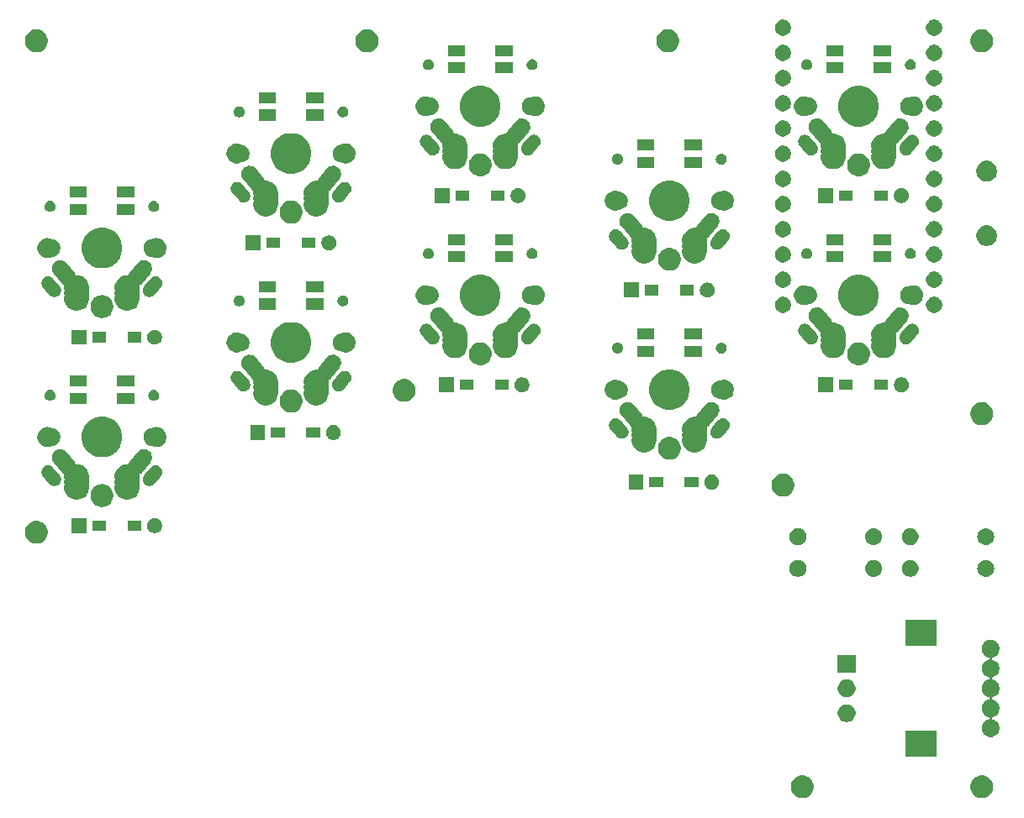
<source format=gbr>
G04 #@! TF.GenerationSoftware,KiCad,Pcbnew,(5.1.4)-1*
G04 #@! TF.CreationDate,2019-10-27T04:35:50+09:00*
G04 #@! TF.ProjectId,pps8,70707338-2e6b-4696-9361-645f70636258,rev?*
G04 #@! TF.SameCoordinates,Original*
G04 #@! TF.FileFunction,Soldermask,Top*
G04 #@! TF.FilePolarity,Negative*
%FSLAX46Y46*%
G04 Gerber Fmt 4.6, Leading zero omitted, Abs format (unit mm)*
G04 Created by KiCad (PCBNEW (5.1.4)-1) date 2019-10-27 04:35:50*
%MOMM*%
%LPD*%
G04 APERTURE LIST*
%ADD10C,0.100000*%
G04 APERTURE END LIST*
D10*
G36*
X97824549Y-62171116D02*
G01*
X97935734Y-62193232D01*
X98145203Y-62279997D01*
X98333720Y-62405960D01*
X98494040Y-62566280D01*
X98620003Y-62754797D01*
X98706768Y-62964266D01*
X98751000Y-63186636D01*
X98751000Y-63413364D01*
X98706768Y-63635734D01*
X98620003Y-63845203D01*
X98494040Y-64033720D01*
X98333720Y-64194040D01*
X98145203Y-64320003D01*
X97935734Y-64406768D01*
X97824549Y-64428884D01*
X97713365Y-64451000D01*
X97486635Y-64451000D01*
X97375451Y-64428884D01*
X97264266Y-64406768D01*
X97054797Y-64320003D01*
X96866280Y-64194040D01*
X96705960Y-64033720D01*
X96579997Y-63845203D01*
X96493232Y-63635734D01*
X96449000Y-63413364D01*
X96449000Y-63186636D01*
X96493232Y-62964266D01*
X96579997Y-62754797D01*
X96705960Y-62566280D01*
X96866280Y-62405960D01*
X97054797Y-62279997D01*
X97264266Y-62193232D01*
X97375451Y-62171116D01*
X97486635Y-62149000D01*
X97713365Y-62149000D01*
X97824549Y-62171116D01*
X97824549Y-62171116D01*
G37*
G36*
X79774549Y-62171116D02*
G01*
X79885734Y-62193232D01*
X80095203Y-62279997D01*
X80283720Y-62405960D01*
X80444040Y-62566280D01*
X80570003Y-62754797D01*
X80656768Y-62964266D01*
X80701000Y-63186636D01*
X80701000Y-63413364D01*
X80656768Y-63635734D01*
X80570003Y-63845203D01*
X80444040Y-64033720D01*
X80283720Y-64194040D01*
X80095203Y-64320003D01*
X79885734Y-64406768D01*
X79774549Y-64428884D01*
X79663365Y-64451000D01*
X79436635Y-64451000D01*
X79325451Y-64428884D01*
X79214266Y-64406768D01*
X79004797Y-64320003D01*
X78816280Y-64194040D01*
X78655960Y-64033720D01*
X78529997Y-63845203D01*
X78443232Y-63635734D01*
X78399000Y-63413364D01*
X78399000Y-63186636D01*
X78443232Y-62964266D01*
X78529997Y-62754797D01*
X78655960Y-62566280D01*
X78816280Y-62405960D01*
X79004797Y-62279997D01*
X79214266Y-62193232D01*
X79325451Y-62171116D01*
X79436635Y-62149000D01*
X79663365Y-62149000D01*
X79774549Y-62171116D01*
X79774549Y-62171116D01*
G37*
G36*
X93051000Y-60301000D02*
G01*
X89949000Y-60301000D01*
X89949000Y-57699000D01*
X93051000Y-57699000D01*
X93051000Y-60301000D01*
X93051000Y-60301000D01*
G37*
G36*
X98613512Y-48503927D02*
G01*
X98762812Y-48533624D01*
X98926784Y-48601544D01*
X99074354Y-48700147D01*
X99199853Y-48825646D01*
X99298456Y-48973216D01*
X99366376Y-49137188D01*
X99401000Y-49311259D01*
X99401000Y-49488741D01*
X99366376Y-49662812D01*
X99298456Y-49826784D01*
X99199853Y-49974354D01*
X99074354Y-50099853D01*
X98926784Y-50198456D01*
X98762812Y-50266376D01*
X98707362Y-50277405D01*
X98683922Y-50284516D01*
X98662311Y-50296067D01*
X98643369Y-50311613D01*
X98627824Y-50330555D01*
X98616273Y-50352165D01*
X98609160Y-50375614D01*
X98606758Y-50400000D01*
X98609160Y-50424387D01*
X98616273Y-50447835D01*
X98627824Y-50469446D01*
X98643370Y-50488388D01*
X98662312Y-50503933D01*
X98683922Y-50515484D01*
X98707362Y-50522595D01*
X98762812Y-50533624D01*
X98926784Y-50601544D01*
X99074354Y-50700147D01*
X99199853Y-50825646D01*
X99298456Y-50973216D01*
X99366376Y-51137188D01*
X99401000Y-51311259D01*
X99401000Y-51488741D01*
X99366376Y-51662812D01*
X99298456Y-51826784D01*
X99199853Y-51974354D01*
X99074354Y-52099853D01*
X98926784Y-52198456D01*
X98762812Y-52266376D01*
X98707362Y-52277405D01*
X98683922Y-52284516D01*
X98662311Y-52296067D01*
X98643369Y-52311613D01*
X98627824Y-52330555D01*
X98616273Y-52352165D01*
X98609160Y-52375614D01*
X98606758Y-52400000D01*
X98609160Y-52424387D01*
X98616273Y-52447835D01*
X98627824Y-52469446D01*
X98643370Y-52488388D01*
X98662312Y-52503933D01*
X98683922Y-52515484D01*
X98707362Y-52522595D01*
X98762812Y-52533624D01*
X98926784Y-52601544D01*
X99074354Y-52700147D01*
X99199853Y-52825646D01*
X99298456Y-52973216D01*
X99366376Y-53137188D01*
X99401000Y-53311259D01*
X99401000Y-53488741D01*
X99366376Y-53662812D01*
X99298456Y-53826784D01*
X99199853Y-53974354D01*
X99074354Y-54099853D01*
X98926784Y-54198456D01*
X98762812Y-54266376D01*
X98707362Y-54277405D01*
X98683922Y-54284516D01*
X98662311Y-54296067D01*
X98643369Y-54311613D01*
X98627824Y-54330555D01*
X98616273Y-54352165D01*
X98609160Y-54375614D01*
X98606758Y-54400000D01*
X98609160Y-54424387D01*
X98616273Y-54447835D01*
X98627824Y-54469446D01*
X98643370Y-54488388D01*
X98662312Y-54503933D01*
X98683922Y-54515484D01*
X98707362Y-54522595D01*
X98762812Y-54533624D01*
X98926784Y-54601544D01*
X99074354Y-54700147D01*
X99199853Y-54825646D01*
X99298456Y-54973216D01*
X99366376Y-55137188D01*
X99401000Y-55311259D01*
X99401000Y-55488741D01*
X99366376Y-55662812D01*
X99298456Y-55826784D01*
X99199853Y-55974354D01*
X99074354Y-56099853D01*
X98926784Y-56198456D01*
X98762812Y-56266376D01*
X98707362Y-56277405D01*
X98683922Y-56284516D01*
X98662311Y-56296067D01*
X98643369Y-56311613D01*
X98627824Y-56330555D01*
X98616273Y-56352165D01*
X98609160Y-56375614D01*
X98606758Y-56400000D01*
X98609160Y-56424387D01*
X98616273Y-56447835D01*
X98627824Y-56469446D01*
X98643370Y-56488388D01*
X98662312Y-56503933D01*
X98683922Y-56515484D01*
X98707362Y-56522595D01*
X98762812Y-56533624D01*
X98926784Y-56601544D01*
X99074354Y-56700147D01*
X99199853Y-56825646D01*
X99298456Y-56973216D01*
X99366376Y-57137188D01*
X99401000Y-57311259D01*
X99401000Y-57488741D01*
X99366376Y-57662812D01*
X99298456Y-57826784D01*
X99199853Y-57974354D01*
X99074354Y-58099853D01*
X98926784Y-58198456D01*
X98762812Y-58266376D01*
X98613512Y-58296073D01*
X98588742Y-58301000D01*
X98411258Y-58301000D01*
X98386488Y-58296073D01*
X98237188Y-58266376D01*
X98073216Y-58198456D01*
X97925646Y-58099853D01*
X97800147Y-57974354D01*
X97701544Y-57826784D01*
X97633624Y-57662812D01*
X97599000Y-57488741D01*
X97599000Y-57311259D01*
X97633624Y-57137188D01*
X97701544Y-56973216D01*
X97800147Y-56825646D01*
X97925646Y-56700147D01*
X98073216Y-56601544D01*
X98237188Y-56533624D01*
X98292638Y-56522595D01*
X98316078Y-56515484D01*
X98337689Y-56503933D01*
X98356631Y-56488387D01*
X98372176Y-56469445D01*
X98383727Y-56447835D01*
X98390840Y-56424386D01*
X98393242Y-56400000D01*
X98390840Y-56375613D01*
X98383727Y-56352165D01*
X98372176Y-56330554D01*
X98356630Y-56311612D01*
X98337688Y-56296067D01*
X98316078Y-56284516D01*
X98292638Y-56277405D01*
X98237188Y-56266376D01*
X98073216Y-56198456D01*
X97925646Y-56099853D01*
X97800147Y-55974354D01*
X97701544Y-55826784D01*
X97633624Y-55662812D01*
X97599000Y-55488741D01*
X97599000Y-55311259D01*
X97633624Y-55137188D01*
X97701544Y-54973216D01*
X97800147Y-54825646D01*
X97925646Y-54700147D01*
X98073216Y-54601544D01*
X98237188Y-54533624D01*
X98292638Y-54522595D01*
X98316078Y-54515484D01*
X98337689Y-54503933D01*
X98356631Y-54488387D01*
X98372176Y-54469445D01*
X98383727Y-54447835D01*
X98390840Y-54424386D01*
X98393242Y-54400000D01*
X98390840Y-54375613D01*
X98383727Y-54352165D01*
X98372176Y-54330554D01*
X98356630Y-54311612D01*
X98337688Y-54296067D01*
X98316078Y-54284516D01*
X98292638Y-54277405D01*
X98237188Y-54266376D01*
X98073216Y-54198456D01*
X97925646Y-54099853D01*
X97800147Y-53974354D01*
X97701544Y-53826784D01*
X97633624Y-53662812D01*
X97599000Y-53488741D01*
X97599000Y-53311259D01*
X97633624Y-53137188D01*
X97701544Y-52973216D01*
X97800147Y-52825646D01*
X97925646Y-52700147D01*
X98073216Y-52601544D01*
X98237188Y-52533624D01*
X98292638Y-52522595D01*
X98316078Y-52515484D01*
X98337689Y-52503933D01*
X98356631Y-52488387D01*
X98372176Y-52469445D01*
X98383727Y-52447835D01*
X98390840Y-52424386D01*
X98393242Y-52400000D01*
X98390840Y-52375613D01*
X98383727Y-52352165D01*
X98372176Y-52330554D01*
X98356630Y-52311612D01*
X98337688Y-52296067D01*
X98316078Y-52284516D01*
X98292638Y-52277405D01*
X98237188Y-52266376D01*
X98073216Y-52198456D01*
X97925646Y-52099853D01*
X97800147Y-51974354D01*
X97701544Y-51826784D01*
X97633624Y-51662812D01*
X97599000Y-51488741D01*
X97599000Y-51311259D01*
X97633624Y-51137188D01*
X97701544Y-50973216D01*
X97800147Y-50825646D01*
X97925646Y-50700147D01*
X98073216Y-50601544D01*
X98237188Y-50533624D01*
X98292638Y-50522595D01*
X98316078Y-50515484D01*
X98337689Y-50503933D01*
X98356631Y-50488387D01*
X98372176Y-50469445D01*
X98383727Y-50447835D01*
X98390840Y-50424386D01*
X98393242Y-50400000D01*
X98390840Y-50375613D01*
X98383727Y-50352165D01*
X98372176Y-50330554D01*
X98356630Y-50311612D01*
X98337688Y-50296067D01*
X98316078Y-50284516D01*
X98292638Y-50277405D01*
X98237188Y-50266376D01*
X98073216Y-50198456D01*
X97925646Y-50099853D01*
X97800147Y-49974354D01*
X97701544Y-49826784D01*
X97633624Y-49662812D01*
X97599000Y-49488741D01*
X97599000Y-49311259D01*
X97633624Y-49137188D01*
X97701544Y-48973216D01*
X97800147Y-48825646D01*
X97925646Y-48700147D01*
X98073216Y-48601544D01*
X98237188Y-48533624D01*
X98386488Y-48503927D01*
X98411258Y-48499000D01*
X98588742Y-48499000D01*
X98613512Y-48503927D01*
X98613512Y-48503927D01*
G37*
G36*
X84113512Y-55003927D02*
G01*
X84262812Y-55033624D01*
X84426784Y-55101544D01*
X84574354Y-55200147D01*
X84699853Y-55325646D01*
X84798456Y-55473216D01*
X84866376Y-55637188D01*
X84901000Y-55811259D01*
X84901000Y-55988741D01*
X84866376Y-56162812D01*
X84798456Y-56326784D01*
X84699853Y-56474354D01*
X84574354Y-56599853D01*
X84426784Y-56698456D01*
X84262812Y-56766376D01*
X84113512Y-56796073D01*
X84088742Y-56801000D01*
X83911258Y-56801000D01*
X83886488Y-56796073D01*
X83737188Y-56766376D01*
X83573216Y-56698456D01*
X83425646Y-56599853D01*
X83300147Y-56474354D01*
X83201544Y-56326784D01*
X83133624Y-56162812D01*
X83099000Y-55988741D01*
X83099000Y-55811259D01*
X83133624Y-55637188D01*
X83201544Y-55473216D01*
X83300147Y-55325646D01*
X83425646Y-55200147D01*
X83573216Y-55101544D01*
X83737188Y-55033624D01*
X83886488Y-55003927D01*
X83911258Y-54999000D01*
X84088742Y-54999000D01*
X84113512Y-55003927D01*
X84113512Y-55003927D01*
G37*
G36*
X84113512Y-52503927D02*
G01*
X84262812Y-52533624D01*
X84426784Y-52601544D01*
X84574354Y-52700147D01*
X84699853Y-52825646D01*
X84798456Y-52973216D01*
X84866376Y-53137188D01*
X84901000Y-53311259D01*
X84901000Y-53488741D01*
X84866376Y-53662812D01*
X84798456Y-53826784D01*
X84699853Y-53974354D01*
X84574354Y-54099853D01*
X84426784Y-54198456D01*
X84262812Y-54266376D01*
X84113541Y-54296067D01*
X84088742Y-54301000D01*
X83911258Y-54301000D01*
X83886459Y-54296067D01*
X83737188Y-54266376D01*
X83573216Y-54198456D01*
X83425646Y-54099853D01*
X83300147Y-53974354D01*
X83201544Y-53826784D01*
X83133624Y-53662812D01*
X83099000Y-53488741D01*
X83099000Y-53311259D01*
X83133624Y-53137188D01*
X83201544Y-52973216D01*
X83300147Y-52825646D01*
X83425646Y-52700147D01*
X83573216Y-52601544D01*
X83737188Y-52533624D01*
X83886488Y-52503927D01*
X83911258Y-52499000D01*
X84088742Y-52499000D01*
X84113512Y-52503927D01*
X84113512Y-52503927D01*
G37*
G36*
X84901000Y-51801000D02*
G01*
X83099000Y-51801000D01*
X83099000Y-49999000D01*
X84901000Y-49999000D01*
X84901000Y-51801000D01*
X84901000Y-51801000D01*
G37*
G36*
X93051000Y-49101000D02*
G01*
X89949000Y-49101000D01*
X89949000Y-46499000D01*
X93051000Y-46499000D01*
X93051000Y-49101000D01*
X93051000Y-49101000D01*
G37*
G36*
X79348228Y-40481703D02*
G01*
X79503100Y-40545853D01*
X79642481Y-40638985D01*
X79761015Y-40757519D01*
X79854147Y-40896900D01*
X79918297Y-41051772D01*
X79951000Y-41216184D01*
X79951000Y-41383816D01*
X79918297Y-41548228D01*
X79854147Y-41703100D01*
X79761015Y-41842481D01*
X79642481Y-41961015D01*
X79503100Y-42054147D01*
X79348228Y-42118297D01*
X79183816Y-42151000D01*
X79016184Y-42151000D01*
X78851772Y-42118297D01*
X78696900Y-42054147D01*
X78557519Y-41961015D01*
X78438985Y-41842481D01*
X78345853Y-41703100D01*
X78281703Y-41548228D01*
X78249000Y-41383816D01*
X78249000Y-41216184D01*
X78281703Y-41051772D01*
X78345853Y-40896900D01*
X78438985Y-40757519D01*
X78557519Y-40638985D01*
X78696900Y-40545853D01*
X78851772Y-40481703D01*
X79016184Y-40449000D01*
X79183816Y-40449000D01*
X79348228Y-40481703D01*
X79348228Y-40481703D01*
G37*
G36*
X86886823Y-40461313D02*
G01*
X87047242Y-40509976D01*
X87114361Y-40545852D01*
X87195078Y-40588996D01*
X87324659Y-40695341D01*
X87431004Y-40824922D01*
X87431005Y-40824924D01*
X87510024Y-40972758D01*
X87558687Y-41133177D01*
X87575117Y-41300000D01*
X87558687Y-41466823D01*
X87510024Y-41627242D01*
X87469477Y-41703100D01*
X87431004Y-41775078D01*
X87324659Y-41904659D01*
X87195078Y-42011004D01*
X87195076Y-42011005D01*
X87047242Y-42090024D01*
X86886823Y-42138687D01*
X86761804Y-42151000D01*
X86678196Y-42151000D01*
X86553177Y-42138687D01*
X86392758Y-42090024D01*
X86244924Y-42011005D01*
X86244922Y-42011004D01*
X86115341Y-41904659D01*
X86008996Y-41775078D01*
X85970523Y-41703100D01*
X85929976Y-41627242D01*
X85881313Y-41466823D01*
X85864883Y-41300000D01*
X85881313Y-41133177D01*
X85929976Y-40972758D01*
X86008995Y-40824924D01*
X86008996Y-40824922D01*
X86115341Y-40695341D01*
X86244922Y-40588996D01*
X86325639Y-40545852D01*
X86392758Y-40509976D01*
X86553177Y-40461313D01*
X86678196Y-40449000D01*
X86761804Y-40449000D01*
X86886823Y-40461313D01*
X86886823Y-40461313D01*
G37*
G36*
X90648228Y-40481703D02*
G01*
X90803100Y-40545853D01*
X90942481Y-40638985D01*
X91061015Y-40757519D01*
X91154147Y-40896900D01*
X91218297Y-41051772D01*
X91251000Y-41216184D01*
X91251000Y-41383816D01*
X91218297Y-41548228D01*
X91154147Y-41703100D01*
X91061015Y-41842481D01*
X90942481Y-41961015D01*
X90803100Y-42054147D01*
X90648228Y-42118297D01*
X90483816Y-42151000D01*
X90316184Y-42151000D01*
X90151772Y-42118297D01*
X89996900Y-42054147D01*
X89857519Y-41961015D01*
X89738985Y-41842481D01*
X89645853Y-41703100D01*
X89581703Y-41548228D01*
X89549000Y-41383816D01*
X89549000Y-41216184D01*
X89581703Y-41051772D01*
X89645853Y-40896900D01*
X89738985Y-40757519D01*
X89857519Y-40638985D01*
X89996900Y-40545853D01*
X90151772Y-40481703D01*
X90316184Y-40449000D01*
X90483816Y-40449000D01*
X90648228Y-40481703D01*
X90648228Y-40481703D01*
G37*
G36*
X98186823Y-40461313D02*
G01*
X98347242Y-40509976D01*
X98414361Y-40545852D01*
X98495078Y-40588996D01*
X98624659Y-40695341D01*
X98731004Y-40824922D01*
X98731005Y-40824924D01*
X98810024Y-40972758D01*
X98858687Y-41133177D01*
X98875117Y-41300000D01*
X98858687Y-41466823D01*
X98810024Y-41627242D01*
X98769477Y-41703100D01*
X98731004Y-41775078D01*
X98624659Y-41904659D01*
X98495078Y-42011004D01*
X98495076Y-42011005D01*
X98347242Y-42090024D01*
X98186823Y-42138687D01*
X98061804Y-42151000D01*
X97978196Y-42151000D01*
X97853177Y-42138687D01*
X97692758Y-42090024D01*
X97544924Y-42011005D01*
X97544922Y-42011004D01*
X97415341Y-41904659D01*
X97308996Y-41775078D01*
X97270523Y-41703100D01*
X97229976Y-41627242D01*
X97181313Y-41466823D01*
X97164883Y-41300000D01*
X97181313Y-41133177D01*
X97229976Y-40972758D01*
X97308995Y-40824924D01*
X97308996Y-40824922D01*
X97415341Y-40695341D01*
X97544922Y-40588996D01*
X97625639Y-40545852D01*
X97692758Y-40509976D01*
X97853177Y-40461313D01*
X97978196Y-40449000D01*
X98061804Y-40449000D01*
X98186823Y-40461313D01*
X98186823Y-40461313D01*
G37*
G36*
X79348228Y-37281703D02*
G01*
X79503100Y-37345853D01*
X79642481Y-37438985D01*
X79761015Y-37557519D01*
X79854147Y-37696900D01*
X79918297Y-37851772D01*
X79951000Y-38016184D01*
X79951000Y-38183816D01*
X79918297Y-38348228D01*
X79854147Y-38503100D01*
X79761015Y-38642481D01*
X79642481Y-38761015D01*
X79503100Y-38854147D01*
X79348228Y-38918297D01*
X79183816Y-38951000D01*
X79016184Y-38951000D01*
X78851772Y-38918297D01*
X78696900Y-38854147D01*
X78557519Y-38761015D01*
X78438985Y-38642481D01*
X78345853Y-38503100D01*
X78281703Y-38348228D01*
X78249000Y-38183816D01*
X78249000Y-38016184D01*
X78281703Y-37851772D01*
X78345853Y-37696900D01*
X78438985Y-37557519D01*
X78557519Y-37438985D01*
X78696900Y-37345853D01*
X78851772Y-37281703D01*
X79016184Y-37249000D01*
X79183816Y-37249000D01*
X79348228Y-37281703D01*
X79348228Y-37281703D01*
G37*
G36*
X86886823Y-37261313D02*
G01*
X87047242Y-37309976D01*
X87114361Y-37345852D01*
X87195078Y-37388996D01*
X87324659Y-37495341D01*
X87431004Y-37624922D01*
X87431005Y-37624924D01*
X87510024Y-37772758D01*
X87558687Y-37933177D01*
X87575117Y-38100000D01*
X87558687Y-38266823D01*
X87510024Y-38427242D01*
X87469477Y-38503100D01*
X87431004Y-38575078D01*
X87324659Y-38704659D01*
X87195078Y-38811004D01*
X87195076Y-38811005D01*
X87047242Y-38890024D01*
X86886823Y-38938687D01*
X86761804Y-38951000D01*
X86678196Y-38951000D01*
X86553177Y-38938687D01*
X86392758Y-38890024D01*
X86244924Y-38811005D01*
X86244922Y-38811004D01*
X86115341Y-38704659D01*
X86008996Y-38575078D01*
X85970523Y-38503100D01*
X85929976Y-38427242D01*
X85881313Y-38266823D01*
X85864883Y-38100000D01*
X85881313Y-37933177D01*
X85929976Y-37772758D01*
X86008995Y-37624924D01*
X86008996Y-37624922D01*
X86115341Y-37495341D01*
X86244922Y-37388996D01*
X86325639Y-37345852D01*
X86392758Y-37309976D01*
X86553177Y-37261313D01*
X86678196Y-37249000D01*
X86761804Y-37249000D01*
X86886823Y-37261313D01*
X86886823Y-37261313D01*
G37*
G36*
X90648228Y-37281703D02*
G01*
X90803100Y-37345853D01*
X90942481Y-37438985D01*
X91061015Y-37557519D01*
X91154147Y-37696900D01*
X91218297Y-37851772D01*
X91251000Y-38016184D01*
X91251000Y-38183816D01*
X91218297Y-38348228D01*
X91154147Y-38503100D01*
X91061015Y-38642481D01*
X90942481Y-38761015D01*
X90803100Y-38854147D01*
X90648228Y-38918297D01*
X90483816Y-38951000D01*
X90316184Y-38951000D01*
X90151772Y-38918297D01*
X89996900Y-38854147D01*
X89857519Y-38761015D01*
X89738985Y-38642481D01*
X89645853Y-38503100D01*
X89581703Y-38348228D01*
X89549000Y-38183816D01*
X89549000Y-38016184D01*
X89581703Y-37851772D01*
X89645853Y-37696900D01*
X89738985Y-37557519D01*
X89857519Y-37438985D01*
X89996900Y-37345853D01*
X90151772Y-37281703D01*
X90316184Y-37249000D01*
X90483816Y-37249000D01*
X90648228Y-37281703D01*
X90648228Y-37281703D01*
G37*
G36*
X98186823Y-37261313D02*
G01*
X98347242Y-37309976D01*
X98414361Y-37345852D01*
X98495078Y-37388996D01*
X98624659Y-37495341D01*
X98731004Y-37624922D01*
X98731005Y-37624924D01*
X98810024Y-37772758D01*
X98858687Y-37933177D01*
X98875117Y-38100000D01*
X98858687Y-38266823D01*
X98810024Y-38427242D01*
X98769477Y-38503100D01*
X98731004Y-38575078D01*
X98624659Y-38704659D01*
X98495078Y-38811004D01*
X98495076Y-38811005D01*
X98347242Y-38890024D01*
X98186823Y-38938687D01*
X98061804Y-38951000D01*
X97978196Y-38951000D01*
X97853177Y-38938687D01*
X97692758Y-38890024D01*
X97544924Y-38811005D01*
X97544922Y-38811004D01*
X97415341Y-38704659D01*
X97308996Y-38575078D01*
X97270523Y-38503100D01*
X97229976Y-38427242D01*
X97181313Y-38266823D01*
X97164883Y-38100000D01*
X97181313Y-37933177D01*
X97229976Y-37772758D01*
X97308995Y-37624924D01*
X97308996Y-37624922D01*
X97415341Y-37495341D01*
X97544922Y-37388996D01*
X97625639Y-37345852D01*
X97692758Y-37309976D01*
X97853177Y-37261313D01*
X97978196Y-37249000D01*
X98061804Y-37249000D01*
X98186823Y-37261313D01*
X98186823Y-37261313D01*
G37*
G36*
X2624549Y-36521116D02*
G01*
X2735734Y-36543232D01*
X2945203Y-36629997D01*
X3133720Y-36755960D01*
X3294040Y-36916280D01*
X3420003Y-37104797D01*
X3504991Y-37309975D01*
X3506768Y-37314267D01*
X3551000Y-37536635D01*
X3551000Y-37763365D01*
X3549131Y-37772761D01*
X3506768Y-37985734D01*
X3420003Y-38195203D01*
X3294040Y-38383720D01*
X3133720Y-38544040D01*
X2945203Y-38670003D01*
X2735734Y-38756768D01*
X2624549Y-38778884D01*
X2513365Y-38801000D01*
X2286635Y-38801000D01*
X2175451Y-38778884D01*
X2064266Y-38756768D01*
X1854797Y-38670003D01*
X1666280Y-38544040D01*
X1505960Y-38383720D01*
X1379997Y-38195203D01*
X1293232Y-37985734D01*
X1250869Y-37772761D01*
X1249000Y-37763365D01*
X1249000Y-37536635D01*
X1293232Y-37314267D01*
X1295010Y-37309975D01*
X1379997Y-37104797D01*
X1505960Y-36916280D01*
X1666280Y-36755960D01*
X1854797Y-36629997D01*
X2064266Y-36543232D01*
X2175451Y-36521116D01*
X2286635Y-36499000D01*
X2513365Y-36499000D01*
X2624549Y-36521116D01*
X2624549Y-36521116D01*
G37*
G36*
X7439500Y-37749500D02*
G01*
X5940500Y-37749500D01*
X5940500Y-36250500D01*
X7439500Y-36250500D01*
X7439500Y-37749500D01*
X7439500Y-37749500D01*
G37*
G36*
X14404425Y-36254599D02*
G01*
X14528621Y-36279302D01*
X14665022Y-36335801D01*
X14787779Y-36417825D01*
X14892175Y-36522221D01*
X14974199Y-36644978D01*
X15030698Y-36781379D01*
X15059500Y-36926181D01*
X15059500Y-37073819D01*
X15030698Y-37218621D01*
X14974199Y-37355022D01*
X14892175Y-37477779D01*
X14787779Y-37582175D01*
X14665022Y-37664199D01*
X14528621Y-37720698D01*
X14404425Y-37745401D01*
X14383820Y-37749500D01*
X14236180Y-37749500D01*
X14215575Y-37745401D01*
X14091379Y-37720698D01*
X13954978Y-37664199D01*
X13832221Y-37582175D01*
X13727825Y-37477779D01*
X13645801Y-37355022D01*
X13589302Y-37218621D01*
X13560500Y-37073819D01*
X13560500Y-36926181D01*
X13589302Y-36781379D01*
X13645801Y-36644978D01*
X13727825Y-36522221D01*
X13832221Y-36417825D01*
X13954978Y-36335801D01*
X14091379Y-36279302D01*
X14215575Y-36254599D01*
X14236180Y-36250500D01*
X14383820Y-36250500D01*
X14404425Y-36254599D01*
X14404425Y-36254599D01*
G37*
G36*
X12976000Y-37526000D02*
G01*
X11574000Y-37526000D01*
X11574000Y-36474000D01*
X12976000Y-36474000D01*
X12976000Y-37526000D01*
X12976000Y-37526000D01*
G37*
G36*
X9426000Y-37526000D02*
G01*
X8024000Y-37526000D01*
X8024000Y-36474000D01*
X9426000Y-36474000D01*
X9426000Y-37526000D01*
X9426000Y-37526000D01*
G37*
G36*
X9212001Y-32818620D02*
G01*
X9335734Y-32843232D01*
X9545203Y-32929997D01*
X9733720Y-33055960D01*
X9894040Y-33216280D01*
X10020003Y-33404797D01*
X10106768Y-33614266D01*
X10151000Y-33836636D01*
X10151000Y-34063364D01*
X10106768Y-34285734D01*
X10020003Y-34495203D01*
X9894040Y-34683720D01*
X9733720Y-34844040D01*
X9545203Y-34970003D01*
X9335734Y-35056768D01*
X9224549Y-35078884D01*
X9113365Y-35101000D01*
X8886635Y-35101000D01*
X8775451Y-35078884D01*
X8664266Y-35056768D01*
X8454797Y-34970003D01*
X8266280Y-34844040D01*
X8105960Y-34683720D01*
X7979997Y-34495203D01*
X7893232Y-34285734D01*
X7849000Y-34063364D01*
X7849000Y-33836636D01*
X7893232Y-33614266D01*
X7979997Y-33404797D01*
X8105960Y-33216280D01*
X8266280Y-33055960D01*
X8454797Y-32929997D01*
X8664266Y-32843232D01*
X8787999Y-32818620D01*
X8886635Y-32799000D01*
X9113365Y-32799000D01*
X9212001Y-32818620D01*
X9212001Y-32818620D01*
G37*
G36*
X13247867Y-29285568D02*
G01*
X13302101Y-29286160D01*
X13344497Y-29295075D01*
X13461325Y-29319641D01*
X13610960Y-29383543D01*
X13728462Y-29463922D01*
X13745252Y-29475408D01*
X13859042Y-29591708D01*
X13947957Y-29727973D01*
X14008579Y-29878965D01*
X14038579Y-30038883D01*
X14036804Y-30201581D01*
X14003323Y-30360806D01*
X13939421Y-30510441D01*
X13870574Y-30611085D01*
X13014931Y-31630800D01*
X12927772Y-31716078D01*
X12840388Y-31773097D01*
X12821281Y-31788433D01*
X12805530Y-31807204D01*
X12793744Y-31828687D01*
X12786375Y-31852057D01*
X12783707Y-31876416D01*
X12786101Y-31902160D01*
X12791000Y-31926787D01*
X12791000Y-32173214D01*
X12770631Y-32275614D01*
X12768229Y-32300000D01*
X12770631Y-32324386D01*
X12791000Y-32426786D01*
X12791000Y-32673214D01*
X12762675Y-32815614D01*
X12760273Y-32840000D01*
X12762675Y-32864386D01*
X12791000Y-33006786D01*
X12791000Y-33253214D01*
X12742925Y-33494903D01*
X12675111Y-33658622D01*
X12648622Y-33722571D01*
X12511715Y-33927466D01*
X12337466Y-34101715D01*
X12132571Y-34238622D01*
X12132570Y-34238623D01*
X12132569Y-34238623D01*
X11904903Y-34332925D01*
X11663214Y-34381000D01*
X11416786Y-34381000D01*
X11175097Y-34332925D01*
X10947431Y-34238623D01*
X10947430Y-34238623D01*
X10947429Y-34238622D01*
X10742534Y-34101715D01*
X10568285Y-33927466D01*
X10431378Y-33722571D01*
X10404890Y-33658622D01*
X10337075Y-33494903D01*
X10289000Y-33253214D01*
X10289000Y-33006786D01*
X10317325Y-32864386D01*
X10319727Y-32840000D01*
X10317325Y-32815614D01*
X10289000Y-32673214D01*
X10289000Y-32426786D01*
X10309369Y-32324386D01*
X10311771Y-32300000D01*
X10309369Y-32275614D01*
X10289000Y-32173214D01*
X10289000Y-31926786D01*
X10337075Y-31685097D01*
X10431377Y-31457431D01*
X10442103Y-31441378D01*
X10568285Y-31252534D01*
X10742534Y-31078285D01*
X10947429Y-30941378D01*
X10954865Y-30938298D01*
X11175097Y-30847075D01*
X11416786Y-30799000D01*
X11542762Y-30799000D01*
X11567148Y-30796598D01*
X11590597Y-30789485D01*
X11612208Y-30777934D01*
X11631150Y-30762389D01*
X11646695Y-30743447D01*
X11657717Y-30723094D01*
X11662990Y-30710746D01*
X11680579Y-30669560D01*
X11749426Y-30568916D01*
X12605068Y-29549200D01*
X12692227Y-29463922D01*
X12828492Y-29375007D01*
X12979484Y-29314385D01*
X13059443Y-29299385D01*
X13139400Y-29284385D01*
X13139402Y-29284385D01*
X13247867Y-29285568D01*
X13247867Y-29285568D01*
G37*
G36*
X4940556Y-29299385D02*
G01*
X5020515Y-29314385D01*
X5171507Y-29375007D01*
X5307772Y-29463922D01*
X5394931Y-29549200D01*
X6250574Y-30568915D01*
X6250578Y-30568921D01*
X6319421Y-30669559D01*
X6342283Y-30723093D01*
X6354069Y-30744576D01*
X6369820Y-30763348D01*
X6388930Y-30778685D01*
X6410666Y-30790000D01*
X6434191Y-30796857D01*
X6457238Y-30799000D01*
X6583214Y-30799000D01*
X6824903Y-30847075D01*
X7045136Y-30938298D01*
X7052571Y-30941378D01*
X7257466Y-31078285D01*
X7431715Y-31252534D01*
X7557897Y-31441378D01*
X7568623Y-31457431D01*
X7662925Y-31685097D01*
X7711000Y-31926786D01*
X7711000Y-32173214D01*
X7690631Y-32275614D01*
X7688229Y-32300000D01*
X7690631Y-32324386D01*
X7711000Y-32426786D01*
X7711000Y-32673214D01*
X7682675Y-32815614D01*
X7680273Y-32840000D01*
X7682675Y-32864386D01*
X7711000Y-33006786D01*
X7711000Y-33253214D01*
X7662925Y-33494903D01*
X7595111Y-33658622D01*
X7568622Y-33722571D01*
X7431715Y-33927466D01*
X7257466Y-34101715D01*
X7052571Y-34238622D01*
X7052570Y-34238623D01*
X7052569Y-34238623D01*
X6824903Y-34332925D01*
X6583214Y-34381000D01*
X6336786Y-34381000D01*
X6095097Y-34332925D01*
X5867431Y-34238623D01*
X5867430Y-34238623D01*
X5867429Y-34238622D01*
X5662534Y-34101715D01*
X5488285Y-33927466D01*
X5351378Y-33722571D01*
X5324890Y-33658622D01*
X5257075Y-33494903D01*
X5209000Y-33253214D01*
X5209000Y-33006786D01*
X5237325Y-32864386D01*
X5239727Y-32840000D01*
X5237325Y-32815614D01*
X5209000Y-32673214D01*
X5209000Y-32426786D01*
X5229369Y-32324386D01*
X5231771Y-32300000D01*
X5229369Y-32275614D01*
X5209000Y-32173214D01*
X5209000Y-31926785D01*
X5213897Y-31902164D01*
X5216299Y-31877777D01*
X5213897Y-31853391D01*
X5206783Y-31829942D01*
X5195232Y-31808332D01*
X5179687Y-31789390D01*
X5159611Y-31773097D01*
X5072227Y-31716078D01*
X4985068Y-31630800D01*
X4129426Y-30611084D01*
X4060579Y-30510440D01*
X3996678Y-30360808D01*
X3996678Y-30360807D01*
X3996677Y-30360805D01*
X3975346Y-30259362D01*
X3963196Y-30201581D01*
X3961421Y-30038881D01*
X3991421Y-29878967D01*
X3991421Y-29878965D01*
X4052043Y-29727973D01*
X4140958Y-29591708D01*
X4254748Y-29475408D01*
X4271539Y-29463922D01*
X4389040Y-29383543D01*
X4538672Y-29319642D01*
X4538673Y-29319642D01*
X4538675Y-29319641D01*
X4640118Y-29298310D01*
X4697899Y-29286160D01*
X4752132Y-29285568D01*
X4860597Y-29284385D01*
X4860599Y-29284385D01*
X4940556Y-29299385D01*
X4940556Y-29299385D01*
G37*
G36*
X77824549Y-31771116D02*
G01*
X77935734Y-31793232D01*
X78083850Y-31854584D01*
X78143526Y-31879302D01*
X78145203Y-31879997D01*
X78333720Y-32005960D01*
X78494040Y-32166280D01*
X78620003Y-32354797D01*
X78706768Y-32564266D01*
X78722344Y-32642571D01*
X78748453Y-32773828D01*
X78751000Y-32786636D01*
X78751000Y-33013364D01*
X78706768Y-33235734D01*
X78620003Y-33445203D01*
X78494040Y-33633720D01*
X78333720Y-33794040D01*
X78145203Y-33920003D01*
X77935734Y-34006768D01*
X77824549Y-34028884D01*
X77713365Y-34051000D01*
X77486635Y-34051000D01*
X77375451Y-34028884D01*
X77264266Y-34006768D01*
X77054797Y-33920003D01*
X76866280Y-33794040D01*
X76705960Y-33633720D01*
X76579997Y-33445203D01*
X76493232Y-33235734D01*
X76449000Y-33013364D01*
X76449000Y-32786636D01*
X76451548Y-32773828D01*
X76477656Y-32642571D01*
X76493232Y-32564266D01*
X76579997Y-32354797D01*
X76705960Y-32166280D01*
X76866280Y-32005960D01*
X77054797Y-31879997D01*
X77056475Y-31879302D01*
X77116150Y-31854584D01*
X77264266Y-31793232D01*
X77375451Y-31771116D01*
X77486635Y-31749000D01*
X77713365Y-31749000D01*
X77824549Y-31771116D01*
X77824549Y-31771116D01*
G37*
G36*
X70504425Y-31854599D02*
G01*
X70628621Y-31879302D01*
X70765022Y-31935801D01*
X70887779Y-32017825D01*
X70992175Y-32122221D01*
X71074199Y-32244978D01*
X71130698Y-32381379D01*
X71159500Y-32526181D01*
X71159500Y-32673819D01*
X71130698Y-32818621D01*
X71074199Y-32955022D01*
X70992175Y-33077779D01*
X70887779Y-33182175D01*
X70765022Y-33264199D01*
X70628621Y-33320698D01*
X70504425Y-33345401D01*
X70483820Y-33349500D01*
X70336180Y-33349500D01*
X70315575Y-33345401D01*
X70191379Y-33320698D01*
X70054978Y-33264199D01*
X69932221Y-33182175D01*
X69827825Y-33077779D01*
X69745801Y-32955022D01*
X69689302Y-32818621D01*
X69660500Y-32673819D01*
X69660500Y-32526181D01*
X69689302Y-32381379D01*
X69745801Y-32244978D01*
X69827825Y-32122221D01*
X69932221Y-32017825D01*
X70054978Y-31935801D01*
X70191379Y-31879302D01*
X70315575Y-31854599D01*
X70336180Y-31850500D01*
X70483820Y-31850500D01*
X70504425Y-31854599D01*
X70504425Y-31854599D01*
G37*
G36*
X63539500Y-33349500D02*
G01*
X62040500Y-33349500D01*
X62040500Y-31850500D01*
X63539500Y-31850500D01*
X63539500Y-33349500D01*
X63539500Y-33349500D01*
G37*
G36*
X65526000Y-33126000D02*
G01*
X64124000Y-33126000D01*
X64124000Y-32074000D01*
X65526000Y-32074000D01*
X65526000Y-33126000D01*
X65526000Y-33126000D01*
G37*
G36*
X69076000Y-33126000D02*
G01*
X67674000Y-33126000D01*
X67674000Y-32074000D01*
X69076000Y-32074000D01*
X69076000Y-33126000D01*
X69076000Y-33126000D01*
G37*
G36*
X3749540Y-30927391D02*
G01*
X3784755Y-30933997D01*
X3784757Y-30933998D01*
X3784758Y-30933998D01*
X3908326Y-30983608D01*
X3965844Y-31021139D01*
X4019847Y-31056377D01*
X4054371Y-31090156D01*
X4091178Y-31126169D01*
X4317634Y-31396049D01*
X4744511Y-31904780D01*
X4744513Y-31904783D01*
X4800860Y-31987152D01*
X4853155Y-32109607D01*
X4880556Y-32239919D01*
X4882009Y-32373075D01*
X4857457Y-32503951D01*
X4807845Y-32627521D01*
X4735076Y-32739043D01*
X4641951Y-32834221D01*
X4641950Y-32834222D01*
X4628207Y-32843623D01*
X4532042Y-32909407D01*
X4409586Y-32961702D01*
X4279275Y-32989103D01*
X4146119Y-32990556D01*
X4015244Y-32966004D01*
X3891671Y-32916391D01*
X3780150Y-32843622D01*
X3708826Y-32773837D01*
X3679630Y-32739042D01*
X3055489Y-31995219D01*
X3055484Y-31995213D01*
X2999142Y-31912850D01*
X2946845Y-31790391D01*
X2919445Y-31660081D01*
X2919444Y-31660078D01*
X2918552Y-31578285D01*
X2917991Y-31526926D01*
X2942545Y-31396049D01*
X2942545Y-31396047D01*
X2992155Y-31272479D01*
X3029686Y-31214961D01*
X3064924Y-31160958D01*
X3158050Y-31065778D01*
X3158052Y-31065776D01*
X3267955Y-30990595D01*
X3390414Y-30938298D01*
X3459807Y-30923707D01*
X3520727Y-30910897D01*
X3586559Y-30910179D01*
X3653879Y-30909444D01*
X3749540Y-30927391D01*
X3749540Y-30927391D01*
G37*
G36*
X14479275Y-30910897D02*
G01*
X14609586Y-30938298D01*
X14732042Y-30990593D01*
X14732045Y-30990595D01*
X14828209Y-31056378D01*
X14841951Y-31065779D01*
X14935076Y-31160957D01*
X15007845Y-31272479D01*
X15057457Y-31396049D01*
X15082009Y-31526925D01*
X15080556Y-31660081D01*
X15053155Y-31790393D01*
X15000860Y-31912848D01*
X14985158Y-31935801D01*
X14944511Y-31995220D01*
X14807683Y-32158285D01*
X14291178Y-32773831D01*
X14254371Y-32809844D01*
X14219847Y-32843623D01*
X14165844Y-32878861D01*
X14108326Y-32916392D01*
X13984758Y-32966002D01*
X13984757Y-32966002D01*
X13984755Y-32966003D01*
X13949540Y-32972609D01*
X13853879Y-32990556D01*
X13786559Y-32989821D01*
X13720727Y-32989103D01*
X13659807Y-32976293D01*
X13590414Y-32961702D01*
X13467955Y-32909405D01*
X13358052Y-32834224D01*
X13311490Y-32786635D01*
X13264924Y-32739042D01*
X13221970Y-32673213D01*
X13192155Y-32627521D01*
X13142545Y-32503953D01*
X13142545Y-32503952D01*
X13142544Y-32503950D01*
X13135938Y-32468735D01*
X13117991Y-32373074D01*
X13119055Y-32275614D01*
X13119444Y-32239922D01*
X13136610Y-32158285D01*
X13146845Y-32109609D01*
X13199142Y-31987150D01*
X13255484Y-31904787D01*
X13339221Y-31804993D01*
X13908819Y-31126171D01*
X13908821Y-31126169D01*
X13908826Y-31126163D01*
X13980150Y-31056378D01*
X14091671Y-30983609D01*
X14215244Y-30933996D01*
X14346119Y-30909444D01*
X14479275Y-30910897D01*
X14479275Y-30910897D01*
G37*
G36*
X66374549Y-28058616D02*
G01*
X66485734Y-28080732D01*
X66695203Y-28167497D01*
X66883720Y-28293460D01*
X67044040Y-28453780D01*
X67158013Y-28624353D01*
X67170004Y-28642299D01*
X67172471Y-28648255D01*
X67256768Y-28851766D01*
X67301000Y-29074136D01*
X67301000Y-29300864D01*
X67256768Y-29523234D01*
X67170003Y-29732703D01*
X67044040Y-29921220D01*
X66883720Y-30081540D01*
X66695203Y-30207503D01*
X66485734Y-30294268D01*
X66374549Y-30316384D01*
X66263365Y-30338500D01*
X66036635Y-30338500D01*
X65925451Y-30316384D01*
X65814266Y-30294268D01*
X65604797Y-30207503D01*
X65416280Y-30081540D01*
X65255960Y-29921220D01*
X65129997Y-29732703D01*
X65043232Y-29523234D01*
X64999000Y-29300864D01*
X64999000Y-29074136D01*
X65043232Y-28851766D01*
X65127529Y-28648255D01*
X65129996Y-28642299D01*
X65141987Y-28624353D01*
X65255960Y-28453780D01*
X65416280Y-28293460D01*
X65604797Y-28167497D01*
X65814266Y-28080732D01*
X65925451Y-28058616D01*
X66036635Y-28036500D01*
X66263365Y-28036500D01*
X66374549Y-28058616D01*
X66374549Y-28058616D01*
G37*
G36*
X9598254Y-26077818D02*
G01*
X9961050Y-26228093D01*
X9971513Y-26232427D01*
X10307436Y-26456884D01*
X10593116Y-26742564D01*
X10795754Y-27045832D01*
X10817574Y-27078489D01*
X10972182Y-27451746D01*
X11051000Y-27847993D01*
X11051000Y-28252007D01*
X10972182Y-28648254D01*
X10843024Y-28960069D01*
X10817573Y-29021513D01*
X10593116Y-29357436D01*
X10307436Y-29643116D01*
X9971513Y-29867573D01*
X9971512Y-29867574D01*
X9971511Y-29867574D01*
X9598254Y-30022182D01*
X9202007Y-30101000D01*
X8797993Y-30101000D01*
X8401746Y-30022182D01*
X8028489Y-29867574D01*
X8028488Y-29867574D01*
X8028487Y-29867573D01*
X7692564Y-29643116D01*
X7406884Y-29357436D01*
X7182427Y-29021513D01*
X7156976Y-28960069D01*
X7027818Y-28648254D01*
X6949000Y-28252007D01*
X6949000Y-27847993D01*
X7027818Y-27451746D01*
X7182426Y-27078489D01*
X7204247Y-27045832D01*
X7406884Y-26742564D01*
X7692564Y-26456884D01*
X8028487Y-26232427D01*
X8038950Y-26228093D01*
X8401746Y-26077818D01*
X8797993Y-25999000D01*
X9202007Y-25999000D01*
X9598254Y-26077818D01*
X9598254Y-26077818D01*
G37*
G36*
X70397867Y-24523068D02*
G01*
X70452101Y-24523660D01*
X70494497Y-24532575D01*
X70611325Y-24557141D01*
X70760960Y-24621043D01*
X70878462Y-24701422D01*
X70895252Y-24712908D01*
X71009042Y-24829208D01*
X71097957Y-24965473D01*
X71158579Y-25116465D01*
X71188579Y-25276383D01*
X71186804Y-25439081D01*
X71153323Y-25598306D01*
X71089421Y-25747941D01*
X71020574Y-25848585D01*
X70164931Y-26868300D01*
X70077772Y-26953578D01*
X69990388Y-27010597D01*
X69971281Y-27025933D01*
X69955530Y-27044704D01*
X69943744Y-27066187D01*
X69936375Y-27089557D01*
X69933707Y-27113916D01*
X69936101Y-27139660D01*
X69941000Y-27164287D01*
X69941000Y-27410714D01*
X69920631Y-27513114D01*
X69918229Y-27537500D01*
X69920631Y-27561884D01*
X69923409Y-27575851D01*
X69941000Y-27664286D01*
X69941000Y-27910714D01*
X69912675Y-28053114D01*
X69910273Y-28077500D01*
X69912675Y-28101886D01*
X69941000Y-28244286D01*
X69941000Y-28490714D01*
X69892925Y-28732403D01*
X69801385Y-28953402D01*
X69798622Y-28960071D01*
X69661715Y-29164966D01*
X69487466Y-29339215D01*
X69282571Y-29476122D01*
X69282570Y-29476123D01*
X69282569Y-29476123D01*
X69054903Y-29570425D01*
X68813214Y-29618500D01*
X68566786Y-29618500D01*
X68325097Y-29570425D01*
X68097431Y-29476123D01*
X68097430Y-29476123D01*
X68097429Y-29476122D01*
X67892534Y-29339215D01*
X67718285Y-29164966D01*
X67581378Y-28960071D01*
X67578616Y-28953402D01*
X67487075Y-28732403D01*
X67439000Y-28490714D01*
X67439000Y-28244286D01*
X67467325Y-28101886D01*
X67469727Y-28077500D01*
X67467325Y-28053114D01*
X67439000Y-27910714D01*
X67439000Y-27664286D01*
X67456591Y-27575851D01*
X67459369Y-27561884D01*
X67461771Y-27537500D01*
X67459369Y-27513114D01*
X67439000Y-27410714D01*
X67439000Y-27164286D01*
X67487075Y-26922597D01*
X67581377Y-26694931D01*
X67592103Y-26678878D01*
X67718285Y-26490034D01*
X67892534Y-26315785D01*
X68097429Y-26178878D01*
X68104865Y-26175798D01*
X68325097Y-26084575D01*
X68566786Y-26036500D01*
X68692762Y-26036500D01*
X68717148Y-26034098D01*
X68740597Y-26026985D01*
X68762208Y-26015434D01*
X68781150Y-25999889D01*
X68796695Y-25980947D01*
X68807717Y-25960594D01*
X68812990Y-25948246D01*
X68830579Y-25907060D01*
X68899426Y-25806416D01*
X69755068Y-24786700D01*
X69842227Y-24701422D01*
X69978492Y-24612507D01*
X70129484Y-24551885D01*
X70209443Y-24536885D01*
X70289400Y-24521885D01*
X70289402Y-24521885D01*
X70397867Y-24523068D01*
X70397867Y-24523068D01*
G37*
G36*
X62090556Y-24536885D02*
G01*
X62170515Y-24551885D01*
X62321507Y-24612507D01*
X62457772Y-24701422D01*
X62544931Y-24786700D01*
X63400574Y-25806415D01*
X63405328Y-25813365D01*
X63469421Y-25907059D01*
X63492283Y-25960593D01*
X63504069Y-25982076D01*
X63519820Y-26000848D01*
X63538930Y-26016185D01*
X63560666Y-26027500D01*
X63584191Y-26034357D01*
X63607238Y-26036500D01*
X63733214Y-26036500D01*
X63974903Y-26084575D01*
X64195136Y-26175798D01*
X64202571Y-26178878D01*
X64407466Y-26315785D01*
X64581715Y-26490034D01*
X64707897Y-26678878D01*
X64718623Y-26694931D01*
X64812925Y-26922597D01*
X64861000Y-27164286D01*
X64861000Y-27410714D01*
X64840631Y-27513114D01*
X64838229Y-27537500D01*
X64840631Y-27561884D01*
X64843409Y-27575851D01*
X64861000Y-27664286D01*
X64861000Y-27910714D01*
X64832675Y-28053114D01*
X64830273Y-28077500D01*
X64832675Y-28101886D01*
X64861000Y-28244286D01*
X64861000Y-28490714D01*
X64812925Y-28732403D01*
X64721385Y-28953402D01*
X64718622Y-28960071D01*
X64581715Y-29164966D01*
X64407466Y-29339215D01*
X64202571Y-29476122D01*
X64202570Y-29476123D01*
X64202569Y-29476123D01*
X63974903Y-29570425D01*
X63733214Y-29618500D01*
X63486786Y-29618500D01*
X63245097Y-29570425D01*
X63017431Y-29476123D01*
X63017430Y-29476123D01*
X63017429Y-29476122D01*
X62812534Y-29339215D01*
X62638285Y-29164966D01*
X62501378Y-28960071D01*
X62498616Y-28953402D01*
X62407075Y-28732403D01*
X62359000Y-28490714D01*
X62359000Y-28244286D01*
X62387325Y-28101886D01*
X62389727Y-28077500D01*
X62387325Y-28053114D01*
X62359000Y-27910714D01*
X62359000Y-27664286D01*
X62376591Y-27575851D01*
X62379369Y-27561884D01*
X62381771Y-27537500D01*
X62379369Y-27513114D01*
X62359000Y-27410714D01*
X62359000Y-27164285D01*
X62363897Y-27139664D01*
X62366299Y-27115277D01*
X62363897Y-27090891D01*
X62356783Y-27067442D01*
X62345232Y-27045832D01*
X62329687Y-27026890D01*
X62309611Y-27010597D01*
X62222227Y-26953578D01*
X62135068Y-26868300D01*
X61279426Y-25848584D01*
X61210579Y-25747940D01*
X61146678Y-25598308D01*
X61146678Y-25598307D01*
X61146677Y-25598305D01*
X61125346Y-25496862D01*
X61113196Y-25439081D01*
X61111421Y-25276381D01*
X61141421Y-25116467D01*
X61141421Y-25116465D01*
X61202043Y-24965473D01*
X61290958Y-24829208D01*
X61404748Y-24712908D01*
X61421539Y-24701422D01*
X61539040Y-24621043D01*
X61688672Y-24557142D01*
X61688673Y-24557142D01*
X61688675Y-24557141D01*
X61790118Y-24535810D01*
X61847899Y-24523660D01*
X61902132Y-24523068D01*
X62010597Y-24521885D01*
X62010599Y-24521885D01*
X62090556Y-24536885D01*
X62090556Y-24536885D01*
G37*
G36*
X14684995Y-27066187D02*
G01*
X14791981Y-27087468D01*
X14974151Y-27162926D01*
X15138100Y-27272473D01*
X15277527Y-27411900D01*
X15387074Y-27575849D01*
X15462532Y-27758019D01*
X15480429Y-27847993D01*
X15501000Y-27951409D01*
X15501000Y-28148591D01*
X15497239Y-28167497D01*
X15462532Y-28341981D01*
X15387074Y-28524151D01*
X15277527Y-28688100D01*
X15138100Y-28827527D01*
X14974151Y-28937074D01*
X14791981Y-29012532D01*
X14598591Y-29051000D01*
X14401409Y-29051000D01*
X14208019Y-29012532D01*
X14082440Y-28960515D01*
X14058991Y-28953402D01*
X14034605Y-28951000D01*
X13991258Y-28951000D01*
X13966488Y-28946073D01*
X13817188Y-28916376D01*
X13653216Y-28848456D01*
X13505646Y-28749853D01*
X13380147Y-28624354D01*
X13281544Y-28476784D01*
X13213624Y-28312812D01*
X13179000Y-28138741D01*
X13179000Y-27961259D01*
X13180241Y-27955022D01*
X13195149Y-27880071D01*
X13213624Y-27787188D01*
X13281544Y-27623216D01*
X13380147Y-27475646D01*
X13505646Y-27350147D01*
X13653216Y-27251544D01*
X13817188Y-27183624D01*
X13966488Y-27153927D01*
X13991258Y-27149000D01*
X14034605Y-27149000D01*
X14058991Y-27146598D01*
X14082440Y-27139485D01*
X14087690Y-27137311D01*
X14208019Y-27087468D01*
X14315005Y-27066187D01*
X14401409Y-27049000D01*
X14598591Y-27049000D01*
X14684995Y-27066187D01*
X14684995Y-27066187D01*
G37*
G36*
X3684995Y-27066187D02*
G01*
X3791981Y-27087468D01*
X3912310Y-27137311D01*
X3917560Y-27139485D01*
X3941009Y-27146598D01*
X3965395Y-27149000D01*
X4008742Y-27149000D01*
X4033512Y-27153927D01*
X4182812Y-27183624D01*
X4346784Y-27251544D01*
X4494354Y-27350147D01*
X4619853Y-27475646D01*
X4718456Y-27623216D01*
X4786376Y-27787188D01*
X4804851Y-27880071D01*
X4819760Y-27955022D01*
X4821000Y-27961259D01*
X4821000Y-28138741D01*
X4786376Y-28312812D01*
X4718456Y-28476784D01*
X4619853Y-28624354D01*
X4494354Y-28749853D01*
X4346784Y-28848456D01*
X4182812Y-28916376D01*
X4033512Y-28946073D01*
X4008742Y-28951000D01*
X3965395Y-28951000D01*
X3941009Y-28953402D01*
X3917560Y-28960515D01*
X3791981Y-29012532D01*
X3598591Y-29051000D01*
X3401409Y-29051000D01*
X3208019Y-29012532D01*
X3025849Y-28937074D01*
X2861900Y-28827527D01*
X2722473Y-28688100D01*
X2612926Y-28524151D01*
X2537468Y-28341981D01*
X2502761Y-28167497D01*
X2499000Y-28148591D01*
X2499000Y-27951409D01*
X2519571Y-27847993D01*
X2537468Y-27758019D01*
X2612926Y-27575849D01*
X2722473Y-27411900D01*
X2861900Y-27272473D01*
X3025849Y-27162926D01*
X3208019Y-27087468D01*
X3315005Y-27066187D01*
X3401409Y-27049000D01*
X3598591Y-27049000D01*
X3684995Y-27066187D01*
X3684995Y-27066187D01*
G37*
G36*
X25439500Y-28349500D02*
G01*
X23940500Y-28349500D01*
X23940500Y-26850500D01*
X25439500Y-26850500D01*
X25439500Y-28349500D01*
X25439500Y-28349500D01*
G37*
G36*
X32404425Y-26854599D02*
G01*
X32528621Y-26879302D01*
X32665022Y-26935801D01*
X32787779Y-27017825D01*
X32892175Y-27122221D01*
X32974199Y-27244978D01*
X33030698Y-27381379D01*
X33059500Y-27526181D01*
X33059500Y-27673819D01*
X33030698Y-27818621D01*
X32974199Y-27955022D01*
X32892175Y-28077779D01*
X32787779Y-28182175D01*
X32665022Y-28264199D01*
X32528621Y-28320698D01*
X32404425Y-28345401D01*
X32383820Y-28349500D01*
X32236180Y-28349500D01*
X32215575Y-28345401D01*
X32091379Y-28320698D01*
X31954978Y-28264199D01*
X31832221Y-28182175D01*
X31727825Y-28077779D01*
X31645801Y-27955022D01*
X31589302Y-27818621D01*
X31560500Y-27673819D01*
X31560500Y-27526181D01*
X31589302Y-27381379D01*
X31645801Y-27244978D01*
X31727825Y-27122221D01*
X31832221Y-27017825D01*
X31954978Y-26935801D01*
X32091379Y-26879302D01*
X32215575Y-26854599D01*
X32236180Y-26850500D01*
X32383820Y-26850500D01*
X32404425Y-26854599D01*
X32404425Y-26854599D01*
G37*
G36*
X60899540Y-26164891D02*
G01*
X60934755Y-26171497D01*
X60934757Y-26171498D01*
X60934758Y-26171498D01*
X61058326Y-26221108D01*
X61095249Y-26245201D01*
X61169847Y-26293877D01*
X61204371Y-26327656D01*
X61241178Y-26363669D01*
X61467634Y-26633549D01*
X61894511Y-27142280D01*
X61894513Y-27142283D01*
X61950860Y-27224652D01*
X62003155Y-27347107D01*
X62030556Y-27477419D01*
X62032009Y-27610575D01*
X62007457Y-27741451D01*
X61957845Y-27865021D01*
X61885076Y-27976543D01*
X61791951Y-28071721D01*
X61791950Y-28071722D01*
X61693979Y-28138741D01*
X61682042Y-28146907D01*
X61559586Y-28199202D01*
X61429275Y-28226603D01*
X61296119Y-28228056D01*
X61165244Y-28203504D01*
X61041671Y-28153891D01*
X60930150Y-28081122D01*
X60858826Y-28011337D01*
X60829630Y-27976542D01*
X60205489Y-27232719D01*
X60205484Y-27232713D01*
X60149142Y-27150350D01*
X60096845Y-27027891D01*
X60069445Y-26897581D01*
X60069444Y-26897578D01*
X60068552Y-26815785D01*
X60067991Y-26764426D01*
X60092545Y-26633549D01*
X60092545Y-26633547D01*
X60142155Y-26509979D01*
X60179686Y-26452461D01*
X60214924Y-26398458D01*
X60308050Y-26303278D01*
X60308052Y-26303276D01*
X60417955Y-26228095D01*
X60540414Y-26175798D01*
X60609807Y-26161207D01*
X60670727Y-26148397D01*
X60736559Y-26147679D01*
X60803879Y-26146944D01*
X60899540Y-26164891D01*
X60899540Y-26164891D01*
G37*
G36*
X71629275Y-26148397D02*
G01*
X71759586Y-26175798D01*
X71882042Y-26228093D01*
X71882045Y-26228095D01*
X71978209Y-26293878D01*
X71991951Y-26303279D01*
X72085076Y-26398457D01*
X72157845Y-26509979D01*
X72207457Y-26633549D01*
X72232009Y-26764425D01*
X72230556Y-26897581D01*
X72203155Y-27027893D01*
X72150860Y-27150348D01*
X72128096Y-27183625D01*
X72094511Y-27232720D01*
X71889184Y-27477419D01*
X71441178Y-28011331D01*
X71404371Y-28047344D01*
X71369847Y-28081123D01*
X71315844Y-28116361D01*
X71258326Y-28153892D01*
X71134758Y-28203502D01*
X71134757Y-28203502D01*
X71134755Y-28203503D01*
X71099540Y-28210109D01*
X71003879Y-28228056D01*
X70936559Y-28227321D01*
X70870727Y-28226603D01*
X70809807Y-28213793D01*
X70740414Y-28199202D01*
X70617955Y-28146905D01*
X70508052Y-28071724D01*
X70473588Y-28036500D01*
X70414924Y-27976542D01*
X70371970Y-27910713D01*
X70342155Y-27865021D01*
X70292545Y-27741453D01*
X70292545Y-27741452D01*
X70292544Y-27741450D01*
X70285938Y-27706235D01*
X70267991Y-27610574D01*
X70268789Y-27537500D01*
X70269444Y-27477422D01*
X70296206Y-27350148D01*
X70296845Y-27347109D01*
X70349142Y-27224650D01*
X70405484Y-27142287D01*
X70449730Y-27089557D01*
X71058819Y-26363671D01*
X71058821Y-26363669D01*
X71058826Y-26363663D01*
X71130150Y-26293878D01*
X71241671Y-26221109D01*
X71365244Y-26171496D01*
X71496119Y-26146944D01*
X71629275Y-26148397D01*
X71629275Y-26148397D01*
G37*
G36*
X30976000Y-28126000D02*
G01*
X29574000Y-28126000D01*
X29574000Y-27074000D01*
X30976000Y-27074000D01*
X30976000Y-28126000D01*
X30976000Y-28126000D01*
G37*
G36*
X27426000Y-28126000D02*
G01*
X26024000Y-28126000D01*
X26024000Y-27074000D01*
X27426000Y-27074000D01*
X27426000Y-28126000D01*
X27426000Y-28126000D01*
G37*
G36*
X97754292Y-24557141D02*
G01*
X97935734Y-24593232D01*
X98145203Y-24679997D01*
X98333720Y-24805960D01*
X98494040Y-24966280D01*
X98620003Y-25154797D01*
X98706768Y-25364266D01*
X98722828Y-25445004D01*
X98748885Y-25576000D01*
X98751000Y-25586636D01*
X98751000Y-25813364D01*
X98706768Y-26035734D01*
X98689336Y-26077818D01*
X98625296Y-26232426D01*
X98620003Y-26245203D01*
X98494040Y-26433720D01*
X98333720Y-26594040D01*
X98145203Y-26720003D01*
X97935734Y-26806768D01*
X97824549Y-26828884D01*
X97713365Y-26851000D01*
X97486635Y-26851000D01*
X97375451Y-26828884D01*
X97264266Y-26806768D01*
X97054797Y-26720003D01*
X96866280Y-26594040D01*
X96705960Y-26433720D01*
X96579997Y-26245203D01*
X96574705Y-26232426D01*
X96510664Y-26077818D01*
X96493232Y-26035734D01*
X96449000Y-25813364D01*
X96449000Y-25586636D01*
X96451116Y-25576000D01*
X96477172Y-25445004D01*
X96493232Y-25364266D01*
X96579997Y-25154797D01*
X96705960Y-24966280D01*
X96866280Y-24805960D01*
X97054797Y-24679997D01*
X97264266Y-24593232D01*
X97445708Y-24557141D01*
X97486635Y-24549000D01*
X97713365Y-24549000D01*
X97754292Y-24557141D01*
X97754292Y-24557141D01*
G37*
G36*
X28274549Y-23296116D02*
G01*
X28385734Y-23318232D01*
X28595203Y-23404997D01*
X28783720Y-23530960D01*
X28944040Y-23691280D01*
X29058013Y-23861853D01*
X29070004Y-23879799D01*
X29072471Y-23885755D01*
X29124234Y-24010721D01*
X29156768Y-24089267D01*
X29201000Y-24311635D01*
X29201000Y-24538365D01*
X29198311Y-24551885D01*
X29156768Y-24760734D01*
X29070003Y-24970203D01*
X28944040Y-25158720D01*
X28783720Y-25319040D01*
X28595203Y-25445003D01*
X28385734Y-25531768D01*
X28274549Y-25553884D01*
X28163365Y-25576000D01*
X27936635Y-25576000D01*
X27825451Y-25553884D01*
X27714266Y-25531768D01*
X27504797Y-25445003D01*
X27316280Y-25319040D01*
X27155960Y-25158720D01*
X27029997Y-24970203D01*
X26943232Y-24760734D01*
X26901689Y-24551885D01*
X26899000Y-24538365D01*
X26899000Y-24311635D01*
X26943232Y-24089267D01*
X26975767Y-24010721D01*
X27027529Y-23885755D01*
X27029996Y-23879799D01*
X27041987Y-23861853D01*
X27155960Y-23691280D01*
X27316280Y-23530960D01*
X27504797Y-23404997D01*
X27714266Y-23318232D01*
X27825451Y-23296116D01*
X27936635Y-23274000D01*
X28163365Y-23274000D01*
X28274549Y-23296116D01*
X28274549Y-23296116D01*
G37*
G36*
X66748254Y-21315318D02*
G01*
X67111050Y-21465593D01*
X67121513Y-21469927D01*
X67457436Y-21694384D01*
X67743116Y-21980064D01*
X67945754Y-22283332D01*
X67967574Y-22315989D01*
X68122182Y-22689246D01*
X68201000Y-23085493D01*
X68201000Y-23489507D01*
X68122182Y-23885754D01*
X67980450Y-24227925D01*
X67967573Y-24259013D01*
X67743116Y-24594936D01*
X67457436Y-24880616D01*
X67121513Y-25105073D01*
X67121512Y-25105074D01*
X67121511Y-25105074D01*
X66748254Y-25259682D01*
X66352007Y-25338500D01*
X65947993Y-25338500D01*
X65551746Y-25259682D01*
X65178489Y-25105074D01*
X65178488Y-25105074D01*
X65178487Y-25105073D01*
X64842564Y-24880616D01*
X64556884Y-24594936D01*
X64332427Y-24259013D01*
X64319550Y-24227925D01*
X64177818Y-23885754D01*
X64099000Y-23489507D01*
X64099000Y-23085493D01*
X64177818Y-22689246D01*
X64332426Y-22315989D01*
X64354247Y-22283332D01*
X64556884Y-21980064D01*
X64842564Y-21694384D01*
X65178487Y-21469927D01*
X65188950Y-21465593D01*
X65551746Y-21315318D01*
X65947993Y-21236500D01*
X66352007Y-21236500D01*
X66748254Y-21315318D01*
X66748254Y-21315318D01*
G37*
G36*
X32297867Y-19760568D02*
G01*
X32352101Y-19761160D01*
X32394497Y-19770075D01*
X32511325Y-19794641D01*
X32660960Y-19858543D01*
X32778462Y-19938922D01*
X32795252Y-19950408D01*
X32909042Y-20066708D01*
X32997957Y-20202973D01*
X33058579Y-20353965D01*
X33088579Y-20513883D01*
X33086804Y-20676581D01*
X33053323Y-20835806D01*
X32989421Y-20985441D01*
X32920574Y-21086085D01*
X32064931Y-22105800D01*
X31977772Y-22191078D01*
X31890388Y-22248097D01*
X31871281Y-22263433D01*
X31855530Y-22282204D01*
X31843744Y-22303687D01*
X31836375Y-22327057D01*
X31833707Y-22351416D01*
X31836101Y-22377160D01*
X31841000Y-22401787D01*
X31841000Y-22648214D01*
X31820631Y-22750614D01*
X31818229Y-22775000D01*
X31820631Y-22799384D01*
X31823697Y-22814799D01*
X31841000Y-22901786D01*
X31841000Y-23148214D01*
X31812675Y-23290614D01*
X31810273Y-23315000D01*
X31812675Y-23339386D01*
X31841000Y-23481786D01*
X31841000Y-23728214D01*
X31792925Y-23969903D01*
X31701385Y-24190902D01*
X31698622Y-24197571D01*
X31561715Y-24402466D01*
X31387466Y-24576715D01*
X31182571Y-24713622D01*
X31182570Y-24713623D01*
X31182569Y-24713623D01*
X30954903Y-24807925D01*
X30713214Y-24856000D01*
X30466786Y-24856000D01*
X30225097Y-24807925D01*
X29997431Y-24713623D01*
X29997430Y-24713623D01*
X29997429Y-24713622D01*
X29792534Y-24576715D01*
X29618285Y-24402466D01*
X29481378Y-24197571D01*
X29478616Y-24190902D01*
X29387075Y-23969903D01*
X29339000Y-23728214D01*
X29339000Y-23481786D01*
X29367325Y-23339386D01*
X29369727Y-23315000D01*
X29367325Y-23290614D01*
X29339000Y-23148214D01*
X29339000Y-22901786D01*
X29356303Y-22814799D01*
X29359369Y-22799384D01*
X29361771Y-22775000D01*
X29359369Y-22750614D01*
X29339000Y-22648214D01*
X29339000Y-22401786D01*
X29387075Y-22160097D01*
X29481377Y-21932431D01*
X29520419Y-21874000D01*
X29618285Y-21727534D01*
X29792534Y-21553285D01*
X29997429Y-21416378D01*
X30004865Y-21413298D01*
X30225097Y-21322075D01*
X30466786Y-21274000D01*
X30592762Y-21274000D01*
X30617148Y-21271598D01*
X30640597Y-21264485D01*
X30662208Y-21252934D01*
X30681150Y-21237389D01*
X30696695Y-21218447D01*
X30707717Y-21198094D01*
X30712990Y-21185746D01*
X30730579Y-21144560D01*
X30799426Y-21043916D01*
X31655068Y-20024200D01*
X31742227Y-19938922D01*
X31878492Y-19850007D01*
X32029484Y-19789385D01*
X32109443Y-19774385D01*
X32189400Y-19759385D01*
X32189402Y-19759385D01*
X32297867Y-19760568D01*
X32297867Y-19760568D01*
G37*
G36*
X23990556Y-19774385D02*
G01*
X24070515Y-19789385D01*
X24221507Y-19850007D01*
X24357772Y-19938922D01*
X24444931Y-20024200D01*
X25300574Y-21043915D01*
X25300578Y-21043921D01*
X25369421Y-21144559D01*
X25392283Y-21198093D01*
X25404069Y-21219576D01*
X25419820Y-21238348D01*
X25438930Y-21253685D01*
X25460666Y-21265000D01*
X25484191Y-21271857D01*
X25507238Y-21274000D01*
X25633214Y-21274000D01*
X25874903Y-21322075D01*
X26095136Y-21413298D01*
X26102571Y-21416378D01*
X26307466Y-21553285D01*
X26481715Y-21727534D01*
X26579581Y-21874000D01*
X26618623Y-21932431D01*
X26712925Y-22160097D01*
X26761000Y-22401786D01*
X26761000Y-22648214D01*
X26740631Y-22750614D01*
X26738229Y-22775000D01*
X26740631Y-22799384D01*
X26743697Y-22814799D01*
X26761000Y-22901786D01*
X26761000Y-23148214D01*
X26732675Y-23290614D01*
X26730273Y-23315000D01*
X26732675Y-23339386D01*
X26761000Y-23481786D01*
X26761000Y-23728214D01*
X26712925Y-23969903D01*
X26621385Y-24190902D01*
X26618622Y-24197571D01*
X26481715Y-24402466D01*
X26307466Y-24576715D01*
X26102571Y-24713622D01*
X26102570Y-24713623D01*
X26102569Y-24713623D01*
X25874903Y-24807925D01*
X25633214Y-24856000D01*
X25386786Y-24856000D01*
X25145097Y-24807925D01*
X24917431Y-24713623D01*
X24917430Y-24713623D01*
X24917429Y-24713622D01*
X24712534Y-24576715D01*
X24538285Y-24402466D01*
X24401378Y-24197571D01*
X24398616Y-24190902D01*
X24307075Y-23969903D01*
X24259000Y-23728214D01*
X24259000Y-23481786D01*
X24287325Y-23339386D01*
X24289727Y-23315000D01*
X24287325Y-23290614D01*
X24259000Y-23148214D01*
X24259000Y-22901786D01*
X24276303Y-22814799D01*
X24279369Y-22799384D01*
X24281771Y-22775000D01*
X24279369Y-22750614D01*
X24259000Y-22648214D01*
X24259000Y-22401785D01*
X24263897Y-22377164D01*
X24266299Y-22352777D01*
X24263897Y-22328391D01*
X24256783Y-22304942D01*
X24245232Y-22283332D01*
X24229687Y-22264390D01*
X24209611Y-22248097D01*
X24122227Y-22191078D01*
X24035068Y-22105800D01*
X23179426Y-21086084D01*
X23110579Y-20985440D01*
X23046678Y-20835808D01*
X23046678Y-20835807D01*
X23046677Y-20835805D01*
X23025346Y-20734362D01*
X23013196Y-20676581D01*
X23011421Y-20513881D01*
X23041421Y-20353967D01*
X23041421Y-20353965D01*
X23102043Y-20202973D01*
X23190958Y-20066708D01*
X23304748Y-19950408D01*
X23321539Y-19938922D01*
X23439040Y-19858543D01*
X23588672Y-19794642D01*
X23588673Y-19794642D01*
X23588675Y-19794641D01*
X23690118Y-19773310D01*
X23747899Y-19761160D01*
X23802132Y-19760568D01*
X23910597Y-19759385D01*
X23910599Y-19759385D01*
X23990556Y-19774385D01*
X23990556Y-19774385D01*
G37*
G36*
X7451000Y-24726000D02*
G01*
X5749000Y-24726000D01*
X5749000Y-23624000D01*
X7451000Y-23624000D01*
X7451000Y-24726000D01*
X7451000Y-24726000D01*
G37*
G36*
X12251000Y-24726000D02*
G01*
X10549000Y-24726000D01*
X10549000Y-23624000D01*
X12251000Y-23624000D01*
X12251000Y-24726000D01*
X12251000Y-24726000D01*
G37*
G36*
X39656541Y-22227534D02*
G01*
X39785734Y-22253232D01*
X39995203Y-22339997D01*
X40183720Y-22465960D01*
X40344040Y-22626280D01*
X40470003Y-22814797D01*
X40554430Y-23018621D01*
X40556768Y-23024267D01*
X40601000Y-23246635D01*
X40601000Y-23473365D01*
X40585856Y-23549500D01*
X40556768Y-23695734D01*
X40543314Y-23728214D01*
X40470390Y-23904270D01*
X40470003Y-23905203D01*
X40344040Y-24093720D01*
X40183720Y-24254040D01*
X39995203Y-24380003D01*
X39785734Y-24466768D01*
X39674549Y-24488884D01*
X39563365Y-24511000D01*
X39336635Y-24511000D01*
X39225451Y-24488884D01*
X39114266Y-24466768D01*
X38904797Y-24380003D01*
X38716280Y-24254040D01*
X38555960Y-24093720D01*
X38429997Y-23905203D01*
X38429611Y-23904270D01*
X38356686Y-23728214D01*
X38343232Y-23695734D01*
X38314144Y-23549500D01*
X38299000Y-23473365D01*
X38299000Y-23246635D01*
X38343232Y-23024267D01*
X38345571Y-23018621D01*
X38429997Y-22814797D01*
X38555960Y-22626280D01*
X38716280Y-22465960D01*
X38904797Y-22339997D01*
X39114266Y-22253232D01*
X39243459Y-22227534D01*
X39336635Y-22209000D01*
X39563365Y-22209000D01*
X39656541Y-22227534D01*
X39656541Y-22227534D01*
G37*
G36*
X14380721Y-23320174D02*
G01*
X14480995Y-23361709D01*
X14502745Y-23376242D01*
X14571242Y-23422010D01*
X14647990Y-23498758D01*
X14678345Y-23544188D01*
X14708291Y-23589005D01*
X14749826Y-23689279D01*
X14771000Y-23795730D01*
X14771000Y-23904270D01*
X14749826Y-24010721D01*
X14708291Y-24110995D01*
X14708290Y-24110996D01*
X14647990Y-24201242D01*
X14571242Y-24277990D01*
X14525812Y-24308345D01*
X14480995Y-24338291D01*
X14380721Y-24379826D01*
X14274270Y-24401000D01*
X14165730Y-24401000D01*
X14059279Y-24379826D01*
X13959005Y-24338291D01*
X13914188Y-24308345D01*
X13868758Y-24277990D01*
X13792010Y-24201242D01*
X13731710Y-24110996D01*
X13731709Y-24110995D01*
X13690174Y-24010721D01*
X13669000Y-23904270D01*
X13669000Y-23795730D01*
X13690174Y-23689279D01*
X13731709Y-23589005D01*
X13761655Y-23544188D01*
X13792010Y-23498758D01*
X13868758Y-23422010D01*
X13937255Y-23376242D01*
X13959005Y-23361709D01*
X14059279Y-23320174D01*
X14165730Y-23299000D01*
X14274270Y-23299000D01*
X14380721Y-23320174D01*
X14380721Y-23320174D01*
G37*
G36*
X3940721Y-23320174D02*
G01*
X4040995Y-23361709D01*
X4062745Y-23376242D01*
X4131242Y-23422010D01*
X4207990Y-23498758D01*
X4238345Y-23544188D01*
X4268291Y-23589005D01*
X4309826Y-23689279D01*
X4331000Y-23795730D01*
X4331000Y-23904270D01*
X4309826Y-24010721D01*
X4268291Y-24110995D01*
X4268290Y-24110996D01*
X4207990Y-24201242D01*
X4131242Y-24277990D01*
X4085812Y-24308345D01*
X4040995Y-24338291D01*
X3940721Y-24379826D01*
X3834270Y-24401000D01*
X3725730Y-24401000D01*
X3619279Y-24379826D01*
X3519005Y-24338291D01*
X3474188Y-24308345D01*
X3428758Y-24277990D01*
X3352010Y-24201242D01*
X3291710Y-24110996D01*
X3291709Y-24110995D01*
X3250174Y-24010721D01*
X3229000Y-23904270D01*
X3229000Y-23795730D01*
X3250174Y-23689279D01*
X3291709Y-23589005D01*
X3321655Y-23544188D01*
X3352010Y-23498758D01*
X3428758Y-23422010D01*
X3497255Y-23376242D01*
X3519005Y-23361709D01*
X3619279Y-23320174D01*
X3725730Y-23299000D01*
X3834270Y-23299000D01*
X3940721Y-23320174D01*
X3940721Y-23320174D01*
G37*
G36*
X60834995Y-22303687D02*
G01*
X60941981Y-22324968D01*
X61062310Y-22374811D01*
X61067560Y-22376985D01*
X61091009Y-22384098D01*
X61115395Y-22386500D01*
X61158742Y-22386500D01*
X61183512Y-22391427D01*
X61332812Y-22421124D01*
X61496784Y-22489044D01*
X61644354Y-22587647D01*
X61769853Y-22713146D01*
X61868456Y-22860716D01*
X61936376Y-23024688D01*
X61971000Y-23198759D01*
X61971000Y-23376241D01*
X61936376Y-23550312D01*
X61868456Y-23714284D01*
X61769853Y-23861854D01*
X61644354Y-23987353D01*
X61496784Y-24085956D01*
X61332812Y-24153876D01*
X61183512Y-24183573D01*
X61158742Y-24188500D01*
X61115395Y-24188500D01*
X61091009Y-24190902D01*
X61067560Y-24198015D01*
X60941981Y-24250032D01*
X60845285Y-24269266D01*
X60748591Y-24288500D01*
X60551409Y-24288500D01*
X60454715Y-24269266D01*
X60358019Y-24250032D01*
X60175849Y-24174574D01*
X60011900Y-24065027D01*
X59872473Y-23925600D01*
X59762926Y-23761651D01*
X59687468Y-23579481D01*
X59652761Y-23404997D01*
X59649000Y-23386091D01*
X59649000Y-23188909D01*
X59682873Y-23018620D01*
X59687468Y-22995519D01*
X59762926Y-22813349D01*
X59872473Y-22649400D01*
X60011900Y-22509973D01*
X60175849Y-22400426D01*
X60358019Y-22324968D01*
X60465005Y-22303687D01*
X60551409Y-22286500D01*
X60748591Y-22286500D01*
X60834995Y-22303687D01*
X60834995Y-22303687D01*
G37*
G36*
X71834995Y-22303687D02*
G01*
X71941981Y-22324968D01*
X72124151Y-22400426D01*
X72288100Y-22509973D01*
X72427527Y-22649400D01*
X72537074Y-22813349D01*
X72612532Y-22995519D01*
X72617127Y-23018620D01*
X72651000Y-23188909D01*
X72651000Y-23386091D01*
X72647239Y-23404997D01*
X72612532Y-23579481D01*
X72537074Y-23761651D01*
X72427527Y-23925600D01*
X72288100Y-24065027D01*
X72124151Y-24174574D01*
X71941981Y-24250032D01*
X71845285Y-24269266D01*
X71748591Y-24288500D01*
X71551409Y-24288500D01*
X71454715Y-24269266D01*
X71358019Y-24250032D01*
X71232440Y-24198015D01*
X71208991Y-24190902D01*
X71184605Y-24188500D01*
X71141258Y-24188500D01*
X71116488Y-24183573D01*
X70967188Y-24153876D01*
X70803216Y-24085956D01*
X70655646Y-23987353D01*
X70530147Y-23861854D01*
X70431544Y-23714284D01*
X70363624Y-23550312D01*
X70329000Y-23376241D01*
X70329000Y-23198759D01*
X70363624Y-23024688D01*
X70431544Y-22860716D01*
X70530147Y-22713146D01*
X70655646Y-22587647D01*
X70803216Y-22489044D01*
X70967188Y-22421124D01*
X71116488Y-22391427D01*
X71141258Y-22386500D01*
X71184605Y-22386500D01*
X71208991Y-22384098D01*
X71232440Y-22376985D01*
X71237690Y-22374811D01*
X71358019Y-22324968D01*
X71465005Y-22303687D01*
X71551409Y-22286500D01*
X71748591Y-22286500D01*
X71834995Y-22303687D01*
X71834995Y-22303687D01*
G37*
G36*
X89597821Y-22053285D02*
G01*
X89728621Y-22079302D01*
X89865022Y-22135801D01*
X89987779Y-22217825D01*
X90092175Y-22322221D01*
X90174199Y-22444978D01*
X90230698Y-22581379D01*
X90246355Y-22660097D01*
X90256908Y-22713147D01*
X90259500Y-22726181D01*
X90259500Y-22873819D01*
X90230698Y-23018621D01*
X90174199Y-23155022D01*
X90092175Y-23277779D01*
X89987779Y-23382175D01*
X89865022Y-23464199D01*
X89728621Y-23520698D01*
X89604425Y-23545401D01*
X89583820Y-23549500D01*
X89436180Y-23549500D01*
X89415575Y-23545401D01*
X89291379Y-23520698D01*
X89154978Y-23464199D01*
X89032221Y-23382175D01*
X88927825Y-23277779D01*
X88845801Y-23155022D01*
X88789302Y-23018621D01*
X88760500Y-22873819D01*
X88760500Y-22726181D01*
X88763093Y-22713147D01*
X88773645Y-22660097D01*
X88789302Y-22581379D01*
X88845801Y-22444978D01*
X88927825Y-22322221D01*
X89032221Y-22217825D01*
X89154978Y-22135801D01*
X89291379Y-22079302D01*
X89422179Y-22053285D01*
X89436180Y-22050500D01*
X89583820Y-22050500D01*
X89597821Y-22053285D01*
X89597821Y-22053285D01*
G37*
G36*
X82639500Y-23549500D02*
G01*
X81140500Y-23549500D01*
X81140500Y-22050500D01*
X82639500Y-22050500D01*
X82639500Y-23549500D01*
X82639500Y-23549500D01*
G37*
G36*
X51397821Y-22053285D02*
G01*
X51528621Y-22079302D01*
X51665022Y-22135801D01*
X51787779Y-22217825D01*
X51892175Y-22322221D01*
X51974199Y-22444978D01*
X52030698Y-22581379D01*
X52046355Y-22660097D01*
X52056908Y-22713147D01*
X52059500Y-22726181D01*
X52059500Y-22873819D01*
X52030698Y-23018621D01*
X51974199Y-23155022D01*
X51892175Y-23277779D01*
X51787779Y-23382175D01*
X51665022Y-23464199D01*
X51528621Y-23520698D01*
X51404425Y-23545401D01*
X51383820Y-23549500D01*
X51236180Y-23549500D01*
X51215575Y-23545401D01*
X51091379Y-23520698D01*
X50954978Y-23464199D01*
X50832221Y-23382175D01*
X50727825Y-23277779D01*
X50645801Y-23155022D01*
X50589302Y-23018621D01*
X50560500Y-22873819D01*
X50560500Y-22726181D01*
X50563093Y-22713147D01*
X50573645Y-22660097D01*
X50589302Y-22581379D01*
X50645801Y-22444978D01*
X50727825Y-22322221D01*
X50832221Y-22217825D01*
X50954978Y-22135801D01*
X51091379Y-22079302D01*
X51222179Y-22053285D01*
X51236180Y-22050500D01*
X51383820Y-22050500D01*
X51397821Y-22053285D01*
X51397821Y-22053285D01*
G37*
G36*
X44439500Y-23549500D02*
G01*
X42940500Y-23549500D01*
X42940500Y-22050500D01*
X44439500Y-22050500D01*
X44439500Y-23549500D01*
X44439500Y-23549500D01*
G37*
G36*
X22799540Y-21402391D02*
G01*
X22834755Y-21408997D01*
X22834757Y-21408998D01*
X22834758Y-21408998D01*
X22958326Y-21458608D01*
X23015844Y-21496139D01*
X23069847Y-21531377D01*
X23104371Y-21565156D01*
X23141178Y-21601169D01*
X23367634Y-21871049D01*
X23794511Y-22379780D01*
X23794513Y-22379783D01*
X23850860Y-22462152D01*
X23903155Y-22584607D01*
X23930556Y-22714919D01*
X23932009Y-22848075D01*
X23907457Y-22978951D01*
X23857845Y-23102521D01*
X23785076Y-23214043D01*
X23691951Y-23309221D01*
X23691950Y-23309222D01*
X23672589Y-23322466D01*
X23582042Y-23384407D01*
X23459586Y-23436702D01*
X23329275Y-23464103D01*
X23196119Y-23465556D01*
X23065244Y-23441004D01*
X22941671Y-23391391D01*
X22830150Y-23318622D01*
X22758826Y-23248837D01*
X22729630Y-23214042D01*
X22105489Y-22470219D01*
X22105484Y-22470213D01*
X22049142Y-22387850D01*
X21996845Y-22265391D01*
X21969445Y-22135081D01*
X21969444Y-22135078D01*
X21968552Y-22053285D01*
X21967991Y-22001926D01*
X21992545Y-21871049D01*
X21992545Y-21871047D01*
X22042155Y-21747479D01*
X22079686Y-21689961D01*
X22114924Y-21635958D01*
X22208050Y-21540778D01*
X22208052Y-21540776D01*
X22317955Y-21465595D01*
X22440414Y-21413298D01*
X22509807Y-21398707D01*
X22570727Y-21385897D01*
X22636559Y-21385179D01*
X22703879Y-21384444D01*
X22799540Y-21402391D01*
X22799540Y-21402391D01*
G37*
G36*
X33529275Y-21385897D02*
G01*
X33659586Y-21413298D01*
X33782042Y-21465593D01*
X33782045Y-21465595D01*
X33878209Y-21531378D01*
X33891951Y-21540779D01*
X33985076Y-21635957D01*
X34057845Y-21747479D01*
X34107457Y-21871049D01*
X34132009Y-22001925D01*
X34130556Y-22135081D01*
X34103155Y-22265393D01*
X34050860Y-22387848D01*
X34028096Y-22421125D01*
X33994511Y-22470220D01*
X33779734Y-22726181D01*
X33341178Y-23248831D01*
X33311594Y-23277776D01*
X33269847Y-23318623D01*
X33215844Y-23353861D01*
X33158326Y-23391392D01*
X33034758Y-23441002D01*
X33034757Y-23441002D01*
X33034755Y-23441003D01*
X32999540Y-23447609D01*
X32903879Y-23465556D01*
X32836559Y-23464821D01*
X32770727Y-23464103D01*
X32709807Y-23451293D01*
X32640414Y-23436702D01*
X32517955Y-23384405D01*
X32408052Y-23309224D01*
X32373588Y-23274000D01*
X32314924Y-23214042D01*
X32271970Y-23148213D01*
X32242155Y-23102521D01*
X32192545Y-22978953D01*
X32192545Y-22978952D01*
X32192544Y-22978950D01*
X32185938Y-22943735D01*
X32167991Y-22848074D01*
X32169055Y-22750614D01*
X32169444Y-22714922D01*
X32196206Y-22587648D01*
X32196845Y-22584609D01*
X32249142Y-22462150D01*
X32305484Y-22379787D01*
X32349730Y-22327057D01*
X32958819Y-21601171D01*
X32958821Y-21601169D01*
X32958826Y-21601163D01*
X33030150Y-21531378D01*
X33141671Y-21458609D01*
X33265244Y-21408996D01*
X33396119Y-21384444D01*
X33529275Y-21385897D01*
X33529275Y-21385897D01*
G37*
G36*
X49976000Y-23326000D02*
G01*
X48574000Y-23326000D01*
X48574000Y-22274000D01*
X49976000Y-22274000D01*
X49976000Y-23326000D01*
X49976000Y-23326000D01*
G37*
G36*
X46426000Y-23326000D02*
G01*
X45024000Y-23326000D01*
X45024000Y-22274000D01*
X46426000Y-22274000D01*
X46426000Y-23326000D01*
X46426000Y-23326000D01*
G37*
G36*
X84626000Y-23326000D02*
G01*
X83224000Y-23326000D01*
X83224000Y-22274000D01*
X84626000Y-22274000D01*
X84626000Y-23326000D01*
X84626000Y-23326000D01*
G37*
G36*
X88176000Y-23326000D02*
G01*
X86774000Y-23326000D01*
X86774000Y-22274000D01*
X88176000Y-22274000D01*
X88176000Y-23326000D01*
X88176000Y-23326000D01*
G37*
G36*
X7451000Y-22976000D02*
G01*
X5749000Y-22976000D01*
X5749000Y-21874000D01*
X7451000Y-21874000D01*
X7451000Y-22976000D01*
X7451000Y-22976000D01*
G37*
G36*
X12251000Y-22976000D02*
G01*
X10549000Y-22976000D01*
X10549000Y-21874000D01*
X12251000Y-21874000D01*
X12251000Y-22976000D01*
X12251000Y-22976000D01*
G37*
G36*
X85424549Y-18533616D02*
G01*
X85535734Y-18555732D01*
X85745203Y-18642497D01*
X85933720Y-18768460D01*
X86094040Y-18928780D01*
X86208013Y-19099353D01*
X86220004Y-19117299D01*
X86222471Y-19123255D01*
X86274234Y-19248221D01*
X86306768Y-19326767D01*
X86344308Y-19515490D01*
X86351000Y-19549136D01*
X86351000Y-19775864D01*
X86306768Y-19998234D01*
X86220003Y-20207703D01*
X86094040Y-20396220D01*
X85933720Y-20556540D01*
X85745203Y-20682503D01*
X85535734Y-20769268D01*
X85424549Y-20791384D01*
X85313365Y-20813500D01*
X85086635Y-20813500D01*
X84975451Y-20791384D01*
X84864266Y-20769268D01*
X84654797Y-20682503D01*
X84466280Y-20556540D01*
X84305960Y-20396220D01*
X84179997Y-20207703D01*
X84093232Y-19998234D01*
X84049000Y-19775864D01*
X84049000Y-19549136D01*
X84055693Y-19515490D01*
X84093232Y-19326767D01*
X84125767Y-19248221D01*
X84177529Y-19123255D01*
X84179996Y-19117299D01*
X84191987Y-19099353D01*
X84305960Y-18928780D01*
X84466280Y-18768460D01*
X84654797Y-18642497D01*
X84864266Y-18555732D01*
X84975451Y-18533616D01*
X85086635Y-18511500D01*
X85313365Y-18511500D01*
X85424549Y-18533616D01*
X85424549Y-18533616D01*
G37*
G36*
X47324549Y-18533616D02*
G01*
X47435734Y-18555732D01*
X47645203Y-18642497D01*
X47833720Y-18768460D01*
X47994040Y-18928780D01*
X48108013Y-19099353D01*
X48120004Y-19117299D01*
X48122471Y-19123255D01*
X48174234Y-19248221D01*
X48206768Y-19326767D01*
X48244308Y-19515490D01*
X48251000Y-19549136D01*
X48251000Y-19775864D01*
X48206768Y-19998234D01*
X48120003Y-20207703D01*
X47994040Y-20396220D01*
X47833720Y-20556540D01*
X47645203Y-20682503D01*
X47435734Y-20769268D01*
X47324549Y-20791384D01*
X47213365Y-20813500D01*
X46986635Y-20813500D01*
X46875451Y-20791384D01*
X46764266Y-20769268D01*
X46554797Y-20682503D01*
X46366280Y-20556540D01*
X46205960Y-20396220D01*
X46079997Y-20207703D01*
X45993232Y-19998234D01*
X45949000Y-19775864D01*
X45949000Y-19549136D01*
X45955693Y-19515490D01*
X45993232Y-19326767D01*
X46025767Y-19248221D01*
X46077529Y-19123255D01*
X46079996Y-19117299D01*
X46091987Y-19099353D01*
X46205960Y-18928780D01*
X46366280Y-18768460D01*
X46554797Y-18642497D01*
X46764266Y-18555732D01*
X46875451Y-18533616D01*
X46986635Y-18511500D01*
X47213365Y-18511500D01*
X47324549Y-18533616D01*
X47324549Y-18533616D01*
G37*
G36*
X28648254Y-16552818D02*
G01*
X29011050Y-16703093D01*
X29021513Y-16707427D01*
X29357436Y-16931884D01*
X29643116Y-17217564D01*
X29846684Y-17522224D01*
X29867574Y-17553489D01*
X30022182Y-17926746D01*
X30101000Y-18322993D01*
X30101000Y-18727007D01*
X30022182Y-19123254D01*
X29880450Y-19465425D01*
X29867573Y-19496513D01*
X29643116Y-19832436D01*
X29357436Y-20118116D01*
X29021513Y-20342573D01*
X29021512Y-20342574D01*
X29021511Y-20342574D01*
X28648254Y-20497182D01*
X28252007Y-20576000D01*
X27847993Y-20576000D01*
X27451746Y-20497182D01*
X27078489Y-20342574D01*
X27078488Y-20342574D01*
X27078487Y-20342573D01*
X26742564Y-20118116D01*
X26456884Y-19832436D01*
X26232427Y-19496513D01*
X26219550Y-19465425D01*
X26077818Y-19123254D01*
X25999000Y-18727007D01*
X25999000Y-18322993D01*
X26077818Y-17926746D01*
X26232426Y-17553489D01*
X26253317Y-17522224D01*
X26456884Y-17217564D01*
X26742564Y-16931884D01*
X27078487Y-16707427D01*
X27088950Y-16703093D01*
X27451746Y-16552818D01*
X27847993Y-16474000D01*
X28252007Y-16474000D01*
X28648254Y-16552818D01*
X28648254Y-16552818D01*
G37*
G36*
X89447867Y-14998068D02*
G01*
X89502101Y-14998660D01*
X89544497Y-15007575D01*
X89661325Y-15032141D01*
X89810960Y-15096043D01*
X89928462Y-15176422D01*
X89945252Y-15187908D01*
X90059042Y-15304208D01*
X90147957Y-15440473D01*
X90208579Y-15591465D01*
X90238579Y-15751383D01*
X90236804Y-15914081D01*
X90203323Y-16073306D01*
X90139421Y-16222941D01*
X90070574Y-16323585D01*
X89214931Y-17343300D01*
X89127772Y-17428578D01*
X89040388Y-17485597D01*
X89021281Y-17500933D01*
X89005530Y-17519704D01*
X88993744Y-17541187D01*
X88986375Y-17564557D01*
X88983707Y-17588916D01*
X88986101Y-17614660D01*
X88991000Y-17639287D01*
X88991000Y-17885714D01*
X88970631Y-17988114D01*
X88968229Y-18012500D01*
X88970631Y-18036884D01*
X88973409Y-18050851D01*
X88991000Y-18139286D01*
X88991000Y-18385714D01*
X88962675Y-18528114D01*
X88960273Y-18552500D01*
X88962675Y-18576886D01*
X88991000Y-18719286D01*
X88991000Y-18965714D01*
X88942925Y-19207403D01*
X88851385Y-19428402D01*
X88848622Y-19435071D01*
X88711715Y-19639966D01*
X88537466Y-19814215D01*
X88332571Y-19951122D01*
X88332570Y-19951123D01*
X88332569Y-19951123D01*
X88104903Y-20045425D01*
X87863214Y-20093500D01*
X87616786Y-20093500D01*
X87375097Y-20045425D01*
X87147431Y-19951123D01*
X87147430Y-19951123D01*
X87147429Y-19951122D01*
X86942534Y-19814215D01*
X86768285Y-19639966D01*
X86631378Y-19435071D01*
X86628616Y-19428402D01*
X86537075Y-19207403D01*
X86489000Y-18965714D01*
X86489000Y-18719286D01*
X86517325Y-18576886D01*
X86519727Y-18552500D01*
X86517325Y-18528114D01*
X86489000Y-18385714D01*
X86489000Y-18139286D01*
X86506591Y-18050851D01*
X86509369Y-18036884D01*
X86511771Y-18012500D01*
X86509369Y-17988114D01*
X86489000Y-17885714D01*
X86489000Y-17639286D01*
X86537075Y-17397597D01*
X86631377Y-17169931D01*
X86670419Y-17111500D01*
X86768285Y-16965034D01*
X86942534Y-16790785D01*
X87147429Y-16653878D01*
X87154865Y-16650798D01*
X87375097Y-16559575D01*
X87616786Y-16511500D01*
X87742762Y-16511500D01*
X87767148Y-16509098D01*
X87790597Y-16501985D01*
X87812208Y-16490434D01*
X87831150Y-16474889D01*
X87846695Y-16455947D01*
X87857717Y-16435594D01*
X87862990Y-16423246D01*
X87880579Y-16382060D01*
X87949426Y-16281416D01*
X88805068Y-15261700D01*
X88892227Y-15176422D01*
X89028492Y-15087507D01*
X89179484Y-15026885D01*
X89259443Y-15011885D01*
X89339400Y-14996885D01*
X89339402Y-14996885D01*
X89447867Y-14998068D01*
X89447867Y-14998068D01*
G37*
G36*
X51347867Y-14998068D02*
G01*
X51402101Y-14998660D01*
X51444497Y-15007575D01*
X51561325Y-15032141D01*
X51710960Y-15096043D01*
X51828462Y-15176422D01*
X51845252Y-15187908D01*
X51959042Y-15304208D01*
X52047957Y-15440473D01*
X52108579Y-15591465D01*
X52138579Y-15751383D01*
X52136804Y-15914081D01*
X52103323Y-16073306D01*
X52039421Y-16222941D01*
X51970574Y-16323585D01*
X51114931Y-17343300D01*
X51027772Y-17428578D01*
X50940388Y-17485597D01*
X50921281Y-17500933D01*
X50905530Y-17519704D01*
X50893744Y-17541187D01*
X50886375Y-17564557D01*
X50883707Y-17588916D01*
X50886101Y-17614660D01*
X50891000Y-17639287D01*
X50891000Y-17885714D01*
X50870631Y-17988114D01*
X50868229Y-18012500D01*
X50870631Y-18036884D01*
X50873409Y-18050851D01*
X50891000Y-18139286D01*
X50891000Y-18385714D01*
X50862675Y-18528114D01*
X50860273Y-18552500D01*
X50862675Y-18576886D01*
X50891000Y-18719286D01*
X50891000Y-18965714D01*
X50842925Y-19207403D01*
X50751385Y-19428402D01*
X50748622Y-19435071D01*
X50611715Y-19639966D01*
X50437466Y-19814215D01*
X50232571Y-19951122D01*
X50232570Y-19951123D01*
X50232569Y-19951123D01*
X50004903Y-20045425D01*
X49763214Y-20093500D01*
X49516786Y-20093500D01*
X49275097Y-20045425D01*
X49047431Y-19951123D01*
X49047430Y-19951123D01*
X49047429Y-19951122D01*
X48842534Y-19814215D01*
X48668285Y-19639966D01*
X48531378Y-19435071D01*
X48528616Y-19428402D01*
X48437075Y-19207403D01*
X48389000Y-18965714D01*
X48389000Y-18719286D01*
X48417325Y-18576886D01*
X48419727Y-18552500D01*
X48417325Y-18528114D01*
X48389000Y-18385714D01*
X48389000Y-18139286D01*
X48406591Y-18050851D01*
X48409369Y-18036884D01*
X48411771Y-18012500D01*
X48409369Y-17988114D01*
X48389000Y-17885714D01*
X48389000Y-17639286D01*
X48437075Y-17397597D01*
X48531377Y-17169931D01*
X48570419Y-17111500D01*
X48668285Y-16965034D01*
X48842534Y-16790785D01*
X49047429Y-16653878D01*
X49054865Y-16650798D01*
X49275097Y-16559575D01*
X49516786Y-16511500D01*
X49642762Y-16511500D01*
X49667148Y-16509098D01*
X49690597Y-16501985D01*
X49712208Y-16490434D01*
X49731150Y-16474889D01*
X49746695Y-16455947D01*
X49757717Y-16435594D01*
X49762990Y-16423246D01*
X49780579Y-16382060D01*
X49849426Y-16281416D01*
X50705068Y-15261700D01*
X50792227Y-15176422D01*
X50928492Y-15087507D01*
X51079484Y-15026885D01*
X51159443Y-15011885D01*
X51239400Y-14996885D01*
X51239402Y-14996885D01*
X51347867Y-14998068D01*
X51347867Y-14998068D01*
G37*
G36*
X43040556Y-15011885D02*
G01*
X43120515Y-15026885D01*
X43271507Y-15087507D01*
X43407772Y-15176422D01*
X43494931Y-15261700D01*
X44350574Y-16281415D01*
X44350578Y-16281421D01*
X44419421Y-16382059D01*
X44442283Y-16435593D01*
X44454069Y-16457076D01*
X44469820Y-16475848D01*
X44488930Y-16491185D01*
X44510666Y-16502500D01*
X44534191Y-16509357D01*
X44557238Y-16511500D01*
X44683214Y-16511500D01*
X44924903Y-16559575D01*
X45145136Y-16650798D01*
X45152571Y-16653878D01*
X45357466Y-16790785D01*
X45531715Y-16965034D01*
X45629581Y-17111500D01*
X45668623Y-17169931D01*
X45762925Y-17397597D01*
X45811000Y-17639286D01*
X45811000Y-17885714D01*
X45790631Y-17988114D01*
X45788229Y-18012500D01*
X45790631Y-18036884D01*
X45793409Y-18050851D01*
X45811000Y-18139286D01*
X45811000Y-18385714D01*
X45782675Y-18528114D01*
X45780273Y-18552500D01*
X45782675Y-18576886D01*
X45811000Y-18719286D01*
X45811000Y-18965714D01*
X45762925Y-19207403D01*
X45671385Y-19428402D01*
X45668622Y-19435071D01*
X45531715Y-19639966D01*
X45357466Y-19814215D01*
X45152571Y-19951122D01*
X45152570Y-19951123D01*
X45152569Y-19951123D01*
X44924903Y-20045425D01*
X44683214Y-20093500D01*
X44436786Y-20093500D01*
X44195097Y-20045425D01*
X43967431Y-19951123D01*
X43967430Y-19951123D01*
X43967429Y-19951122D01*
X43762534Y-19814215D01*
X43588285Y-19639966D01*
X43451378Y-19435071D01*
X43448616Y-19428402D01*
X43357075Y-19207403D01*
X43309000Y-18965714D01*
X43309000Y-18719286D01*
X43337325Y-18576886D01*
X43339727Y-18552500D01*
X43337325Y-18528114D01*
X43309000Y-18385714D01*
X43309000Y-18139286D01*
X43326591Y-18050851D01*
X43329369Y-18036884D01*
X43331771Y-18012500D01*
X43329369Y-17988114D01*
X43309000Y-17885714D01*
X43309000Y-17639285D01*
X43313897Y-17614664D01*
X43316299Y-17590277D01*
X43313897Y-17565891D01*
X43306783Y-17542442D01*
X43295232Y-17520832D01*
X43279687Y-17501890D01*
X43259611Y-17485597D01*
X43172227Y-17428578D01*
X43085068Y-17343300D01*
X42229426Y-16323584D01*
X42160579Y-16222940D01*
X42096678Y-16073308D01*
X42096678Y-16073307D01*
X42096677Y-16073305D01*
X42075346Y-15971862D01*
X42063196Y-15914081D01*
X42061421Y-15751381D01*
X42091421Y-15591467D01*
X42091421Y-15591465D01*
X42152043Y-15440473D01*
X42240958Y-15304208D01*
X42354748Y-15187908D01*
X42371539Y-15176422D01*
X42489040Y-15096043D01*
X42638672Y-15032142D01*
X42638673Y-15032142D01*
X42638675Y-15032141D01*
X42740118Y-15010810D01*
X42797899Y-14998660D01*
X42852132Y-14998068D01*
X42960597Y-14996885D01*
X42960599Y-14996885D01*
X43040556Y-15011885D01*
X43040556Y-15011885D01*
G37*
G36*
X81140556Y-15011885D02*
G01*
X81220515Y-15026885D01*
X81371507Y-15087507D01*
X81507772Y-15176422D01*
X81594931Y-15261700D01*
X82450574Y-16281415D01*
X82450578Y-16281421D01*
X82519421Y-16382059D01*
X82542283Y-16435593D01*
X82554069Y-16457076D01*
X82569820Y-16475848D01*
X82588930Y-16491185D01*
X82610666Y-16502500D01*
X82634191Y-16509357D01*
X82657238Y-16511500D01*
X82783214Y-16511500D01*
X83024903Y-16559575D01*
X83245136Y-16650798D01*
X83252571Y-16653878D01*
X83457466Y-16790785D01*
X83631715Y-16965034D01*
X83729581Y-17111500D01*
X83768623Y-17169931D01*
X83862925Y-17397597D01*
X83911000Y-17639286D01*
X83911000Y-17885714D01*
X83890631Y-17988114D01*
X83888229Y-18012500D01*
X83890631Y-18036884D01*
X83893409Y-18050851D01*
X83911000Y-18139286D01*
X83911000Y-18385714D01*
X83882675Y-18528114D01*
X83880273Y-18552500D01*
X83882675Y-18576886D01*
X83911000Y-18719286D01*
X83911000Y-18965714D01*
X83862925Y-19207403D01*
X83771385Y-19428402D01*
X83768622Y-19435071D01*
X83631715Y-19639966D01*
X83457466Y-19814215D01*
X83252571Y-19951122D01*
X83252570Y-19951123D01*
X83252569Y-19951123D01*
X83024903Y-20045425D01*
X82783214Y-20093500D01*
X82536786Y-20093500D01*
X82295097Y-20045425D01*
X82067431Y-19951123D01*
X82067430Y-19951123D01*
X82067429Y-19951122D01*
X81862534Y-19814215D01*
X81688285Y-19639966D01*
X81551378Y-19435071D01*
X81548616Y-19428402D01*
X81457075Y-19207403D01*
X81409000Y-18965714D01*
X81409000Y-18719286D01*
X81437325Y-18576886D01*
X81439727Y-18552500D01*
X81437325Y-18528114D01*
X81409000Y-18385714D01*
X81409000Y-18139286D01*
X81426591Y-18050851D01*
X81429369Y-18036884D01*
X81431771Y-18012500D01*
X81429369Y-17988114D01*
X81409000Y-17885714D01*
X81409000Y-17639285D01*
X81413897Y-17614664D01*
X81416299Y-17590277D01*
X81413897Y-17565891D01*
X81406783Y-17542442D01*
X81395232Y-17520832D01*
X81379687Y-17501890D01*
X81359611Y-17485597D01*
X81272227Y-17428578D01*
X81185068Y-17343300D01*
X80329426Y-16323584D01*
X80260579Y-16222940D01*
X80196678Y-16073308D01*
X80196678Y-16073307D01*
X80196677Y-16073305D01*
X80175346Y-15971862D01*
X80163196Y-15914081D01*
X80161421Y-15751381D01*
X80191421Y-15591467D01*
X80191421Y-15591465D01*
X80252043Y-15440473D01*
X80340958Y-15304208D01*
X80454748Y-15187908D01*
X80471539Y-15176422D01*
X80589040Y-15096043D01*
X80738672Y-15032142D01*
X80738673Y-15032142D01*
X80738675Y-15032141D01*
X80840118Y-15010810D01*
X80897899Y-14998660D01*
X80952132Y-14998068D01*
X81060597Y-14996885D01*
X81060599Y-14996885D01*
X81140556Y-15011885D01*
X81140556Y-15011885D01*
G37*
G36*
X69401000Y-19963500D02*
G01*
X67699000Y-19963500D01*
X67699000Y-18861500D01*
X69401000Y-18861500D01*
X69401000Y-19963500D01*
X69401000Y-19963500D01*
G37*
G36*
X64601000Y-19963500D02*
G01*
X62899000Y-19963500D01*
X62899000Y-18861500D01*
X64601000Y-18861500D01*
X64601000Y-19963500D01*
X64601000Y-19963500D01*
G37*
G36*
X71530721Y-18557674D02*
G01*
X71630995Y-18599209D01*
X71652745Y-18613742D01*
X71721242Y-18659510D01*
X71797990Y-18736258D01*
X71828345Y-18781688D01*
X71858291Y-18826505D01*
X71899826Y-18926779D01*
X71921000Y-19033230D01*
X71921000Y-19141770D01*
X71899826Y-19248221D01*
X71858291Y-19348495D01*
X71858290Y-19348496D01*
X71797990Y-19438742D01*
X71721242Y-19515490D01*
X71675812Y-19545845D01*
X71630995Y-19575791D01*
X71530721Y-19617326D01*
X71424270Y-19638500D01*
X71315730Y-19638500D01*
X71209279Y-19617326D01*
X71109005Y-19575791D01*
X71064188Y-19545845D01*
X71018758Y-19515490D01*
X70942010Y-19438742D01*
X70881710Y-19348496D01*
X70881709Y-19348495D01*
X70840174Y-19248221D01*
X70819000Y-19141770D01*
X70819000Y-19033230D01*
X70840174Y-18926779D01*
X70881709Y-18826505D01*
X70911655Y-18781688D01*
X70942010Y-18736258D01*
X71018758Y-18659510D01*
X71087255Y-18613742D01*
X71109005Y-18599209D01*
X71209279Y-18557674D01*
X71315730Y-18536500D01*
X71424270Y-18536500D01*
X71530721Y-18557674D01*
X71530721Y-18557674D01*
G37*
G36*
X61090721Y-18557674D02*
G01*
X61190995Y-18599209D01*
X61212745Y-18613742D01*
X61281242Y-18659510D01*
X61357990Y-18736258D01*
X61388345Y-18781688D01*
X61418291Y-18826505D01*
X61459826Y-18926779D01*
X61481000Y-19033230D01*
X61481000Y-19141770D01*
X61459826Y-19248221D01*
X61418291Y-19348495D01*
X61418290Y-19348496D01*
X61357990Y-19438742D01*
X61281242Y-19515490D01*
X61235812Y-19545845D01*
X61190995Y-19575791D01*
X61090721Y-19617326D01*
X60984270Y-19638500D01*
X60875730Y-19638500D01*
X60769279Y-19617326D01*
X60669005Y-19575791D01*
X60624188Y-19545845D01*
X60578758Y-19515490D01*
X60502010Y-19438742D01*
X60441710Y-19348496D01*
X60441709Y-19348495D01*
X60400174Y-19248221D01*
X60379000Y-19141770D01*
X60379000Y-19033230D01*
X60400174Y-18926779D01*
X60441709Y-18826505D01*
X60471655Y-18781688D01*
X60502010Y-18736258D01*
X60578758Y-18659510D01*
X60647255Y-18613742D01*
X60669005Y-18599209D01*
X60769279Y-18557674D01*
X60875730Y-18536500D01*
X60984270Y-18536500D01*
X61090721Y-18557674D01*
X61090721Y-18557674D01*
G37*
G36*
X22734995Y-17541187D02*
G01*
X22841981Y-17562468D01*
X22962310Y-17612311D01*
X22967560Y-17614485D01*
X22991009Y-17621598D01*
X23015395Y-17624000D01*
X23058742Y-17624000D01*
X23083512Y-17628927D01*
X23232812Y-17658624D01*
X23396784Y-17726544D01*
X23544354Y-17825147D01*
X23669853Y-17950646D01*
X23768456Y-18098216D01*
X23836376Y-18262188D01*
X23871000Y-18436259D01*
X23871000Y-18613741D01*
X23836376Y-18787812D01*
X23768456Y-18951784D01*
X23669853Y-19099354D01*
X23544354Y-19224853D01*
X23396784Y-19323456D01*
X23232812Y-19391376D01*
X23083512Y-19421073D01*
X23058742Y-19426000D01*
X23015395Y-19426000D01*
X22991009Y-19428402D01*
X22967560Y-19435515D01*
X22841981Y-19487532D01*
X22648591Y-19526000D01*
X22451409Y-19526000D01*
X22258019Y-19487532D01*
X22075849Y-19412074D01*
X21911900Y-19302527D01*
X21772473Y-19163100D01*
X21662926Y-18999151D01*
X21587468Y-18816981D01*
X21552761Y-18642497D01*
X21549000Y-18623591D01*
X21549000Y-18426409D01*
X21581666Y-18262188D01*
X21587468Y-18233019D01*
X21662926Y-18050849D01*
X21772473Y-17886900D01*
X21911900Y-17747473D01*
X22075849Y-17637926D01*
X22258019Y-17562468D01*
X22365005Y-17541187D01*
X22451409Y-17524000D01*
X22648591Y-17524000D01*
X22734995Y-17541187D01*
X22734995Y-17541187D01*
G37*
G36*
X33734995Y-17541187D02*
G01*
X33841981Y-17562468D01*
X34024151Y-17637926D01*
X34188100Y-17747473D01*
X34327527Y-17886900D01*
X34437074Y-18050849D01*
X34512532Y-18233019D01*
X34518334Y-18262188D01*
X34551000Y-18426409D01*
X34551000Y-18623591D01*
X34547239Y-18642497D01*
X34512532Y-18816981D01*
X34437074Y-18999151D01*
X34327527Y-19163100D01*
X34188100Y-19302527D01*
X34024151Y-19412074D01*
X33841981Y-19487532D01*
X33648591Y-19526000D01*
X33451409Y-19526000D01*
X33258019Y-19487532D01*
X33132440Y-19435515D01*
X33108991Y-19428402D01*
X33084605Y-19426000D01*
X33041258Y-19426000D01*
X33016488Y-19421073D01*
X32867188Y-19391376D01*
X32703216Y-19323456D01*
X32555646Y-19224853D01*
X32430147Y-19099354D01*
X32331544Y-18951784D01*
X32263624Y-18787812D01*
X32229000Y-18613741D01*
X32229000Y-18436259D01*
X32263624Y-18262188D01*
X32331544Y-18098216D01*
X32430147Y-17950646D01*
X32555646Y-17825147D01*
X32703216Y-17726544D01*
X32867188Y-17658624D01*
X33016488Y-17628927D01*
X33041258Y-17624000D01*
X33084605Y-17624000D01*
X33108991Y-17621598D01*
X33132440Y-17614485D01*
X33137690Y-17612311D01*
X33258019Y-17562468D01*
X33365005Y-17541187D01*
X33451409Y-17524000D01*
X33648591Y-17524000D01*
X33734995Y-17541187D01*
X33734995Y-17541187D01*
G37*
G36*
X14404425Y-17254599D02*
G01*
X14528621Y-17279302D01*
X14665022Y-17335801D01*
X14787779Y-17417825D01*
X14892175Y-17522221D01*
X14974199Y-17644978D01*
X15030698Y-17781379D01*
X15059500Y-17926181D01*
X15059500Y-18073819D01*
X15030698Y-18218621D01*
X14974199Y-18355022D01*
X14892175Y-18477779D01*
X14787779Y-18582175D01*
X14665022Y-18664199D01*
X14528621Y-18720698D01*
X14404425Y-18745401D01*
X14383820Y-18749500D01*
X14236180Y-18749500D01*
X14215575Y-18745401D01*
X14091379Y-18720698D01*
X13954978Y-18664199D01*
X13832221Y-18582175D01*
X13727825Y-18477779D01*
X13645801Y-18355022D01*
X13589302Y-18218621D01*
X13560500Y-18073819D01*
X13560500Y-17926181D01*
X13589302Y-17781379D01*
X13645801Y-17644978D01*
X13727825Y-17522221D01*
X13832221Y-17417825D01*
X13954978Y-17335801D01*
X14091379Y-17279302D01*
X14215575Y-17254599D01*
X14236180Y-17250500D01*
X14383820Y-17250500D01*
X14404425Y-17254599D01*
X14404425Y-17254599D01*
G37*
G36*
X7439500Y-18749500D02*
G01*
X5940500Y-18749500D01*
X5940500Y-17250500D01*
X7439500Y-17250500D01*
X7439500Y-18749500D01*
X7439500Y-18749500D01*
G37*
G36*
X52579275Y-16623397D02*
G01*
X52709586Y-16650798D01*
X52832042Y-16703093D01*
X52832045Y-16703095D01*
X52928209Y-16768878D01*
X52941951Y-16778279D01*
X53035076Y-16873457D01*
X53107845Y-16984979D01*
X53157457Y-17108549D01*
X53182009Y-17239425D01*
X53180556Y-17372581D01*
X53153155Y-17502893D01*
X53100860Y-17625348D01*
X53078096Y-17658625D01*
X53044511Y-17707720D01*
X52839184Y-17952419D01*
X52391178Y-18486331D01*
X52354371Y-18522344D01*
X52319847Y-18556123D01*
X52279921Y-18582175D01*
X52208326Y-18628892D01*
X52084758Y-18678502D01*
X52084757Y-18678502D01*
X52084755Y-18678503D01*
X52049540Y-18685109D01*
X51953879Y-18703056D01*
X51886559Y-18702321D01*
X51820727Y-18701603D01*
X51759807Y-18688793D01*
X51690414Y-18674202D01*
X51567955Y-18621905D01*
X51458052Y-18546724D01*
X51423588Y-18511500D01*
X51364924Y-18451542D01*
X51321970Y-18385713D01*
X51292155Y-18340021D01*
X51242545Y-18216453D01*
X51242545Y-18216452D01*
X51242544Y-18216450D01*
X51235938Y-18181235D01*
X51217991Y-18085574D01*
X51219055Y-17988114D01*
X51219444Y-17952422D01*
X51246206Y-17825148D01*
X51246845Y-17822109D01*
X51299142Y-17699650D01*
X51355484Y-17617287D01*
X51399730Y-17564557D01*
X52008819Y-16838671D01*
X52008821Y-16838669D01*
X52008826Y-16838663D01*
X52080150Y-16768878D01*
X52191671Y-16696109D01*
X52315244Y-16646496D01*
X52446119Y-16621944D01*
X52579275Y-16623397D01*
X52579275Y-16623397D01*
G37*
G36*
X79949540Y-16639891D02*
G01*
X79984755Y-16646497D01*
X79984757Y-16646498D01*
X79984758Y-16646498D01*
X80108326Y-16696108D01*
X80165844Y-16733639D01*
X80219847Y-16768877D01*
X80254371Y-16802656D01*
X80291178Y-16838669D01*
X80517634Y-17108549D01*
X80944511Y-17617280D01*
X80944513Y-17617283D01*
X81000860Y-17699652D01*
X81053155Y-17822107D01*
X81080556Y-17952419D01*
X81082009Y-18085575D01*
X81057457Y-18216451D01*
X81007845Y-18340021D01*
X80935076Y-18451543D01*
X80841951Y-18546721D01*
X80841950Y-18546722D01*
X80765223Y-18599209D01*
X80732042Y-18621907D01*
X80609586Y-18674202D01*
X80479275Y-18701603D01*
X80346119Y-18703056D01*
X80215244Y-18678504D01*
X80091671Y-18628891D01*
X79980150Y-18556122D01*
X79908826Y-18486337D01*
X79879630Y-18451542D01*
X79255489Y-17707719D01*
X79255484Y-17707713D01*
X79199142Y-17625350D01*
X79146845Y-17502891D01*
X79119445Y-17372581D01*
X79119444Y-17372578D01*
X79118552Y-17290785D01*
X79117991Y-17239426D01*
X79142545Y-17108549D01*
X79142545Y-17108547D01*
X79192155Y-16984979D01*
X79229686Y-16927461D01*
X79264924Y-16873458D01*
X79358050Y-16778278D01*
X79358052Y-16778276D01*
X79467955Y-16703095D01*
X79590414Y-16650798D01*
X79659807Y-16636207D01*
X79720727Y-16623397D01*
X79786559Y-16622679D01*
X79853879Y-16621944D01*
X79949540Y-16639891D01*
X79949540Y-16639891D01*
G37*
G36*
X90679275Y-16623397D02*
G01*
X90809586Y-16650798D01*
X90932042Y-16703093D01*
X90932045Y-16703095D01*
X91028209Y-16768878D01*
X91041951Y-16778279D01*
X91135076Y-16873457D01*
X91207845Y-16984979D01*
X91257457Y-17108549D01*
X91282009Y-17239425D01*
X91280556Y-17372581D01*
X91253155Y-17502893D01*
X91200860Y-17625348D01*
X91178096Y-17658625D01*
X91144511Y-17707720D01*
X90939184Y-17952419D01*
X90491178Y-18486331D01*
X90454371Y-18522344D01*
X90419847Y-18556123D01*
X90379921Y-18582175D01*
X90308326Y-18628892D01*
X90184758Y-18678502D01*
X90184757Y-18678502D01*
X90184755Y-18678503D01*
X90149540Y-18685109D01*
X90053879Y-18703056D01*
X89986559Y-18702321D01*
X89920727Y-18701603D01*
X89859807Y-18688793D01*
X89790414Y-18674202D01*
X89667955Y-18621905D01*
X89558052Y-18546724D01*
X89523588Y-18511500D01*
X89464924Y-18451542D01*
X89421970Y-18385713D01*
X89392155Y-18340021D01*
X89342545Y-18216453D01*
X89342545Y-18216452D01*
X89342544Y-18216450D01*
X89335938Y-18181235D01*
X89317991Y-18085574D01*
X89319055Y-17988114D01*
X89319444Y-17952422D01*
X89346206Y-17825148D01*
X89346845Y-17822109D01*
X89399142Y-17699650D01*
X89455484Y-17617287D01*
X89499730Y-17564557D01*
X90108819Y-16838671D01*
X90108821Y-16838669D01*
X90108826Y-16838663D01*
X90180150Y-16768878D01*
X90291671Y-16696109D01*
X90415244Y-16646496D01*
X90546119Y-16621944D01*
X90679275Y-16623397D01*
X90679275Y-16623397D01*
G37*
G36*
X41849540Y-16639891D02*
G01*
X41884755Y-16646497D01*
X41884757Y-16646498D01*
X41884758Y-16646498D01*
X42008326Y-16696108D01*
X42065844Y-16733639D01*
X42119847Y-16768877D01*
X42154371Y-16802656D01*
X42191178Y-16838669D01*
X42417634Y-17108549D01*
X42844511Y-17617280D01*
X42844513Y-17617283D01*
X42900860Y-17699652D01*
X42953155Y-17822107D01*
X42980556Y-17952419D01*
X42982009Y-18085575D01*
X42957457Y-18216451D01*
X42907845Y-18340021D01*
X42835076Y-18451543D01*
X42741951Y-18546721D01*
X42741950Y-18546722D01*
X42665223Y-18599209D01*
X42632042Y-18621907D01*
X42509586Y-18674202D01*
X42379275Y-18701603D01*
X42246119Y-18703056D01*
X42115244Y-18678504D01*
X41991671Y-18628891D01*
X41880150Y-18556122D01*
X41808826Y-18486337D01*
X41779630Y-18451542D01*
X41155489Y-17707719D01*
X41155484Y-17707713D01*
X41099142Y-17625350D01*
X41046845Y-17502891D01*
X41019445Y-17372581D01*
X41019444Y-17372578D01*
X41018552Y-17290785D01*
X41017991Y-17239426D01*
X41042545Y-17108549D01*
X41042545Y-17108547D01*
X41092155Y-16984979D01*
X41129686Y-16927461D01*
X41164924Y-16873458D01*
X41258050Y-16778278D01*
X41258052Y-16778276D01*
X41367955Y-16703095D01*
X41490414Y-16650798D01*
X41559807Y-16636207D01*
X41620727Y-16623397D01*
X41686559Y-16622679D01*
X41753879Y-16621944D01*
X41849540Y-16639891D01*
X41849540Y-16639891D01*
G37*
G36*
X12976000Y-18526000D02*
G01*
X11574000Y-18526000D01*
X11574000Y-17474000D01*
X12976000Y-17474000D01*
X12976000Y-18526000D01*
X12976000Y-18526000D01*
G37*
G36*
X9426000Y-18526000D02*
G01*
X8024000Y-18526000D01*
X8024000Y-17474000D01*
X9426000Y-17474000D01*
X9426000Y-18526000D01*
X9426000Y-18526000D01*
G37*
G36*
X69401000Y-18213500D02*
G01*
X67699000Y-18213500D01*
X67699000Y-17111500D01*
X69401000Y-17111500D01*
X69401000Y-18213500D01*
X69401000Y-18213500D01*
G37*
G36*
X64601000Y-18213500D02*
G01*
X62899000Y-18213500D01*
X62899000Y-17111500D01*
X64601000Y-17111500D01*
X64601000Y-18213500D01*
X64601000Y-18213500D01*
G37*
G36*
X9224549Y-13771116D02*
G01*
X9335734Y-13793232D01*
X9545203Y-13879997D01*
X9733720Y-14005960D01*
X9894040Y-14166280D01*
X10014726Y-14346900D01*
X10020004Y-14354799D01*
X10022471Y-14360755D01*
X10074234Y-14485721D01*
X10106768Y-14564267D01*
X10151000Y-14786635D01*
X10151000Y-15013365D01*
X10128884Y-15124549D01*
X10106768Y-15235734D01*
X10020003Y-15445203D01*
X9894040Y-15633720D01*
X9733720Y-15794040D01*
X9545203Y-15920003D01*
X9335734Y-16006768D01*
X9224549Y-16028884D01*
X9113365Y-16051000D01*
X8886635Y-16051000D01*
X8775451Y-16028884D01*
X8664266Y-16006768D01*
X8454797Y-15920003D01*
X8266280Y-15794040D01*
X8105960Y-15633720D01*
X7979997Y-15445203D01*
X7893232Y-15235734D01*
X7871116Y-15124549D01*
X7849000Y-15013365D01*
X7849000Y-14786635D01*
X7893232Y-14564267D01*
X7925767Y-14485721D01*
X7977529Y-14360755D01*
X7979996Y-14354799D01*
X7985274Y-14346900D01*
X8105960Y-14166280D01*
X8266280Y-14005960D01*
X8454797Y-13879997D01*
X8664266Y-13793232D01*
X8775451Y-13771116D01*
X8886635Y-13749000D01*
X9113365Y-13749000D01*
X9224549Y-13771116D01*
X9224549Y-13771116D01*
G37*
G36*
X85798254Y-11790318D02*
G01*
X86161050Y-11940593D01*
X86171513Y-11944927D01*
X86507436Y-12169384D01*
X86793116Y-12455064D01*
X86996684Y-12759724D01*
X87017574Y-12790989D01*
X87172182Y-13164246D01*
X87251000Y-13560493D01*
X87251000Y-13964507D01*
X87172182Y-14360754D01*
X87030450Y-14702925D01*
X87017573Y-14734013D01*
X86793116Y-15069936D01*
X86507436Y-15355616D01*
X86171513Y-15580073D01*
X86171512Y-15580074D01*
X86171511Y-15580074D01*
X85798254Y-15734682D01*
X85402007Y-15813500D01*
X84997993Y-15813500D01*
X84601746Y-15734682D01*
X84228489Y-15580074D01*
X84228488Y-15580074D01*
X84228487Y-15580073D01*
X83892564Y-15355616D01*
X83606884Y-15069936D01*
X83382427Y-14734013D01*
X83369550Y-14702925D01*
X83227818Y-14360754D01*
X83149000Y-13964507D01*
X83149000Y-13560493D01*
X83227818Y-13164246D01*
X83382426Y-12790989D01*
X83403317Y-12759724D01*
X83606884Y-12455064D01*
X83892564Y-12169384D01*
X84228487Y-11944927D01*
X84238950Y-11940593D01*
X84601746Y-11790318D01*
X84997993Y-11711500D01*
X85402007Y-11711500D01*
X85798254Y-11790318D01*
X85798254Y-11790318D01*
G37*
G36*
X47698254Y-11790318D02*
G01*
X48061050Y-11940593D01*
X48071513Y-11944927D01*
X48407436Y-12169384D01*
X48693116Y-12455064D01*
X48896684Y-12759724D01*
X48917574Y-12790989D01*
X49072182Y-13164246D01*
X49151000Y-13560493D01*
X49151000Y-13964507D01*
X49072182Y-14360754D01*
X48930450Y-14702925D01*
X48917573Y-14734013D01*
X48693116Y-15069936D01*
X48407436Y-15355616D01*
X48071513Y-15580073D01*
X48071512Y-15580074D01*
X48071511Y-15580074D01*
X47698254Y-15734682D01*
X47302007Y-15813500D01*
X46897993Y-15813500D01*
X46501746Y-15734682D01*
X46128489Y-15580074D01*
X46128488Y-15580074D01*
X46128487Y-15580073D01*
X45792564Y-15355616D01*
X45506884Y-15069936D01*
X45282427Y-14734013D01*
X45269550Y-14702925D01*
X45127818Y-14360754D01*
X45049000Y-13964507D01*
X45049000Y-13560493D01*
X45127818Y-13164246D01*
X45282426Y-12790989D01*
X45303317Y-12759724D01*
X45506884Y-12455064D01*
X45792564Y-12169384D01*
X46128487Y-11944927D01*
X46138950Y-11940593D01*
X46501746Y-11790318D01*
X46897993Y-11711500D01*
X47302007Y-11711500D01*
X47698254Y-11790318D01*
X47698254Y-11790318D01*
G37*
G36*
X93045742Y-13950242D02*
G01*
X93193701Y-14011529D01*
X93326855Y-14100499D01*
X93440101Y-14213745D01*
X93529071Y-14346899D01*
X93590358Y-14494858D01*
X93621600Y-14651925D01*
X93621600Y-14812075D01*
X93590358Y-14969142D01*
X93529071Y-15117101D01*
X93440101Y-15250255D01*
X93326855Y-15363501D01*
X93193701Y-15452471D01*
X93045742Y-15513758D01*
X92888675Y-15545000D01*
X92728525Y-15545000D01*
X92571458Y-15513758D01*
X92423499Y-15452471D01*
X92290345Y-15363501D01*
X92177099Y-15250255D01*
X92088129Y-15117101D01*
X92026842Y-14969142D01*
X91995600Y-14812075D01*
X91995600Y-14651925D01*
X92026842Y-14494858D01*
X92088129Y-14346899D01*
X92177099Y-14213745D01*
X92290345Y-14100499D01*
X92423499Y-14011529D01*
X92571458Y-13950242D01*
X92728525Y-13919000D01*
X92888675Y-13919000D01*
X93045742Y-13950242D01*
X93045742Y-13950242D01*
G37*
G36*
X77825742Y-13950242D02*
G01*
X77973701Y-14011529D01*
X78106855Y-14100499D01*
X78220101Y-14213745D01*
X78309071Y-14346899D01*
X78370358Y-14494858D01*
X78401600Y-14651925D01*
X78401600Y-14812075D01*
X78370358Y-14969142D01*
X78309071Y-15117101D01*
X78220101Y-15250255D01*
X78106855Y-15363501D01*
X77973701Y-15452471D01*
X77825742Y-15513758D01*
X77668675Y-15545000D01*
X77508525Y-15545000D01*
X77351458Y-15513758D01*
X77203499Y-15452471D01*
X77070345Y-15363501D01*
X76957099Y-15250255D01*
X76868129Y-15117101D01*
X76806842Y-14969142D01*
X76775600Y-14812075D01*
X76775600Y-14651925D01*
X76806842Y-14494858D01*
X76868129Y-14346899D01*
X76957099Y-14213745D01*
X77070345Y-14100499D01*
X77203499Y-14011529D01*
X77351458Y-13950242D01*
X77508525Y-13919000D01*
X77668675Y-13919000D01*
X77825742Y-13950242D01*
X77825742Y-13950242D01*
G37*
G36*
X4940556Y-10249385D02*
G01*
X5020515Y-10264385D01*
X5171507Y-10325007D01*
X5307772Y-10413922D01*
X5394931Y-10499200D01*
X6250574Y-11518915D01*
X6279416Y-11561078D01*
X6319421Y-11619559D01*
X6342283Y-11673093D01*
X6354069Y-11694576D01*
X6369820Y-11713348D01*
X6388930Y-11728685D01*
X6410666Y-11740000D01*
X6434191Y-11746857D01*
X6457238Y-11749000D01*
X6583214Y-11749000D01*
X6824903Y-11797075D01*
X7045136Y-11888298D01*
X7052571Y-11891378D01*
X7257466Y-12028285D01*
X7431715Y-12202534D01*
X7529581Y-12349000D01*
X7568623Y-12407431D01*
X7662925Y-12635097D01*
X7711000Y-12876786D01*
X7711000Y-13123214D01*
X7690631Y-13225614D01*
X7688229Y-13250000D01*
X7690631Y-13274384D01*
X7693409Y-13288351D01*
X7711000Y-13376786D01*
X7711000Y-13623214D01*
X7682675Y-13765614D01*
X7680273Y-13790000D01*
X7682675Y-13814386D01*
X7711000Y-13956786D01*
X7711000Y-14203214D01*
X7662925Y-14444903D01*
X7571385Y-14665902D01*
X7568622Y-14672571D01*
X7431715Y-14877466D01*
X7257466Y-15051715D01*
X7052571Y-15188622D01*
X7052570Y-15188623D01*
X7052569Y-15188623D01*
X6824903Y-15282925D01*
X6583214Y-15331000D01*
X6336786Y-15331000D01*
X6095097Y-15282925D01*
X5867431Y-15188623D01*
X5867430Y-15188623D01*
X5867429Y-15188622D01*
X5662534Y-15051715D01*
X5488285Y-14877466D01*
X5351378Y-14672571D01*
X5348616Y-14665902D01*
X5257075Y-14444903D01*
X5209000Y-14203214D01*
X5209000Y-13956786D01*
X5237325Y-13814386D01*
X5239727Y-13790000D01*
X5237325Y-13765614D01*
X5209000Y-13623214D01*
X5209000Y-13376786D01*
X5226591Y-13288351D01*
X5229369Y-13274384D01*
X5231771Y-13250000D01*
X5229369Y-13225614D01*
X5209000Y-13123214D01*
X5209000Y-12876785D01*
X5213897Y-12852164D01*
X5216299Y-12827777D01*
X5213897Y-12803391D01*
X5206783Y-12779942D01*
X5195232Y-12758332D01*
X5179687Y-12739390D01*
X5159611Y-12723097D01*
X5072227Y-12666078D01*
X4985068Y-12580800D01*
X4129426Y-11561084D01*
X4060579Y-11460440D01*
X4025800Y-11379000D01*
X3996678Y-11310808D01*
X3996678Y-11310807D01*
X3996677Y-11310805D01*
X3975346Y-11209362D01*
X3963196Y-11151581D01*
X3961421Y-10988881D01*
X3991421Y-10828967D01*
X3991421Y-10828965D01*
X4052043Y-10677973D01*
X4140958Y-10541708D01*
X4254748Y-10425408D01*
X4271539Y-10413922D01*
X4389040Y-10333543D01*
X4538672Y-10269642D01*
X4538673Y-10269642D01*
X4538675Y-10269641D01*
X4640118Y-10248310D01*
X4697899Y-10236160D01*
X4752132Y-10235568D01*
X4860597Y-10234385D01*
X4860599Y-10234385D01*
X4940556Y-10249385D01*
X4940556Y-10249385D01*
G37*
G36*
X13247867Y-10235568D02*
G01*
X13302101Y-10236160D01*
X13344497Y-10245075D01*
X13461325Y-10269641D01*
X13610960Y-10333543D01*
X13728462Y-10413922D01*
X13745252Y-10425408D01*
X13859042Y-10541708D01*
X13947957Y-10677973D01*
X14008579Y-10828965D01*
X14038579Y-10988883D01*
X14036804Y-11151581D01*
X14003323Y-11310806D01*
X13939421Y-11460441D01*
X13870574Y-11561085D01*
X13014931Y-12580800D01*
X12927772Y-12666078D01*
X12840388Y-12723097D01*
X12821281Y-12738433D01*
X12805530Y-12757204D01*
X12793744Y-12778687D01*
X12786375Y-12802057D01*
X12783707Y-12826416D01*
X12786101Y-12852160D01*
X12791000Y-12876787D01*
X12791000Y-13123214D01*
X12770631Y-13225614D01*
X12768229Y-13250000D01*
X12770631Y-13274384D01*
X12773409Y-13288351D01*
X12791000Y-13376786D01*
X12791000Y-13623214D01*
X12762675Y-13765614D01*
X12760273Y-13790000D01*
X12762675Y-13814386D01*
X12791000Y-13956786D01*
X12791000Y-14203214D01*
X12742925Y-14444903D01*
X12651385Y-14665902D01*
X12648622Y-14672571D01*
X12511715Y-14877466D01*
X12337466Y-15051715D01*
X12132571Y-15188622D01*
X12132570Y-15188623D01*
X12132569Y-15188623D01*
X11904903Y-15282925D01*
X11663214Y-15331000D01*
X11416786Y-15331000D01*
X11175097Y-15282925D01*
X10947431Y-15188623D01*
X10947430Y-15188623D01*
X10947429Y-15188622D01*
X10742534Y-15051715D01*
X10568285Y-14877466D01*
X10431378Y-14672571D01*
X10428616Y-14665902D01*
X10337075Y-14444903D01*
X10289000Y-14203214D01*
X10289000Y-13956786D01*
X10317325Y-13814386D01*
X10319727Y-13790000D01*
X10317325Y-13765614D01*
X10289000Y-13623214D01*
X10289000Y-13376786D01*
X10306591Y-13288351D01*
X10309369Y-13274384D01*
X10311771Y-13250000D01*
X10309369Y-13225614D01*
X10289000Y-13123214D01*
X10289000Y-12876786D01*
X10337075Y-12635097D01*
X10431377Y-12407431D01*
X10470419Y-12349000D01*
X10568285Y-12202534D01*
X10742534Y-12028285D01*
X10947429Y-11891378D01*
X10954865Y-11888298D01*
X11175097Y-11797075D01*
X11416786Y-11749000D01*
X11542762Y-11749000D01*
X11567148Y-11746598D01*
X11590597Y-11739485D01*
X11612208Y-11727934D01*
X11631150Y-11712389D01*
X11646695Y-11693447D01*
X11657717Y-11673094D01*
X11662990Y-11660746D01*
X11680579Y-11619560D01*
X11749426Y-11518916D01*
X12605068Y-10499200D01*
X12692227Y-10413922D01*
X12828492Y-10325007D01*
X12979484Y-10264385D01*
X13059443Y-10249385D01*
X13139400Y-10234385D01*
X13139402Y-10234385D01*
X13247867Y-10235568D01*
X13247867Y-10235568D01*
G37*
G36*
X26501000Y-15201000D02*
G01*
X24799000Y-15201000D01*
X24799000Y-14099000D01*
X26501000Y-14099000D01*
X26501000Y-15201000D01*
X26501000Y-15201000D01*
G37*
G36*
X31301000Y-15201000D02*
G01*
X29599000Y-15201000D01*
X29599000Y-14099000D01*
X31301000Y-14099000D01*
X31301000Y-15201000D01*
X31301000Y-15201000D01*
G37*
G36*
X33430721Y-13795174D02*
G01*
X33530995Y-13836709D01*
X33552745Y-13851242D01*
X33621242Y-13897010D01*
X33697990Y-13973758D01*
X33723228Y-14011529D01*
X33758291Y-14064005D01*
X33799826Y-14164279D01*
X33821000Y-14270730D01*
X33821000Y-14379270D01*
X33799826Y-14485721D01*
X33758291Y-14585995D01*
X33758290Y-14585996D01*
X33697990Y-14676242D01*
X33621242Y-14752990D01*
X33575812Y-14783345D01*
X33530995Y-14813291D01*
X33430721Y-14854826D01*
X33324270Y-14876000D01*
X33215730Y-14876000D01*
X33109279Y-14854826D01*
X33009005Y-14813291D01*
X32964188Y-14783345D01*
X32918758Y-14752990D01*
X32842010Y-14676242D01*
X32781710Y-14585996D01*
X32781709Y-14585995D01*
X32740174Y-14485721D01*
X32719000Y-14379270D01*
X32719000Y-14270730D01*
X32740174Y-14164279D01*
X32781709Y-14064005D01*
X32816772Y-14011529D01*
X32842010Y-13973758D01*
X32918758Y-13897010D01*
X32987255Y-13851242D01*
X33009005Y-13836709D01*
X33109279Y-13795174D01*
X33215730Y-13774000D01*
X33324270Y-13774000D01*
X33430721Y-13795174D01*
X33430721Y-13795174D01*
G37*
G36*
X22990721Y-13795174D02*
G01*
X23090995Y-13836709D01*
X23112745Y-13851242D01*
X23181242Y-13897010D01*
X23257990Y-13973758D01*
X23283228Y-14011529D01*
X23318291Y-14064005D01*
X23359826Y-14164279D01*
X23381000Y-14270730D01*
X23381000Y-14379270D01*
X23359826Y-14485721D01*
X23318291Y-14585995D01*
X23318290Y-14585996D01*
X23257990Y-14676242D01*
X23181242Y-14752990D01*
X23135812Y-14783345D01*
X23090995Y-14813291D01*
X22990721Y-14854826D01*
X22884270Y-14876000D01*
X22775730Y-14876000D01*
X22669279Y-14854826D01*
X22569005Y-14813291D01*
X22524188Y-14783345D01*
X22478758Y-14752990D01*
X22402010Y-14676242D01*
X22341710Y-14585996D01*
X22341709Y-14585995D01*
X22300174Y-14485721D01*
X22279000Y-14379270D01*
X22279000Y-14270730D01*
X22300174Y-14164279D01*
X22341709Y-14064005D01*
X22376772Y-14011529D01*
X22402010Y-13973758D01*
X22478758Y-13897010D01*
X22547255Y-13851242D01*
X22569005Y-13836709D01*
X22669279Y-13795174D01*
X22775730Y-13774000D01*
X22884270Y-13774000D01*
X22990721Y-13795174D01*
X22990721Y-13795174D01*
G37*
G36*
X90884995Y-12778687D02*
G01*
X90991981Y-12799968D01*
X91174151Y-12875426D01*
X91338100Y-12984973D01*
X91477527Y-13124400D01*
X91587074Y-13288349D01*
X91662532Y-13470519D01*
X91668334Y-13499688D01*
X91701000Y-13663909D01*
X91701000Y-13861091D01*
X91697239Y-13879997D01*
X91662532Y-14054481D01*
X91587074Y-14236651D01*
X91477527Y-14400600D01*
X91338100Y-14540027D01*
X91174151Y-14649574D01*
X91174150Y-14649575D01*
X91174149Y-14649575D01*
X91168473Y-14651926D01*
X90991981Y-14725032D01*
X90895285Y-14744266D01*
X90798591Y-14763500D01*
X90601409Y-14763500D01*
X90504715Y-14744266D01*
X90408019Y-14725032D01*
X90282440Y-14673015D01*
X90258991Y-14665902D01*
X90234605Y-14663500D01*
X90191258Y-14663500D01*
X90166488Y-14658573D01*
X90017188Y-14628876D01*
X89853216Y-14560956D01*
X89705646Y-14462353D01*
X89580147Y-14336854D01*
X89481544Y-14189284D01*
X89413624Y-14025312D01*
X89379000Y-13851241D01*
X89379000Y-13673759D01*
X89413624Y-13499688D01*
X89481544Y-13335716D01*
X89580147Y-13188146D01*
X89705646Y-13062647D01*
X89853216Y-12964044D01*
X90017188Y-12896124D01*
X90166488Y-12866427D01*
X90191258Y-12861500D01*
X90234605Y-12861500D01*
X90258991Y-12859098D01*
X90282440Y-12851985D01*
X90287690Y-12849811D01*
X90408019Y-12799968D01*
X90515005Y-12778687D01*
X90601409Y-12761500D01*
X90798591Y-12761500D01*
X90884995Y-12778687D01*
X90884995Y-12778687D01*
G37*
G36*
X41784995Y-12778687D02*
G01*
X41891981Y-12799968D01*
X42012310Y-12849811D01*
X42017560Y-12851985D01*
X42041009Y-12859098D01*
X42065395Y-12861500D01*
X42108742Y-12861500D01*
X42133512Y-12866427D01*
X42282812Y-12896124D01*
X42446784Y-12964044D01*
X42594354Y-13062647D01*
X42719853Y-13188146D01*
X42818456Y-13335716D01*
X42886376Y-13499688D01*
X42921000Y-13673759D01*
X42921000Y-13851241D01*
X42886376Y-14025312D01*
X42818456Y-14189284D01*
X42719853Y-14336854D01*
X42594354Y-14462353D01*
X42446784Y-14560956D01*
X42282812Y-14628876D01*
X42133512Y-14658573D01*
X42108742Y-14663500D01*
X42065395Y-14663500D01*
X42041009Y-14665902D01*
X42017560Y-14673015D01*
X41891981Y-14725032D01*
X41795285Y-14744266D01*
X41698591Y-14763500D01*
X41501409Y-14763500D01*
X41404715Y-14744266D01*
X41308019Y-14725032D01*
X41131527Y-14651926D01*
X41125851Y-14649575D01*
X41125850Y-14649575D01*
X41125849Y-14649574D01*
X40961900Y-14540027D01*
X40822473Y-14400600D01*
X40712926Y-14236651D01*
X40637468Y-14054481D01*
X40602761Y-13879997D01*
X40599000Y-13861091D01*
X40599000Y-13663909D01*
X40631666Y-13499688D01*
X40637468Y-13470519D01*
X40712926Y-13288349D01*
X40822473Y-13124400D01*
X40961900Y-12984973D01*
X41125849Y-12875426D01*
X41308019Y-12799968D01*
X41415005Y-12778687D01*
X41501409Y-12761500D01*
X41698591Y-12761500D01*
X41784995Y-12778687D01*
X41784995Y-12778687D01*
G37*
G36*
X52784995Y-12778687D02*
G01*
X52891981Y-12799968D01*
X53074151Y-12875426D01*
X53238100Y-12984973D01*
X53377527Y-13124400D01*
X53487074Y-13288349D01*
X53562532Y-13470519D01*
X53568334Y-13499688D01*
X53601000Y-13663909D01*
X53601000Y-13861091D01*
X53597239Y-13879997D01*
X53562532Y-14054481D01*
X53487074Y-14236651D01*
X53377527Y-14400600D01*
X53238100Y-14540027D01*
X53074151Y-14649574D01*
X53074150Y-14649575D01*
X53074149Y-14649575D01*
X53068473Y-14651926D01*
X52891981Y-14725032D01*
X52795285Y-14744266D01*
X52698591Y-14763500D01*
X52501409Y-14763500D01*
X52404715Y-14744266D01*
X52308019Y-14725032D01*
X52182440Y-14673015D01*
X52158991Y-14665902D01*
X52134605Y-14663500D01*
X52091258Y-14663500D01*
X52066488Y-14658573D01*
X51917188Y-14628876D01*
X51753216Y-14560956D01*
X51605646Y-14462353D01*
X51480147Y-14336854D01*
X51381544Y-14189284D01*
X51313624Y-14025312D01*
X51279000Y-13851241D01*
X51279000Y-13673759D01*
X51313624Y-13499688D01*
X51381544Y-13335716D01*
X51480147Y-13188146D01*
X51605646Y-13062647D01*
X51753216Y-12964044D01*
X51917188Y-12896124D01*
X52066488Y-12866427D01*
X52091258Y-12861500D01*
X52134605Y-12861500D01*
X52158991Y-12859098D01*
X52182440Y-12851985D01*
X52187690Y-12849811D01*
X52308019Y-12799968D01*
X52415005Y-12778687D01*
X52501409Y-12761500D01*
X52698591Y-12761500D01*
X52784995Y-12778687D01*
X52784995Y-12778687D01*
G37*
G36*
X79884995Y-12778687D02*
G01*
X79991981Y-12799968D01*
X80112310Y-12849811D01*
X80117560Y-12851985D01*
X80141009Y-12859098D01*
X80165395Y-12861500D01*
X80208742Y-12861500D01*
X80233512Y-12866427D01*
X80382812Y-12896124D01*
X80546784Y-12964044D01*
X80694354Y-13062647D01*
X80819853Y-13188146D01*
X80918456Y-13335716D01*
X80986376Y-13499688D01*
X81021000Y-13673759D01*
X81021000Y-13851241D01*
X80986376Y-14025312D01*
X80918456Y-14189284D01*
X80819853Y-14336854D01*
X80694354Y-14462353D01*
X80546784Y-14560956D01*
X80382812Y-14628876D01*
X80233512Y-14658573D01*
X80208742Y-14663500D01*
X80165395Y-14663500D01*
X80141009Y-14665902D01*
X80117560Y-14673015D01*
X79991981Y-14725032D01*
X79895285Y-14744266D01*
X79798591Y-14763500D01*
X79601409Y-14763500D01*
X79504715Y-14744266D01*
X79408019Y-14725032D01*
X79231527Y-14651926D01*
X79225851Y-14649575D01*
X79225850Y-14649575D01*
X79225849Y-14649574D01*
X79061900Y-14540027D01*
X78922473Y-14400600D01*
X78812926Y-14236651D01*
X78737468Y-14054481D01*
X78702761Y-13879997D01*
X78699000Y-13861091D01*
X78699000Y-13663909D01*
X78731666Y-13499688D01*
X78737468Y-13470519D01*
X78812926Y-13288349D01*
X78922473Y-13124400D01*
X79061900Y-12984973D01*
X79225849Y-12875426D01*
X79408019Y-12799968D01*
X79515005Y-12778687D01*
X79601409Y-12761500D01*
X79798591Y-12761500D01*
X79884995Y-12778687D01*
X79884995Y-12778687D01*
G37*
G36*
X63089500Y-13987000D02*
G01*
X61590500Y-13987000D01*
X61590500Y-12488000D01*
X63089500Y-12488000D01*
X63089500Y-13987000D01*
X63089500Y-13987000D01*
G37*
G36*
X70054425Y-12492099D02*
G01*
X70178621Y-12516802D01*
X70315022Y-12573301D01*
X70437779Y-12655325D01*
X70542175Y-12759721D01*
X70624199Y-12882478D01*
X70680698Y-13018879D01*
X70709500Y-13163681D01*
X70709500Y-13311319D01*
X70680698Y-13456121D01*
X70624199Y-13592522D01*
X70542175Y-13715279D01*
X70437779Y-13819675D01*
X70315022Y-13901699D01*
X70178621Y-13958198D01*
X70054425Y-13982901D01*
X70033820Y-13987000D01*
X69886180Y-13987000D01*
X69865575Y-13982901D01*
X69741379Y-13958198D01*
X69604978Y-13901699D01*
X69482221Y-13819675D01*
X69377825Y-13715279D01*
X69295801Y-13592522D01*
X69239302Y-13456121D01*
X69210500Y-13311319D01*
X69210500Y-13163681D01*
X69239302Y-13018879D01*
X69295801Y-12882478D01*
X69377825Y-12759721D01*
X69482221Y-12655325D01*
X69604978Y-12573301D01*
X69741379Y-12516802D01*
X69865575Y-12492099D01*
X69886180Y-12488000D01*
X70033820Y-12488000D01*
X70054425Y-12492099D01*
X70054425Y-12492099D01*
G37*
G36*
X14479275Y-11860897D02*
G01*
X14609586Y-11888298D01*
X14732042Y-11940593D01*
X14732045Y-11940595D01*
X14828209Y-12006378D01*
X14841951Y-12015779D01*
X14935076Y-12110957D01*
X15007845Y-12222479D01*
X15057457Y-12346049D01*
X15082009Y-12476925D01*
X15080556Y-12610081D01*
X15053155Y-12740393D01*
X15000860Y-12862848D01*
X14978096Y-12896125D01*
X14944511Y-12945220D01*
X14739184Y-13189919D01*
X14291178Y-13723831D01*
X14254371Y-13759844D01*
X14219847Y-13793623D01*
X14179921Y-13819675D01*
X14108326Y-13866392D01*
X13984758Y-13916002D01*
X13984757Y-13916002D01*
X13984755Y-13916003D01*
X13949540Y-13922609D01*
X13853879Y-13940556D01*
X13786559Y-13939821D01*
X13720727Y-13939103D01*
X13659807Y-13926293D01*
X13590414Y-13911702D01*
X13467955Y-13859405D01*
X13358052Y-13784224D01*
X13323588Y-13749000D01*
X13264924Y-13689042D01*
X13221970Y-13623213D01*
X13192155Y-13577521D01*
X13142545Y-13453953D01*
X13142545Y-13453952D01*
X13142544Y-13453950D01*
X13135938Y-13418735D01*
X13117991Y-13323074D01*
X13119055Y-13225614D01*
X13119444Y-13189922D01*
X13146206Y-13062648D01*
X13146845Y-13059609D01*
X13199142Y-12937150D01*
X13255484Y-12854787D01*
X13299730Y-12802057D01*
X13908819Y-12076171D01*
X13908821Y-12076169D01*
X13908826Y-12076163D01*
X13980150Y-12006378D01*
X14091671Y-11933609D01*
X14215244Y-11883996D01*
X14346119Y-11859444D01*
X14479275Y-11860897D01*
X14479275Y-11860897D01*
G37*
G36*
X3749540Y-11877391D02*
G01*
X3784755Y-11883997D01*
X3784757Y-11883998D01*
X3784758Y-11883998D01*
X3908326Y-11933608D01*
X3940892Y-11954858D01*
X4019847Y-12006377D01*
X4054371Y-12040156D01*
X4091178Y-12076169D01*
X4317634Y-12346049D01*
X4744511Y-12854780D01*
X4744513Y-12854783D01*
X4800860Y-12937152D01*
X4853155Y-13059607D01*
X4880556Y-13189919D01*
X4882009Y-13323075D01*
X4857457Y-13453951D01*
X4807845Y-13577521D01*
X4735076Y-13689043D01*
X4641951Y-13784221D01*
X4641950Y-13784222D01*
X4565223Y-13836709D01*
X4532042Y-13859407D01*
X4409586Y-13911702D01*
X4279275Y-13939103D01*
X4146119Y-13940556D01*
X4015244Y-13916004D01*
X3891671Y-13866391D01*
X3780150Y-13793622D01*
X3708826Y-13723837D01*
X3679630Y-13689042D01*
X3055489Y-12945219D01*
X3055484Y-12945213D01*
X2999142Y-12862850D01*
X2946845Y-12740391D01*
X2919445Y-12610081D01*
X2919444Y-12610078D01*
X2918552Y-12528285D01*
X2917991Y-12476926D01*
X2942545Y-12346049D01*
X2942545Y-12346047D01*
X2992155Y-12222479D01*
X3029686Y-12164961D01*
X3064924Y-12110958D01*
X3158050Y-12015778D01*
X3158052Y-12015776D01*
X3267955Y-11940595D01*
X3390414Y-11888298D01*
X3459807Y-11873707D01*
X3520727Y-11860897D01*
X3586559Y-11860179D01*
X3653879Y-11859444D01*
X3749540Y-11877391D01*
X3749540Y-11877391D01*
G37*
G36*
X65076000Y-13763500D02*
G01*
X63674000Y-13763500D01*
X63674000Y-12711500D01*
X65076000Y-12711500D01*
X65076000Y-13763500D01*
X65076000Y-13763500D01*
G37*
G36*
X68626000Y-13763500D02*
G01*
X67224000Y-13763500D01*
X67224000Y-12711500D01*
X68626000Y-12711500D01*
X68626000Y-13763500D01*
X68626000Y-13763500D01*
G37*
G36*
X31301000Y-13451000D02*
G01*
X29599000Y-13451000D01*
X29599000Y-12349000D01*
X31301000Y-12349000D01*
X31301000Y-13451000D01*
X31301000Y-13451000D01*
G37*
G36*
X26501000Y-13451000D02*
G01*
X24799000Y-13451000D01*
X24799000Y-12349000D01*
X26501000Y-12349000D01*
X26501000Y-13451000D01*
X26501000Y-13451000D01*
G37*
G36*
X93045742Y-11410242D02*
G01*
X93193701Y-11471529D01*
X93326855Y-11560499D01*
X93440101Y-11673745D01*
X93529071Y-11806899D01*
X93590358Y-11954858D01*
X93621600Y-12111925D01*
X93621600Y-12272075D01*
X93590358Y-12429142D01*
X93529071Y-12577101D01*
X93440101Y-12710255D01*
X93326855Y-12823501D01*
X93193701Y-12912471D01*
X93045742Y-12973758D01*
X92888675Y-13005000D01*
X92728525Y-13005000D01*
X92571458Y-12973758D01*
X92423499Y-12912471D01*
X92290345Y-12823501D01*
X92177099Y-12710255D01*
X92088129Y-12577101D01*
X92026842Y-12429142D01*
X91995600Y-12272075D01*
X91995600Y-12111925D01*
X92026842Y-11954858D01*
X92088129Y-11806899D01*
X92177099Y-11673745D01*
X92290345Y-11560499D01*
X92423499Y-11471529D01*
X92571458Y-11410242D01*
X92728525Y-11379000D01*
X92888675Y-11379000D01*
X93045742Y-11410242D01*
X93045742Y-11410242D01*
G37*
G36*
X77825742Y-11410242D02*
G01*
X77973701Y-11471529D01*
X78106855Y-11560499D01*
X78220101Y-11673745D01*
X78309071Y-11806899D01*
X78370358Y-11954858D01*
X78401600Y-12111925D01*
X78401600Y-12272075D01*
X78370358Y-12429142D01*
X78309071Y-12577101D01*
X78220101Y-12710255D01*
X78106855Y-12823501D01*
X77973701Y-12912471D01*
X77825742Y-12973758D01*
X77668675Y-13005000D01*
X77508525Y-13005000D01*
X77351458Y-12973758D01*
X77203499Y-12912471D01*
X77070345Y-12823501D01*
X76957099Y-12710255D01*
X76868129Y-12577101D01*
X76806842Y-12429142D01*
X76775600Y-12272075D01*
X76775600Y-12111925D01*
X76806842Y-11954858D01*
X76868129Y-11806899D01*
X76957099Y-11673745D01*
X77070345Y-11560499D01*
X77203499Y-11471529D01*
X77351458Y-11410242D01*
X77508525Y-11379000D01*
X77668675Y-11379000D01*
X77825742Y-11410242D01*
X77825742Y-11410242D01*
G37*
G36*
X66374549Y-9008616D02*
G01*
X66485734Y-9030732D01*
X66695203Y-9117497D01*
X66883720Y-9243460D01*
X67044040Y-9403780D01*
X67158013Y-9574353D01*
X67170004Y-9592299D01*
X67172471Y-9598255D01*
X67227901Y-9732074D01*
X67256768Y-9801767D01*
X67294308Y-9990490D01*
X67301000Y-10024136D01*
X67301000Y-10250864D01*
X67256768Y-10473234D01*
X67170003Y-10682703D01*
X67044040Y-10871220D01*
X66883720Y-11031540D01*
X66695203Y-11157503D01*
X66485734Y-11244268D01*
X66374549Y-11266384D01*
X66263365Y-11288500D01*
X66036635Y-11288500D01*
X65925451Y-11266384D01*
X65814266Y-11244268D01*
X65604797Y-11157503D01*
X65416280Y-11031540D01*
X65255960Y-10871220D01*
X65129997Y-10682703D01*
X65043232Y-10473234D01*
X64999000Y-10250864D01*
X64999000Y-10024136D01*
X65005693Y-9990490D01*
X65043232Y-9801767D01*
X65072100Y-9732074D01*
X65127529Y-9598255D01*
X65129996Y-9592299D01*
X65141987Y-9574353D01*
X65255960Y-9403780D01*
X65416280Y-9243460D01*
X65604797Y-9117497D01*
X65814266Y-9030732D01*
X65925451Y-9008616D01*
X66036635Y-8986500D01*
X66263365Y-8986500D01*
X66374549Y-9008616D01*
X66374549Y-9008616D01*
G37*
G36*
X9598254Y-7027818D02*
G01*
X9961050Y-7178093D01*
X9971513Y-7182427D01*
X10307436Y-7406884D01*
X10593116Y-7692564D01*
X10796684Y-7997224D01*
X10817574Y-8028489D01*
X10972182Y-8401746D01*
X11051000Y-8797993D01*
X11051000Y-9202007D01*
X10972182Y-9598254D01*
X10830450Y-9940425D01*
X10817573Y-9971513D01*
X10593116Y-10307436D01*
X10307436Y-10593116D01*
X9971513Y-10817573D01*
X9971512Y-10817574D01*
X9971511Y-10817574D01*
X9598254Y-10972182D01*
X9202007Y-11051000D01*
X8797993Y-11051000D01*
X8401746Y-10972182D01*
X8028489Y-10817574D01*
X8028488Y-10817574D01*
X8028487Y-10817573D01*
X7692564Y-10593116D01*
X7406884Y-10307436D01*
X7182427Y-9971513D01*
X7169550Y-9940425D01*
X7027818Y-9598254D01*
X6949000Y-9202007D01*
X6949000Y-8797993D01*
X7027818Y-8401746D01*
X7182426Y-8028489D01*
X7203317Y-7997224D01*
X7406884Y-7692564D01*
X7692564Y-7406884D01*
X8028487Y-7182427D01*
X8038950Y-7178093D01*
X8401746Y-7027818D01*
X8797993Y-6949000D01*
X9202007Y-6949000D01*
X9598254Y-7027818D01*
X9598254Y-7027818D01*
G37*
G36*
X62090556Y-5486885D02*
G01*
X62170515Y-5501885D01*
X62321507Y-5562507D01*
X62457772Y-5651422D01*
X62544931Y-5736700D01*
X63400574Y-6756415D01*
X63469421Y-6857059D01*
X63492283Y-6910593D01*
X63504069Y-6932076D01*
X63519820Y-6950848D01*
X63538930Y-6966185D01*
X63560666Y-6977500D01*
X63584191Y-6984357D01*
X63607238Y-6986500D01*
X63733214Y-6986500D01*
X63974903Y-7034575D01*
X64195136Y-7125798D01*
X64202571Y-7128878D01*
X64407466Y-7265785D01*
X64581715Y-7440034D01*
X64679581Y-7586500D01*
X64718623Y-7644931D01*
X64812925Y-7872597D01*
X64861000Y-8114286D01*
X64861000Y-8360714D01*
X64840631Y-8463114D01*
X64838229Y-8487500D01*
X64840631Y-8511884D01*
X64843409Y-8525851D01*
X64861000Y-8614286D01*
X64861000Y-8860714D01*
X64832675Y-9003114D01*
X64830273Y-9027500D01*
X64832675Y-9051886D01*
X64861000Y-9194286D01*
X64861000Y-9440714D01*
X64812925Y-9682403D01*
X64721385Y-9903402D01*
X64718622Y-9910071D01*
X64581715Y-10114966D01*
X64407466Y-10289215D01*
X64202571Y-10426122D01*
X64202570Y-10426123D01*
X64202569Y-10426123D01*
X63974903Y-10520425D01*
X63733214Y-10568500D01*
X63486786Y-10568500D01*
X63245097Y-10520425D01*
X63017431Y-10426123D01*
X63017430Y-10426123D01*
X63017429Y-10426122D01*
X62812534Y-10289215D01*
X62638285Y-10114966D01*
X62501378Y-9910071D01*
X62498616Y-9903402D01*
X62407075Y-9682403D01*
X62359000Y-9440714D01*
X62359000Y-9194286D01*
X62387325Y-9051886D01*
X62389727Y-9027500D01*
X62387325Y-9003114D01*
X62359000Y-8860714D01*
X62359000Y-8614286D01*
X62376591Y-8525851D01*
X62379369Y-8511884D01*
X62381771Y-8487500D01*
X62379369Y-8463114D01*
X62359000Y-8360714D01*
X62359000Y-8114285D01*
X62363897Y-8089664D01*
X62366299Y-8065277D01*
X62363897Y-8040891D01*
X62356783Y-8017442D01*
X62345232Y-7995832D01*
X62329687Y-7976890D01*
X62309611Y-7960597D01*
X62222227Y-7903578D01*
X62135068Y-7818300D01*
X61279426Y-6798584D01*
X61210579Y-6697940D01*
X61166081Y-6593743D01*
X61146678Y-6548308D01*
X61146678Y-6548307D01*
X61146677Y-6548305D01*
X61125346Y-6446862D01*
X61113196Y-6389081D01*
X61111421Y-6226381D01*
X61141421Y-6066467D01*
X61141421Y-6066465D01*
X61202043Y-5915473D01*
X61290958Y-5779208D01*
X61404748Y-5662908D01*
X61421539Y-5651422D01*
X61539040Y-5571043D01*
X61688672Y-5507142D01*
X61688673Y-5507142D01*
X61688675Y-5507141D01*
X61790118Y-5485810D01*
X61847899Y-5473660D01*
X61902132Y-5473068D01*
X62010597Y-5471885D01*
X62010599Y-5471885D01*
X62090556Y-5486885D01*
X62090556Y-5486885D01*
G37*
G36*
X70397867Y-5473068D02*
G01*
X70452101Y-5473660D01*
X70494497Y-5482575D01*
X70611325Y-5507141D01*
X70760960Y-5571043D01*
X70878462Y-5651422D01*
X70895252Y-5662908D01*
X71009042Y-5779208D01*
X71097957Y-5915473D01*
X71158579Y-6066465D01*
X71188579Y-6226383D01*
X71186804Y-6389081D01*
X71153323Y-6548306D01*
X71089421Y-6697941D01*
X71020574Y-6798585D01*
X70164931Y-7818300D01*
X70077772Y-7903578D01*
X69990388Y-7960597D01*
X69971281Y-7975933D01*
X69955530Y-7994704D01*
X69943744Y-8016187D01*
X69936375Y-8039557D01*
X69933707Y-8063916D01*
X69936101Y-8089660D01*
X69941000Y-8114287D01*
X69941000Y-8360714D01*
X69920631Y-8463114D01*
X69918229Y-8487500D01*
X69920631Y-8511884D01*
X69923409Y-8525851D01*
X69941000Y-8614286D01*
X69941000Y-8860714D01*
X69912675Y-9003114D01*
X69910273Y-9027500D01*
X69912675Y-9051886D01*
X69941000Y-9194286D01*
X69941000Y-9440714D01*
X69892925Y-9682403D01*
X69801385Y-9903402D01*
X69798622Y-9910071D01*
X69661715Y-10114966D01*
X69487466Y-10289215D01*
X69282571Y-10426122D01*
X69282570Y-10426123D01*
X69282569Y-10426123D01*
X69054903Y-10520425D01*
X68813214Y-10568500D01*
X68566786Y-10568500D01*
X68325097Y-10520425D01*
X68097431Y-10426123D01*
X68097430Y-10426123D01*
X68097429Y-10426122D01*
X67892534Y-10289215D01*
X67718285Y-10114966D01*
X67581378Y-9910071D01*
X67578616Y-9903402D01*
X67487075Y-9682403D01*
X67439000Y-9440714D01*
X67439000Y-9194286D01*
X67467325Y-9051886D01*
X67469727Y-9027500D01*
X67467325Y-9003114D01*
X67439000Y-8860714D01*
X67439000Y-8614286D01*
X67456591Y-8525851D01*
X67459369Y-8511884D01*
X67461771Y-8487500D01*
X67459369Y-8463114D01*
X67439000Y-8360714D01*
X67439000Y-8114286D01*
X67487075Y-7872597D01*
X67581377Y-7644931D01*
X67620419Y-7586500D01*
X67718285Y-7440034D01*
X67892534Y-7265785D01*
X68097429Y-7128878D01*
X68104865Y-7125798D01*
X68325097Y-7034575D01*
X68566786Y-6986500D01*
X68692762Y-6986500D01*
X68717148Y-6984098D01*
X68740597Y-6976985D01*
X68762208Y-6965434D01*
X68781150Y-6949889D01*
X68796695Y-6930947D01*
X68807717Y-6910594D01*
X68812990Y-6898246D01*
X68830579Y-6857060D01*
X68899426Y-6756416D01*
X69755068Y-5736700D01*
X69842227Y-5651422D01*
X69978492Y-5562507D01*
X70129484Y-5501885D01*
X70209443Y-5486885D01*
X70289400Y-5471885D01*
X70289402Y-5471885D01*
X70397867Y-5473068D01*
X70397867Y-5473068D01*
G37*
G36*
X77825742Y-8870242D02*
G01*
X77973701Y-8931529D01*
X78106855Y-9020499D01*
X78220101Y-9133745D01*
X78309071Y-9266899D01*
X78370358Y-9414858D01*
X78401600Y-9571925D01*
X78401600Y-9732075D01*
X78370358Y-9889142D01*
X78309071Y-10037101D01*
X78220101Y-10170255D01*
X78106855Y-10283501D01*
X77973701Y-10372471D01*
X77825742Y-10433758D01*
X77668675Y-10465000D01*
X77508525Y-10465000D01*
X77351458Y-10433758D01*
X77203499Y-10372471D01*
X77070345Y-10283501D01*
X76957099Y-10170255D01*
X76868129Y-10037101D01*
X76806842Y-9889142D01*
X76775600Y-9732075D01*
X76775600Y-9571925D01*
X76806842Y-9414858D01*
X76868129Y-9266899D01*
X76957099Y-9133745D01*
X77070345Y-9020499D01*
X77203499Y-8931529D01*
X77351458Y-8870242D01*
X77508525Y-8839000D01*
X77668675Y-8839000D01*
X77825742Y-8870242D01*
X77825742Y-8870242D01*
G37*
G36*
X93045742Y-8870242D02*
G01*
X93193701Y-8931529D01*
X93326855Y-9020499D01*
X93440101Y-9133745D01*
X93529071Y-9266899D01*
X93590358Y-9414858D01*
X93621600Y-9571925D01*
X93621600Y-9732075D01*
X93590358Y-9889142D01*
X93529071Y-10037101D01*
X93440101Y-10170255D01*
X93326855Y-10283501D01*
X93193701Y-10372471D01*
X93045742Y-10433758D01*
X92888675Y-10465000D01*
X92728525Y-10465000D01*
X92571458Y-10433758D01*
X92423499Y-10372471D01*
X92290345Y-10283501D01*
X92177099Y-10170255D01*
X92088129Y-10037101D01*
X92026842Y-9889142D01*
X91995600Y-9732075D01*
X91995600Y-9571925D01*
X92026842Y-9414858D01*
X92088129Y-9266899D01*
X92177099Y-9133745D01*
X92290345Y-9020499D01*
X92423499Y-8931529D01*
X92571458Y-8870242D01*
X92728525Y-8839000D01*
X92888675Y-8839000D01*
X93045742Y-8870242D01*
X93045742Y-8870242D01*
G37*
G36*
X45551000Y-10438500D02*
G01*
X43849000Y-10438500D01*
X43849000Y-9336500D01*
X45551000Y-9336500D01*
X45551000Y-10438500D01*
X45551000Y-10438500D01*
G37*
G36*
X83651000Y-10438500D02*
G01*
X81949000Y-10438500D01*
X81949000Y-9336500D01*
X83651000Y-9336500D01*
X83651000Y-10438500D01*
X83651000Y-10438500D01*
G37*
G36*
X88451000Y-10438500D02*
G01*
X86749000Y-10438500D01*
X86749000Y-9336500D01*
X88451000Y-9336500D01*
X88451000Y-10438500D01*
X88451000Y-10438500D01*
G37*
G36*
X50351000Y-10438500D02*
G01*
X48649000Y-10438500D01*
X48649000Y-9336500D01*
X50351000Y-9336500D01*
X50351000Y-10438500D01*
X50351000Y-10438500D01*
G37*
G36*
X80140721Y-9032674D02*
G01*
X80240995Y-9074209D01*
X80262745Y-9088742D01*
X80331242Y-9134510D01*
X80407990Y-9211258D01*
X80438345Y-9256688D01*
X80468291Y-9301505D01*
X80509826Y-9401779D01*
X80531000Y-9508230D01*
X80531000Y-9616770D01*
X80509826Y-9723221D01*
X80468291Y-9823495D01*
X80468290Y-9823496D01*
X80407990Y-9913742D01*
X80331242Y-9990490D01*
X80285812Y-10020845D01*
X80240995Y-10050791D01*
X80140721Y-10092326D01*
X80034270Y-10113500D01*
X79925730Y-10113500D01*
X79819279Y-10092326D01*
X79719005Y-10050791D01*
X79674188Y-10020845D01*
X79628758Y-9990490D01*
X79552010Y-9913742D01*
X79491710Y-9823496D01*
X79491709Y-9823495D01*
X79450174Y-9723221D01*
X79429000Y-9616770D01*
X79429000Y-9508230D01*
X79450174Y-9401779D01*
X79491709Y-9301505D01*
X79521655Y-9256688D01*
X79552010Y-9211258D01*
X79628758Y-9134510D01*
X79697255Y-9088742D01*
X79719005Y-9074209D01*
X79819279Y-9032674D01*
X79925730Y-9011500D01*
X80034270Y-9011500D01*
X80140721Y-9032674D01*
X80140721Y-9032674D01*
G37*
G36*
X42040721Y-9032674D02*
G01*
X42140995Y-9074209D01*
X42162745Y-9088742D01*
X42231242Y-9134510D01*
X42307990Y-9211258D01*
X42338345Y-9256688D01*
X42368291Y-9301505D01*
X42409826Y-9401779D01*
X42431000Y-9508230D01*
X42431000Y-9616770D01*
X42409826Y-9723221D01*
X42368291Y-9823495D01*
X42368290Y-9823496D01*
X42307990Y-9913742D01*
X42231242Y-9990490D01*
X42185812Y-10020845D01*
X42140995Y-10050791D01*
X42040721Y-10092326D01*
X41934270Y-10113500D01*
X41825730Y-10113500D01*
X41719279Y-10092326D01*
X41619005Y-10050791D01*
X41574188Y-10020845D01*
X41528758Y-9990490D01*
X41452010Y-9913742D01*
X41391710Y-9823496D01*
X41391709Y-9823495D01*
X41350174Y-9723221D01*
X41329000Y-9616770D01*
X41329000Y-9508230D01*
X41350174Y-9401779D01*
X41391709Y-9301505D01*
X41421655Y-9256688D01*
X41452010Y-9211258D01*
X41528758Y-9134510D01*
X41597255Y-9088742D01*
X41619005Y-9074209D01*
X41719279Y-9032674D01*
X41825730Y-9011500D01*
X41934270Y-9011500D01*
X42040721Y-9032674D01*
X42040721Y-9032674D01*
G37*
G36*
X52480721Y-9032674D02*
G01*
X52580995Y-9074209D01*
X52602745Y-9088742D01*
X52671242Y-9134510D01*
X52747990Y-9211258D01*
X52778345Y-9256688D01*
X52808291Y-9301505D01*
X52849826Y-9401779D01*
X52871000Y-9508230D01*
X52871000Y-9616770D01*
X52849826Y-9723221D01*
X52808291Y-9823495D01*
X52808290Y-9823496D01*
X52747990Y-9913742D01*
X52671242Y-9990490D01*
X52625812Y-10020845D01*
X52580995Y-10050791D01*
X52480721Y-10092326D01*
X52374270Y-10113500D01*
X52265730Y-10113500D01*
X52159279Y-10092326D01*
X52059005Y-10050791D01*
X52014188Y-10020845D01*
X51968758Y-9990490D01*
X51892010Y-9913742D01*
X51831710Y-9823496D01*
X51831709Y-9823495D01*
X51790174Y-9723221D01*
X51769000Y-9616770D01*
X51769000Y-9508230D01*
X51790174Y-9401779D01*
X51831709Y-9301505D01*
X51861655Y-9256688D01*
X51892010Y-9211258D01*
X51968758Y-9134510D01*
X52037255Y-9088742D01*
X52059005Y-9074209D01*
X52159279Y-9032674D01*
X52265730Y-9011500D01*
X52374270Y-9011500D01*
X52480721Y-9032674D01*
X52480721Y-9032674D01*
G37*
G36*
X90580721Y-9032674D02*
G01*
X90680995Y-9074209D01*
X90702745Y-9088742D01*
X90771242Y-9134510D01*
X90847990Y-9211258D01*
X90878345Y-9256688D01*
X90908291Y-9301505D01*
X90949826Y-9401779D01*
X90971000Y-9508230D01*
X90971000Y-9616770D01*
X90949826Y-9723221D01*
X90908291Y-9823495D01*
X90908290Y-9823496D01*
X90847990Y-9913742D01*
X90771242Y-9990490D01*
X90725812Y-10020845D01*
X90680995Y-10050791D01*
X90580721Y-10092326D01*
X90474270Y-10113500D01*
X90365730Y-10113500D01*
X90259279Y-10092326D01*
X90159005Y-10050791D01*
X90114188Y-10020845D01*
X90068758Y-9990490D01*
X89992010Y-9913742D01*
X89931710Y-9823496D01*
X89931709Y-9823495D01*
X89890174Y-9723221D01*
X89869000Y-9616770D01*
X89869000Y-9508230D01*
X89890174Y-9401779D01*
X89931709Y-9301505D01*
X89961655Y-9256688D01*
X89992010Y-9211258D01*
X90068758Y-9134510D01*
X90137255Y-9088742D01*
X90159005Y-9074209D01*
X90259279Y-9032674D01*
X90365730Y-9011500D01*
X90474270Y-9011500D01*
X90580721Y-9032674D01*
X90580721Y-9032674D01*
G37*
G36*
X14684995Y-8016187D02*
G01*
X14791981Y-8037468D01*
X14974151Y-8112926D01*
X15138100Y-8222473D01*
X15277527Y-8361900D01*
X15387074Y-8525849D01*
X15462532Y-8708019D01*
X15468334Y-8737188D01*
X15501000Y-8901409D01*
X15501000Y-9098591D01*
X15497239Y-9117497D01*
X15462532Y-9291981D01*
X15387074Y-9474151D01*
X15277527Y-9638100D01*
X15138100Y-9777527D01*
X14974151Y-9887074D01*
X14974150Y-9887075D01*
X14974149Y-9887075D01*
X14969156Y-9889143D01*
X14791981Y-9962532D01*
X14695285Y-9981766D01*
X14598591Y-10001000D01*
X14401409Y-10001000D01*
X14304715Y-9981766D01*
X14208019Y-9962532D01*
X14082440Y-9910515D01*
X14058991Y-9903402D01*
X14034605Y-9901000D01*
X13991258Y-9901000D01*
X13966488Y-9896073D01*
X13817188Y-9866376D01*
X13653216Y-9798456D01*
X13505646Y-9699853D01*
X13380147Y-9574354D01*
X13281544Y-9426784D01*
X13213624Y-9262812D01*
X13179000Y-9088741D01*
X13179000Y-8911259D01*
X13213624Y-8737188D01*
X13281544Y-8573216D01*
X13380147Y-8425646D01*
X13505646Y-8300147D01*
X13653216Y-8201544D01*
X13817188Y-8133624D01*
X13966488Y-8103927D01*
X13991258Y-8099000D01*
X14034605Y-8099000D01*
X14058991Y-8096598D01*
X14082440Y-8089485D01*
X14087690Y-8087311D01*
X14208019Y-8037468D01*
X14315005Y-8016187D01*
X14401409Y-7999000D01*
X14598591Y-7999000D01*
X14684995Y-8016187D01*
X14684995Y-8016187D01*
G37*
G36*
X3684995Y-8016187D02*
G01*
X3791981Y-8037468D01*
X3912310Y-8087311D01*
X3917560Y-8089485D01*
X3941009Y-8096598D01*
X3965395Y-8099000D01*
X4008742Y-8099000D01*
X4033512Y-8103927D01*
X4182812Y-8133624D01*
X4346784Y-8201544D01*
X4494354Y-8300147D01*
X4619853Y-8425646D01*
X4718456Y-8573216D01*
X4786376Y-8737188D01*
X4821000Y-8911259D01*
X4821000Y-9088741D01*
X4786376Y-9262812D01*
X4718456Y-9426784D01*
X4619853Y-9574354D01*
X4494354Y-9699853D01*
X4346784Y-9798456D01*
X4182812Y-9866376D01*
X4033512Y-9896073D01*
X4008742Y-9901000D01*
X3965395Y-9901000D01*
X3941009Y-9903402D01*
X3917560Y-9910515D01*
X3791981Y-9962532D01*
X3695285Y-9981766D01*
X3598591Y-10001000D01*
X3401409Y-10001000D01*
X3304715Y-9981766D01*
X3208019Y-9962532D01*
X3030844Y-9889143D01*
X3025851Y-9887075D01*
X3025850Y-9887075D01*
X3025849Y-9887074D01*
X2861900Y-9777527D01*
X2722473Y-9638100D01*
X2612926Y-9474151D01*
X2537468Y-9291981D01*
X2502761Y-9117497D01*
X2499000Y-9098591D01*
X2499000Y-8901409D01*
X2531666Y-8737188D01*
X2537468Y-8708019D01*
X2612926Y-8525849D01*
X2722473Y-8361900D01*
X2861900Y-8222473D01*
X3025849Y-8112926D01*
X3208019Y-8037468D01*
X3315005Y-8016187D01*
X3401409Y-7999000D01*
X3598591Y-7999000D01*
X3684995Y-8016187D01*
X3684995Y-8016187D01*
G37*
G36*
X31954425Y-7729599D02*
G01*
X32078621Y-7754302D01*
X32215022Y-7810801D01*
X32337779Y-7892825D01*
X32442175Y-7997221D01*
X32524199Y-8119978D01*
X32580698Y-8256379D01*
X32609500Y-8401181D01*
X32609500Y-8548819D01*
X32580698Y-8693621D01*
X32524199Y-8830022D01*
X32442175Y-8952779D01*
X32337779Y-9057175D01*
X32215022Y-9139199D01*
X32078621Y-9195698D01*
X31954425Y-9220401D01*
X31933820Y-9224500D01*
X31786180Y-9224500D01*
X31765575Y-9220401D01*
X31641379Y-9195698D01*
X31504978Y-9139199D01*
X31382221Y-9057175D01*
X31277825Y-8952779D01*
X31195801Y-8830022D01*
X31139302Y-8693621D01*
X31110500Y-8548819D01*
X31110500Y-8401181D01*
X31139302Y-8256379D01*
X31195801Y-8119978D01*
X31277825Y-7997221D01*
X31382221Y-7892825D01*
X31504978Y-7810801D01*
X31641379Y-7754302D01*
X31765575Y-7729599D01*
X31786180Y-7725500D01*
X31933820Y-7725500D01*
X31954425Y-7729599D01*
X31954425Y-7729599D01*
G37*
G36*
X24989500Y-9224500D02*
G01*
X23490500Y-9224500D01*
X23490500Y-7725500D01*
X24989500Y-7725500D01*
X24989500Y-9224500D01*
X24989500Y-9224500D01*
G37*
G36*
X71629275Y-7098397D02*
G01*
X71759586Y-7125798D01*
X71882042Y-7178093D01*
X71882045Y-7178095D01*
X71990326Y-7252167D01*
X71991951Y-7253279D01*
X72085076Y-7348457D01*
X72157845Y-7459979D01*
X72207457Y-7583549D01*
X72232009Y-7714425D01*
X72230556Y-7847581D01*
X72203155Y-7977893D01*
X72150860Y-8100348D01*
X72128096Y-8133625D01*
X72094511Y-8182720D01*
X71889184Y-8427419D01*
X71441178Y-8961331D01*
X71404371Y-8997344D01*
X71369847Y-9031123D01*
X71329921Y-9057175D01*
X71258326Y-9103892D01*
X71134758Y-9153502D01*
X71134757Y-9153502D01*
X71134755Y-9153503D01*
X71099540Y-9160109D01*
X71003879Y-9178056D01*
X70936559Y-9177321D01*
X70870727Y-9176603D01*
X70809807Y-9163793D01*
X70740414Y-9149202D01*
X70617955Y-9096905D01*
X70508052Y-9021724D01*
X70473588Y-8986500D01*
X70414924Y-8926542D01*
X70357802Y-8839000D01*
X70342155Y-8815021D01*
X70292545Y-8691453D01*
X70292545Y-8691452D01*
X70292544Y-8691450D01*
X70285938Y-8656235D01*
X70267991Y-8560574D01*
X70269055Y-8463114D01*
X70269444Y-8427422D01*
X70296206Y-8300148D01*
X70296845Y-8297109D01*
X70349142Y-8174650D01*
X70405484Y-8092287D01*
X70449730Y-8039557D01*
X71058819Y-7313671D01*
X71058821Y-7313669D01*
X71058826Y-7313663D01*
X71130150Y-7243878D01*
X71241671Y-7171109D01*
X71365244Y-7121496D01*
X71496119Y-7096944D01*
X71629275Y-7098397D01*
X71629275Y-7098397D01*
G37*
G36*
X60899540Y-7114891D02*
G01*
X60934755Y-7121497D01*
X60934757Y-7121498D01*
X60934758Y-7121498D01*
X61058326Y-7171108D01*
X61090458Y-7192075D01*
X61169847Y-7243877D01*
X61204371Y-7277656D01*
X61241178Y-7313669D01*
X61467634Y-7583549D01*
X61894511Y-8092280D01*
X61894513Y-8092283D01*
X61950860Y-8174652D01*
X62003155Y-8297107D01*
X62030556Y-8427419D01*
X62032009Y-8560575D01*
X62007457Y-8691451D01*
X61957845Y-8815021D01*
X61885076Y-8926543D01*
X61793147Y-9020499D01*
X61791950Y-9021722D01*
X61715223Y-9074209D01*
X61682042Y-9096907D01*
X61559586Y-9149202D01*
X61429275Y-9176603D01*
X61296119Y-9178056D01*
X61165244Y-9153504D01*
X61041671Y-9103891D01*
X60930150Y-9031122D01*
X60858826Y-8961337D01*
X60829630Y-8926542D01*
X60205489Y-8182719D01*
X60205484Y-8182713D01*
X60149142Y-8100350D01*
X60096845Y-7977891D01*
X60081219Y-7903578D01*
X60069444Y-7847578D01*
X60068552Y-7765785D01*
X60067991Y-7714426D01*
X60092545Y-7583549D01*
X60092545Y-7583547D01*
X60142155Y-7459979D01*
X60179686Y-7402461D01*
X60214924Y-7348458D01*
X60308050Y-7253278D01*
X60308052Y-7253276D01*
X60417955Y-7178095D01*
X60540414Y-7125798D01*
X60609807Y-7111207D01*
X60670727Y-7098397D01*
X60736559Y-7097679D01*
X60803879Y-7096944D01*
X60899540Y-7114891D01*
X60899540Y-7114891D01*
G37*
G36*
X30526000Y-9001000D02*
G01*
X29124000Y-9001000D01*
X29124000Y-7949000D01*
X30526000Y-7949000D01*
X30526000Y-9001000D01*
X30526000Y-9001000D01*
G37*
G36*
X26976000Y-9001000D02*
G01*
X25574000Y-9001000D01*
X25574000Y-7949000D01*
X26976000Y-7949000D01*
X26976000Y-9001000D01*
X26976000Y-9001000D01*
G37*
G36*
X98406564Y-6739389D02*
G01*
X98549476Y-6798585D01*
X98597835Y-6818616D01*
X98769973Y-6933635D01*
X98916365Y-7080027D01*
X99025847Y-7243878D01*
X99031385Y-7252167D01*
X99110611Y-7443436D01*
X99151000Y-7646484D01*
X99151000Y-7853516D01*
X99110611Y-8056564D01*
X99041889Y-8222473D01*
X99031384Y-8247835D01*
X98916365Y-8419973D01*
X98769973Y-8566365D01*
X98597835Y-8681384D01*
X98597834Y-8681385D01*
X98597833Y-8681385D01*
X98406564Y-8760611D01*
X98203516Y-8801000D01*
X97996484Y-8801000D01*
X97793436Y-8760611D01*
X97602167Y-8681385D01*
X97602166Y-8681385D01*
X97602165Y-8681384D01*
X97430027Y-8566365D01*
X97283635Y-8419973D01*
X97168616Y-8247835D01*
X97158111Y-8222473D01*
X97089389Y-8056564D01*
X97049000Y-7853516D01*
X97049000Y-7646484D01*
X97089389Y-7443436D01*
X97168615Y-7252167D01*
X97174154Y-7243878D01*
X97283635Y-7080027D01*
X97430027Y-6933635D01*
X97602165Y-6818616D01*
X97650524Y-6798585D01*
X97793436Y-6739389D01*
X97996484Y-6699000D01*
X98203516Y-6699000D01*
X98406564Y-6739389D01*
X98406564Y-6739389D01*
G37*
G36*
X50351000Y-8688500D02*
G01*
X48649000Y-8688500D01*
X48649000Y-7586500D01*
X50351000Y-7586500D01*
X50351000Y-8688500D01*
X50351000Y-8688500D01*
G37*
G36*
X83651000Y-8688500D02*
G01*
X81949000Y-8688500D01*
X81949000Y-7586500D01*
X83651000Y-7586500D01*
X83651000Y-8688500D01*
X83651000Y-8688500D01*
G37*
G36*
X45551000Y-8688500D02*
G01*
X43849000Y-8688500D01*
X43849000Y-7586500D01*
X45551000Y-7586500D01*
X45551000Y-8688500D01*
X45551000Y-8688500D01*
G37*
G36*
X88451000Y-8688500D02*
G01*
X86749000Y-8688500D01*
X86749000Y-7586500D01*
X88451000Y-7586500D01*
X88451000Y-8688500D01*
X88451000Y-8688500D01*
G37*
G36*
X77825742Y-6330242D02*
G01*
X77973701Y-6391529D01*
X78106855Y-6480499D01*
X78220101Y-6593745D01*
X78309071Y-6726899D01*
X78370358Y-6874858D01*
X78401600Y-7031925D01*
X78401600Y-7192075D01*
X78370358Y-7349142D01*
X78309071Y-7497101D01*
X78220101Y-7630255D01*
X78106855Y-7743501D01*
X77973701Y-7832471D01*
X77825742Y-7893758D01*
X77668675Y-7925000D01*
X77508525Y-7925000D01*
X77351458Y-7893758D01*
X77203499Y-7832471D01*
X77070345Y-7743501D01*
X76957099Y-7630255D01*
X76868129Y-7497101D01*
X76806842Y-7349142D01*
X76775600Y-7192075D01*
X76775600Y-7031925D01*
X76806842Y-6874858D01*
X76868129Y-6726899D01*
X76957099Y-6593745D01*
X77070345Y-6480499D01*
X77203499Y-6391529D01*
X77351458Y-6330242D01*
X77508525Y-6299000D01*
X77668675Y-6299000D01*
X77825742Y-6330242D01*
X77825742Y-6330242D01*
G37*
G36*
X93045742Y-6330242D02*
G01*
X93193701Y-6391529D01*
X93326855Y-6480499D01*
X93440101Y-6593745D01*
X93529071Y-6726899D01*
X93590358Y-6874858D01*
X93621600Y-7031925D01*
X93621600Y-7192075D01*
X93590358Y-7349142D01*
X93529071Y-7497101D01*
X93440101Y-7630255D01*
X93326855Y-7743501D01*
X93193701Y-7832471D01*
X93045742Y-7893758D01*
X92888675Y-7925000D01*
X92728525Y-7925000D01*
X92571458Y-7893758D01*
X92423499Y-7832471D01*
X92290345Y-7743501D01*
X92177099Y-7630255D01*
X92088129Y-7497101D01*
X92026842Y-7349142D01*
X91995600Y-7192075D01*
X91995600Y-7031925D01*
X92026842Y-6874858D01*
X92088129Y-6726899D01*
X92177099Y-6593745D01*
X92290345Y-6480499D01*
X92423499Y-6391529D01*
X92571458Y-6330242D01*
X92728525Y-6299000D01*
X92888675Y-6299000D01*
X93045742Y-6330242D01*
X93045742Y-6330242D01*
G37*
G36*
X28274549Y-4246116D02*
G01*
X28385734Y-4268232D01*
X28595203Y-4354997D01*
X28783720Y-4480960D01*
X28944040Y-4641280D01*
X29056202Y-4809143D01*
X29070004Y-4829799D01*
X29072471Y-4835755D01*
X29124234Y-4960721D01*
X29156768Y-5039267D01*
X29194308Y-5227990D01*
X29201000Y-5261636D01*
X29201000Y-5488364D01*
X29156768Y-5710734D01*
X29070003Y-5920203D01*
X28944040Y-6108720D01*
X28783720Y-6269040D01*
X28595203Y-6395003D01*
X28385734Y-6481768D01*
X28274549Y-6503884D01*
X28163365Y-6526000D01*
X27936635Y-6526000D01*
X27825451Y-6503884D01*
X27714266Y-6481768D01*
X27504797Y-6395003D01*
X27316280Y-6269040D01*
X27155960Y-6108720D01*
X27029997Y-5920203D01*
X26943232Y-5710734D01*
X26899000Y-5488364D01*
X26899000Y-5261636D01*
X26905693Y-5227990D01*
X26943232Y-5039267D01*
X26975767Y-4960721D01*
X27027529Y-4835755D01*
X27029996Y-4829799D01*
X27043798Y-4809143D01*
X27155960Y-4641280D01*
X27316280Y-4480960D01*
X27504797Y-4354997D01*
X27714266Y-4268232D01*
X27825451Y-4246116D01*
X27936635Y-4224000D01*
X28163365Y-4224000D01*
X28274549Y-4246116D01*
X28274549Y-4246116D01*
G37*
G36*
X66748254Y-2265318D02*
G01*
X67121511Y-2419926D01*
X67121513Y-2419927D01*
X67457436Y-2644384D01*
X67743116Y-2930064D01*
X67946684Y-3234724D01*
X67967574Y-3265989D01*
X68122182Y-3639246D01*
X68201000Y-4035493D01*
X68201000Y-4439507D01*
X68122182Y-4835754D01*
X67980450Y-5177925D01*
X67967573Y-5209013D01*
X67743116Y-5544936D01*
X67457436Y-5830616D01*
X67121513Y-6055073D01*
X67121512Y-6055074D01*
X67121511Y-6055074D01*
X66748254Y-6209682D01*
X66352007Y-6288500D01*
X65947993Y-6288500D01*
X65551746Y-6209682D01*
X65178489Y-6055074D01*
X65178488Y-6055074D01*
X65178487Y-6055073D01*
X64842564Y-5830616D01*
X64556884Y-5544936D01*
X64332427Y-5209013D01*
X64319550Y-5177925D01*
X64177818Y-4835754D01*
X64099000Y-4439507D01*
X64099000Y-4035493D01*
X64177818Y-3639246D01*
X64332426Y-3265989D01*
X64353317Y-3234724D01*
X64556884Y-2930064D01*
X64842564Y-2644384D01*
X65178487Y-2419927D01*
X65178489Y-2419926D01*
X65551746Y-2265318D01*
X65947993Y-2186500D01*
X66352007Y-2186500D01*
X66748254Y-2265318D01*
X66748254Y-2265318D01*
G37*
G36*
X23990556Y-724385D02*
G01*
X24070515Y-739385D01*
X24221507Y-800007D01*
X24357772Y-888922D01*
X24444931Y-974200D01*
X25300574Y-1993915D01*
X25300578Y-1993921D01*
X25369421Y-2094559D01*
X25392283Y-2148093D01*
X25404069Y-2169576D01*
X25419820Y-2188348D01*
X25438930Y-2203685D01*
X25460666Y-2215000D01*
X25484191Y-2221857D01*
X25507238Y-2224000D01*
X25633214Y-2224000D01*
X25874903Y-2272075D01*
X26095136Y-2363298D01*
X26102571Y-2366378D01*
X26307466Y-2503285D01*
X26481715Y-2677534D01*
X26607897Y-2866378D01*
X26618623Y-2882431D01*
X26712925Y-3110097D01*
X26761000Y-3351786D01*
X26761000Y-3598214D01*
X26740631Y-3700614D01*
X26738229Y-3725000D01*
X26740631Y-3749384D01*
X26743409Y-3763351D01*
X26761000Y-3851786D01*
X26761000Y-4098214D01*
X26732675Y-4240614D01*
X26730273Y-4265000D01*
X26732675Y-4289386D01*
X26761000Y-4431786D01*
X26761000Y-4678214D01*
X26712925Y-4919903D01*
X26621385Y-5140902D01*
X26618622Y-5147571D01*
X26481715Y-5352466D01*
X26307466Y-5526715D01*
X26102571Y-5663622D01*
X26102570Y-5663623D01*
X26102569Y-5663623D01*
X25874903Y-5757925D01*
X25633214Y-5806000D01*
X25386786Y-5806000D01*
X25145097Y-5757925D01*
X24917431Y-5663623D01*
X24917430Y-5663623D01*
X24917429Y-5663622D01*
X24712534Y-5526715D01*
X24538285Y-5352466D01*
X24401378Y-5147571D01*
X24398616Y-5140902D01*
X24307075Y-4919903D01*
X24259000Y-4678214D01*
X24259000Y-4431786D01*
X24287325Y-4289386D01*
X24289727Y-4265000D01*
X24287325Y-4240614D01*
X24259000Y-4098214D01*
X24259000Y-3851786D01*
X24276591Y-3763351D01*
X24279369Y-3749384D01*
X24281771Y-3725000D01*
X24279369Y-3700614D01*
X24259000Y-3598214D01*
X24259000Y-3351785D01*
X24263897Y-3327164D01*
X24266299Y-3302777D01*
X24263897Y-3278391D01*
X24256783Y-3254942D01*
X24245232Y-3233332D01*
X24229687Y-3214390D01*
X24209611Y-3198097D01*
X24122227Y-3141078D01*
X24035068Y-3055800D01*
X23179426Y-2036084D01*
X23110579Y-1935440D01*
X23050543Y-1794858D01*
X23046678Y-1785808D01*
X23046678Y-1785807D01*
X23046677Y-1785805D01*
X23017469Y-1646900D01*
X23013196Y-1626581D01*
X23011421Y-1463881D01*
X23026421Y-1383924D01*
X23041421Y-1303965D01*
X23102043Y-1152973D01*
X23190958Y-1016708D01*
X23304748Y-900408D01*
X23321539Y-888922D01*
X23439040Y-808543D01*
X23588672Y-744642D01*
X23588673Y-744642D01*
X23588675Y-744641D01*
X23690118Y-723310D01*
X23747899Y-711160D01*
X23802132Y-710568D01*
X23910597Y-709385D01*
X23910599Y-709385D01*
X23990556Y-724385D01*
X23990556Y-724385D01*
G37*
G36*
X32297867Y-710568D02*
G01*
X32352101Y-711160D01*
X32394497Y-720075D01*
X32511325Y-744641D01*
X32660960Y-808543D01*
X32778462Y-888922D01*
X32795252Y-900408D01*
X32909042Y-1016708D01*
X32997957Y-1152973D01*
X33058579Y-1303965D01*
X33073579Y-1383924D01*
X33088579Y-1463881D01*
X33086804Y-1626582D01*
X33053322Y-1785809D01*
X32996027Y-1919973D01*
X32989421Y-1935441D01*
X32920574Y-2036085D01*
X32064931Y-3055800D01*
X31977772Y-3141078D01*
X31890388Y-3198097D01*
X31871281Y-3213433D01*
X31855530Y-3232204D01*
X31843744Y-3253687D01*
X31836375Y-3277057D01*
X31833707Y-3301416D01*
X31836101Y-3327160D01*
X31841000Y-3351787D01*
X31841000Y-3598214D01*
X31820631Y-3700614D01*
X31818229Y-3725000D01*
X31820631Y-3749384D01*
X31823409Y-3763351D01*
X31841000Y-3851786D01*
X31841000Y-4098214D01*
X31812675Y-4240614D01*
X31810273Y-4265000D01*
X31812675Y-4289386D01*
X31841000Y-4431786D01*
X31841000Y-4678214D01*
X31792925Y-4919903D01*
X31701385Y-5140902D01*
X31698622Y-5147571D01*
X31561715Y-5352466D01*
X31387466Y-5526715D01*
X31182571Y-5663622D01*
X31182570Y-5663623D01*
X31182569Y-5663623D01*
X30954903Y-5757925D01*
X30713214Y-5806000D01*
X30466786Y-5806000D01*
X30225097Y-5757925D01*
X29997431Y-5663623D01*
X29997430Y-5663623D01*
X29997429Y-5663622D01*
X29792534Y-5526715D01*
X29618285Y-5352466D01*
X29481378Y-5147571D01*
X29478616Y-5140902D01*
X29387075Y-4919903D01*
X29339000Y-4678214D01*
X29339000Y-4431786D01*
X29367325Y-4289386D01*
X29369727Y-4265000D01*
X29367325Y-4240614D01*
X29339000Y-4098214D01*
X29339000Y-3851786D01*
X29356591Y-3763351D01*
X29359369Y-3749384D01*
X29361771Y-3725000D01*
X29359369Y-3700614D01*
X29339000Y-3598214D01*
X29339000Y-3351786D01*
X29387075Y-3110097D01*
X29481377Y-2882431D01*
X29492103Y-2866378D01*
X29618285Y-2677534D01*
X29792534Y-2503285D01*
X29997429Y-2366378D01*
X30004865Y-2363298D01*
X30225097Y-2272075D01*
X30466786Y-2224000D01*
X30592762Y-2224000D01*
X30617148Y-2221598D01*
X30640597Y-2214485D01*
X30662208Y-2202934D01*
X30681150Y-2187389D01*
X30696695Y-2168447D01*
X30707717Y-2148094D01*
X30712990Y-2135746D01*
X30730579Y-2094560D01*
X30799426Y-1993916D01*
X31655068Y-974200D01*
X31742227Y-888922D01*
X31878492Y-800007D01*
X32029484Y-739385D01*
X32109443Y-724385D01*
X32189400Y-709385D01*
X32189402Y-709385D01*
X32297867Y-710568D01*
X32297867Y-710568D01*
G37*
G36*
X12251000Y-5676000D02*
G01*
X10549000Y-5676000D01*
X10549000Y-4574000D01*
X12251000Y-4574000D01*
X12251000Y-5676000D01*
X12251000Y-5676000D01*
G37*
G36*
X7451000Y-5676000D02*
G01*
X5749000Y-5676000D01*
X5749000Y-4574000D01*
X7451000Y-4574000D01*
X7451000Y-5676000D01*
X7451000Y-5676000D01*
G37*
G36*
X77825742Y-3790242D02*
G01*
X77973701Y-3851529D01*
X78106855Y-3940499D01*
X78220101Y-4053745D01*
X78309071Y-4186899D01*
X78370358Y-4334858D01*
X78401600Y-4491925D01*
X78401600Y-4652075D01*
X78370358Y-4809142D01*
X78309071Y-4957101D01*
X78220101Y-5090255D01*
X78106855Y-5203501D01*
X77973701Y-5292471D01*
X77825742Y-5353758D01*
X77668675Y-5385000D01*
X77508525Y-5385000D01*
X77351458Y-5353758D01*
X77203499Y-5292471D01*
X77070345Y-5203501D01*
X76957099Y-5090255D01*
X76868129Y-4957101D01*
X76806842Y-4809142D01*
X76775600Y-4652075D01*
X76775600Y-4491925D01*
X76806842Y-4334858D01*
X76868129Y-4186899D01*
X76957099Y-4053745D01*
X77070345Y-3940499D01*
X77203499Y-3851529D01*
X77351458Y-3790242D01*
X77508525Y-3759000D01*
X77668675Y-3759000D01*
X77825742Y-3790242D01*
X77825742Y-3790242D01*
G37*
G36*
X93045742Y-3790242D02*
G01*
X93193701Y-3851529D01*
X93326855Y-3940499D01*
X93440101Y-4053745D01*
X93529071Y-4186899D01*
X93590358Y-4334858D01*
X93621600Y-4491925D01*
X93621600Y-4652075D01*
X93590358Y-4809142D01*
X93529071Y-4957101D01*
X93440101Y-5090255D01*
X93326855Y-5203501D01*
X93193701Y-5292471D01*
X93045742Y-5353758D01*
X92888675Y-5385000D01*
X92728525Y-5385000D01*
X92571458Y-5353758D01*
X92423499Y-5292471D01*
X92290345Y-5203501D01*
X92177099Y-5090255D01*
X92088129Y-4957101D01*
X92026842Y-4809142D01*
X91995600Y-4652075D01*
X91995600Y-4491925D01*
X92026842Y-4334858D01*
X92088129Y-4186899D01*
X92177099Y-4053745D01*
X92290345Y-3940499D01*
X92423499Y-3851529D01*
X92571458Y-3790242D01*
X92728525Y-3759000D01*
X92888675Y-3759000D01*
X93045742Y-3790242D01*
X93045742Y-3790242D01*
G37*
G36*
X14380721Y-4270174D02*
G01*
X14480995Y-4311709D01*
X14502745Y-4326242D01*
X14571242Y-4372010D01*
X14647990Y-4448758D01*
X14676833Y-4491925D01*
X14708291Y-4539005D01*
X14749826Y-4639279D01*
X14771000Y-4745730D01*
X14771000Y-4854270D01*
X14749826Y-4960721D01*
X14708291Y-5060995D01*
X14708290Y-5060996D01*
X14647990Y-5151242D01*
X14571242Y-5227990D01*
X14525812Y-5258345D01*
X14480995Y-5288291D01*
X14380721Y-5329826D01*
X14274270Y-5351000D01*
X14165730Y-5351000D01*
X14059279Y-5329826D01*
X13959005Y-5288291D01*
X13914188Y-5258345D01*
X13868758Y-5227990D01*
X13792010Y-5151242D01*
X13731710Y-5060996D01*
X13731709Y-5060995D01*
X13690174Y-4960721D01*
X13669000Y-4854270D01*
X13669000Y-4745730D01*
X13690174Y-4639279D01*
X13731709Y-4539005D01*
X13763167Y-4491925D01*
X13792010Y-4448758D01*
X13868758Y-4372010D01*
X13937255Y-4326242D01*
X13959005Y-4311709D01*
X14059279Y-4270174D01*
X14165730Y-4249000D01*
X14274270Y-4249000D01*
X14380721Y-4270174D01*
X14380721Y-4270174D01*
G37*
G36*
X3940721Y-4270174D02*
G01*
X4040995Y-4311709D01*
X4062745Y-4326242D01*
X4131242Y-4372010D01*
X4207990Y-4448758D01*
X4236833Y-4491925D01*
X4268291Y-4539005D01*
X4309826Y-4639279D01*
X4331000Y-4745730D01*
X4331000Y-4854270D01*
X4309826Y-4960721D01*
X4268291Y-5060995D01*
X4268290Y-5060996D01*
X4207990Y-5151242D01*
X4131242Y-5227990D01*
X4085812Y-5258345D01*
X4040995Y-5288291D01*
X3940721Y-5329826D01*
X3834270Y-5351000D01*
X3725730Y-5351000D01*
X3619279Y-5329826D01*
X3519005Y-5288291D01*
X3474188Y-5258345D01*
X3428758Y-5227990D01*
X3352010Y-5151242D01*
X3291710Y-5060996D01*
X3291709Y-5060995D01*
X3250174Y-4960721D01*
X3229000Y-4854270D01*
X3229000Y-4745730D01*
X3250174Y-4639279D01*
X3291709Y-4539005D01*
X3323167Y-4491925D01*
X3352010Y-4448758D01*
X3428758Y-4372010D01*
X3497255Y-4326242D01*
X3519005Y-4311709D01*
X3619279Y-4270174D01*
X3725730Y-4249000D01*
X3834270Y-4249000D01*
X3940721Y-4270174D01*
X3940721Y-4270174D01*
G37*
G36*
X71834995Y-3253687D02*
G01*
X71941981Y-3274968D01*
X72124151Y-3350426D01*
X72288100Y-3459973D01*
X72427527Y-3599400D01*
X72537074Y-3763349D01*
X72612532Y-3945519D01*
X72618334Y-3974688D01*
X72651000Y-4138909D01*
X72651000Y-4336091D01*
X72647239Y-4354997D01*
X72612532Y-4529481D01*
X72537074Y-4711651D01*
X72427527Y-4875600D01*
X72288100Y-5015027D01*
X72124151Y-5124574D01*
X71941981Y-5200032D01*
X71748591Y-5238500D01*
X71551409Y-5238500D01*
X71358019Y-5200032D01*
X71232440Y-5148015D01*
X71208991Y-5140902D01*
X71184605Y-5138500D01*
X71141258Y-5138500D01*
X71116488Y-5133573D01*
X70967188Y-5103876D01*
X70803216Y-5035956D01*
X70655646Y-4937353D01*
X70530147Y-4811854D01*
X70431544Y-4664284D01*
X70363624Y-4500312D01*
X70329000Y-4326241D01*
X70329000Y-4148759D01*
X70363624Y-3974688D01*
X70431544Y-3810716D01*
X70530147Y-3663146D01*
X70655646Y-3537647D01*
X70803216Y-3439044D01*
X70967188Y-3371124D01*
X71116488Y-3341427D01*
X71141258Y-3336500D01*
X71184605Y-3336500D01*
X71208991Y-3334098D01*
X71232440Y-3326985D01*
X71237690Y-3324811D01*
X71358019Y-3274968D01*
X71465005Y-3253687D01*
X71551409Y-3236500D01*
X71748591Y-3236500D01*
X71834995Y-3253687D01*
X71834995Y-3253687D01*
G37*
G36*
X60834995Y-3253687D02*
G01*
X60941981Y-3274968D01*
X61062310Y-3324811D01*
X61067560Y-3326985D01*
X61091009Y-3334098D01*
X61115395Y-3336500D01*
X61158742Y-3336500D01*
X61183512Y-3341427D01*
X61332812Y-3371124D01*
X61496784Y-3439044D01*
X61644354Y-3537647D01*
X61769853Y-3663146D01*
X61868456Y-3810716D01*
X61936376Y-3974688D01*
X61971000Y-4148759D01*
X61971000Y-4326241D01*
X61936376Y-4500312D01*
X61868456Y-4664284D01*
X61769853Y-4811854D01*
X61644354Y-4937353D01*
X61496784Y-5035956D01*
X61332812Y-5103876D01*
X61183512Y-5133573D01*
X61158742Y-5138500D01*
X61115395Y-5138500D01*
X61091009Y-5140902D01*
X61067560Y-5148015D01*
X60941981Y-5200032D01*
X60748591Y-5238500D01*
X60551409Y-5238500D01*
X60358019Y-5200032D01*
X60175849Y-5124574D01*
X60011900Y-5015027D01*
X59872473Y-4875600D01*
X59762926Y-4711651D01*
X59687468Y-4529481D01*
X59652761Y-4354997D01*
X59649000Y-4336091D01*
X59649000Y-4138909D01*
X59681666Y-3974688D01*
X59687468Y-3945519D01*
X59762926Y-3763349D01*
X59872473Y-3599400D01*
X60011900Y-3459973D01*
X60175849Y-3350426D01*
X60358019Y-3274968D01*
X60465005Y-3253687D01*
X60551409Y-3236500D01*
X60748591Y-3236500D01*
X60834995Y-3253687D01*
X60834995Y-3253687D01*
G37*
G36*
X89604425Y-2967099D02*
G01*
X89728621Y-2991802D01*
X89865022Y-3048301D01*
X89987779Y-3130325D01*
X90092175Y-3234721D01*
X90174199Y-3357478D01*
X90230698Y-3493879D01*
X90251451Y-3598214D01*
X90259500Y-3638680D01*
X90259500Y-3786320D01*
X90257162Y-3798073D01*
X90230698Y-3931121D01*
X90174199Y-4067522D01*
X90092175Y-4190279D01*
X89987779Y-4294675D01*
X89865022Y-4376699D01*
X89728621Y-4433198D01*
X89604425Y-4457901D01*
X89583820Y-4462000D01*
X89436180Y-4462000D01*
X89415575Y-4457901D01*
X89291379Y-4433198D01*
X89154978Y-4376699D01*
X89032221Y-4294675D01*
X88927825Y-4190279D01*
X88845801Y-4067522D01*
X88789302Y-3931121D01*
X88762838Y-3798073D01*
X88760500Y-3786320D01*
X88760500Y-3638680D01*
X88768549Y-3598214D01*
X88789302Y-3493879D01*
X88845801Y-3357478D01*
X88927825Y-3234721D01*
X89032221Y-3130325D01*
X89154978Y-3048301D01*
X89291379Y-2991802D01*
X89415575Y-2967099D01*
X89436180Y-2963000D01*
X89583820Y-2963000D01*
X89604425Y-2967099D01*
X89604425Y-2967099D01*
G37*
G36*
X82639500Y-4462000D02*
G01*
X81140500Y-4462000D01*
X81140500Y-2963000D01*
X82639500Y-2963000D01*
X82639500Y-4462000D01*
X82639500Y-4462000D01*
G37*
G36*
X51004425Y-2967099D02*
G01*
X51128621Y-2991802D01*
X51265022Y-3048301D01*
X51387779Y-3130325D01*
X51492175Y-3234721D01*
X51574199Y-3357478D01*
X51630698Y-3493879D01*
X51651451Y-3598214D01*
X51659500Y-3638680D01*
X51659500Y-3786320D01*
X51657162Y-3798073D01*
X51630698Y-3931121D01*
X51574199Y-4067522D01*
X51492175Y-4190279D01*
X51387779Y-4294675D01*
X51265022Y-4376699D01*
X51128621Y-4433198D01*
X51004425Y-4457901D01*
X50983820Y-4462000D01*
X50836180Y-4462000D01*
X50815575Y-4457901D01*
X50691379Y-4433198D01*
X50554978Y-4376699D01*
X50432221Y-4294675D01*
X50327825Y-4190279D01*
X50245801Y-4067522D01*
X50189302Y-3931121D01*
X50162838Y-3798073D01*
X50160500Y-3786320D01*
X50160500Y-3638680D01*
X50168549Y-3598214D01*
X50189302Y-3493879D01*
X50245801Y-3357478D01*
X50327825Y-3234721D01*
X50432221Y-3130325D01*
X50554978Y-3048301D01*
X50691379Y-2991802D01*
X50815575Y-2967099D01*
X50836180Y-2963000D01*
X50983820Y-2963000D01*
X51004425Y-2967099D01*
X51004425Y-2967099D01*
G37*
G36*
X44039500Y-4462000D02*
G01*
X42540500Y-4462000D01*
X42540500Y-2963000D01*
X44039500Y-2963000D01*
X44039500Y-4462000D01*
X44039500Y-4462000D01*
G37*
G36*
X33529275Y-2335897D02*
G01*
X33659586Y-2363298D01*
X33782042Y-2415593D01*
X33782045Y-2415595D01*
X33878209Y-2481378D01*
X33891951Y-2490779D01*
X33985076Y-2585957D01*
X34057845Y-2697479D01*
X34107457Y-2821049D01*
X34132009Y-2951925D01*
X34130556Y-3085081D01*
X34103155Y-3215393D01*
X34050860Y-3337848D01*
X34028096Y-3371125D01*
X33994511Y-3420220D01*
X33789184Y-3664919D01*
X33341178Y-4198831D01*
X33304371Y-4234844D01*
X33269847Y-4268623D01*
X33229921Y-4294675D01*
X33158326Y-4341392D01*
X33034758Y-4391002D01*
X33034757Y-4391002D01*
X33034755Y-4391003D01*
X32999540Y-4397609D01*
X32903879Y-4415556D01*
X32836559Y-4414821D01*
X32770727Y-4414103D01*
X32709807Y-4401293D01*
X32640414Y-4386702D01*
X32517955Y-4334405D01*
X32408052Y-4259224D01*
X32373588Y-4224000D01*
X32314924Y-4164042D01*
X32271970Y-4098213D01*
X32242155Y-4052521D01*
X32192545Y-3928953D01*
X32192545Y-3928952D01*
X32192544Y-3928950D01*
X32185938Y-3893735D01*
X32167991Y-3798074D01*
X32169055Y-3700614D01*
X32169444Y-3664922D01*
X32196206Y-3537648D01*
X32196845Y-3534609D01*
X32249142Y-3412150D01*
X32305484Y-3329787D01*
X32349730Y-3277057D01*
X32958819Y-2551171D01*
X32958821Y-2551169D01*
X32958826Y-2551163D01*
X33030150Y-2481378D01*
X33141671Y-2408609D01*
X33265244Y-2358996D01*
X33396119Y-2334444D01*
X33529275Y-2335897D01*
X33529275Y-2335897D01*
G37*
G36*
X22799540Y-2352391D02*
G01*
X22834755Y-2358997D01*
X22834757Y-2358998D01*
X22834758Y-2358998D01*
X22958326Y-2408608D01*
X23015844Y-2446139D01*
X23069847Y-2481377D01*
X23104371Y-2515156D01*
X23141178Y-2551169D01*
X23405670Y-2866378D01*
X23794511Y-3329780D01*
X23794513Y-3329783D01*
X23850860Y-3412152D01*
X23903155Y-3534607D01*
X23930556Y-3664919D01*
X23932009Y-3798075D01*
X23907457Y-3928951D01*
X23857845Y-4052521D01*
X23785076Y-4164043D01*
X23691951Y-4259221D01*
X23691950Y-4259222D01*
X23615223Y-4311709D01*
X23582042Y-4334407D01*
X23459586Y-4386702D01*
X23329275Y-4414103D01*
X23196119Y-4415556D01*
X23065244Y-4391004D01*
X22941671Y-4341391D01*
X22830150Y-4268622D01*
X22758826Y-4198837D01*
X22748810Y-4186900D01*
X22105489Y-3420219D01*
X22105484Y-3420213D01*
X22049142Y-3337850D01*
X21996845Y-3215391D01*
X21969445Y-3085081D01*
X21969444Y-3085078D01*
X21968552Y-3003285D01*
X21967991Y-2951926D01*
X21992545Y-2821049D01*
X21992545Y-2821047D01*
X22042155Y-2697479D01*
X22079686Y-2639961D01*
X22114924Y-2585958D01*
X22208050Y-2490778D01*
X22208052Y-2490776D01*
X22317955Y-2415595D01*
X22440414Y-2363298D01*
X22509807Y-2348707D01*
X22570727Y-2335897D01*
X22636559Y-2335179D01*
X22703879Y-2334444D01*
X22799540Y-2352391D01*
X22799540Y-2352391D01*
G37*
G36*
X46026000Y-4238500D02*
G01*
X44624000Y-4238500D01*
X44624000Y-3186500D01*
X46026000Y-3186500D01*
X46026000Y-4238500D01*
X46026000Y-4238500D01*
G37*
G36*
X49576000Y-4238500D02*
G01*
X48174000Y-4238500D01*
X48174000Y-3186500D01*
X49576000Y-3186500D01*
X49576000Y-4238500D01*
X49576000Y-4238500D01*
G37*
G36*
X88176000Y-4238500D02*
G01*
X86774000Y-4238500D01*
X86774000Y-3186500D01*
X88176000Y-3186500D01*
X88176000Y-4238500D01*
X88176000Y-4238500D01*
G37*
G36*
X84626000Y-4238500D02*
G01*
X83224000Y-4238500D01*
X83224000Y-3186500D01*
X84626000Y-3186500D01*
X84626000Y-4238500D01*
X84626000Y-4238500D01*
G37*
G36*
X7451000Y-3926000D02*
G01*
X5749000Y-3926000D01*
X5749000Y-2824000D01*
X7451000Y-2824000D01*
X7451000Y-3926000D01*
X7451000Y-3926000D01*
G37*
G36*
X12251000Y-3926000D02*
G01*
X10549000Y-3926000D01*
X10549000Y-2824000D01*
X12251000Y-2824000D01*
X12251000Y-3926000D01*
X12251000Y-3926000D01*
G37*
G36*
X93045742Y-1250242D02*
G01*
X93193701Y-1311529D01*
X93326855Y-1400499D01*
X93440101Y-1513745D01*
X93529071Y-1646899D01*
X93590358Y-1794858D01*
X93621600Y-1951925D01*
X93621600Y-2112075D01*
X93590358Y-2269142D01*
X93529071Y-2417101D01*
X93440101Y-2550255D01*
X93326855Y-2663501D01*
X93193701Y-2752471D01*
X93045742Y-2813758D01*
X92888675Y-2845000D01*
X92728525Y-2845000D01*
X92571458Y-2813758D01*
X92423499Y-2752471D01*
X92290345Y-2663501D01*
X92177099Y-2550255D01*
X92088129Y-2417101D01*
X92026842Y-2269142D01*
X91995600Y-2112075D01*
X91995600Y-1951925D01*
X92026842Y-1794858D01*
X92088129Y-1646899D01*
X92177099Y-1513745D01*
X92290345Y-1400499D01*
X92423499Y-1311529D01*
X92571458Y-1250242D01*
X92728525Y-1219000D01*
X92888675Y-1219000D01*
X93045742Y-1250242D01*
X93045742Y-1250242D01*
G37*
G36*
X77825742Y-1250242D02*
G01*
X77973701Y-1311529D01*
X78106855Y-1400499D01*
X78220101Y-1513745D01*
X78309071Y-1646899D01*
X78370358Y-1794858D01*
X78401600Y-1951925D01*
X78401600Y-2112075D01*
X78370358Y-2269142D01*
X78309071Y-2417101D01*
X78220101Y-2550255D01*
X78106855Y-2663501D01*
X77973701Y-2752471D01*
X77825742Y-2813758D01*
X77668675Y-2845000D01*
X77508525Y-2845000D01*
X77351458Y-2813758D01*
X77203499Y-2752471D01*
X77070345Y-2663501D01*
X76957099Y-2550255D01*
X76868129Y-2417101D01*
X76806842Y-2269142D01*
X76775600Y-2112075D01*
X76775600Y-1951925D01*
X76806842Y-1794858D01*
X76868129Y-1646899D01*
X76957099Y-1513745D01*
X77070345Y-1400499D01*
X77203499Y-1311529D01*
X77351458Y-1250242D01*
X77508525Y-1219000D01*
X77668675Y-1219000D01*
X77825742Y-1250242D01*
X77825742Y-1250242D01*
G37*
G36*
X98406564Y-239389D02*
G01*
X98549261Y-298496D01*
X98597835Y-318616D01*
X98769973Y-433635D01*
X98916365Y-580027D01*
X99026357Y-744641D01*
X99031385Y-752167D01*
X99110611Y-943436D01*
X99151000Y-1146484D01*
X99151000Y-1353516D01*
X99110611Y-1556564D01*
X99043217Y-1719268D01*
X99031384Y-1747835D01*
X98916365Y-1919973D01*
X98769973Y-2066365D01*
X98597835Y-2181384D01*
X98597834Y-2181385D01*
X98597833Y-2181385D01*
X98406564Y-2260611D01*
X98203516Y-2301000D01*
X97996484Y-2301000D01*
X97793436Y-2260611D01*
X97602167Y-2181385D01*
X97602166Y-2181385D01*
X97602165Y-2181384D01*
X97430027Y-2066365D01*
X97283635Y-1919973D01*
X97168616Y-1747835D01*
X97156783Y-1719268D01*
X97089389Y-1556564D01*
X97049000Y-1353516D01*
X97049000Y-1146484D01*
X97089389Y-943436D01*
X97168615Y-752167D01*
X97173644Y-744641D01*
X97283635Y-580027D01*
X97430027Y-433635D01*
X97602165Y-318616D01*
X97650739Y-298496D01*
X97793436Y-239389D01*
X97996484Y-199000D01*
X98203516Y-199000D01*
X98406564Y-239389D01*
X98406564Y-239389D01*
G37*
G36*
X47324549Y516384D02*
G01*
X47435734Y494268D01*
X47645203Y407503D01*
X47833720Y281540D01*
X47994040Y121220D01*
X48081890Y-10257D01*
X48120004Y-67299D01*
X48145416Y-128650D01*
X48205522Y-273757D01*
X48206768Y-276767D01*
X48251000Y-499135D01*
X48251000Y-725865D01*
X48245768Y-752167D01*
X48206768Y-948234D01*
X48120003Y-1157703D01*
X47994040Y-1346220D01*
X47833720Y-1506540D01*
X47645203Y-1632503D01*
X47435734Y-1719268D01*
X47324549Y-1741384D01*
X47213365Y-1763500D01*
X46986635Y-1763500D01*
X46875451Y-1741384D01*
X46764266Y-1719268D01*
X46554797Y-1632503D01*
X46366280Y-1506540D01*
X46205960Y-1346220D01*
X46079997Y-1157703D01*
X45993232Y-948234D01*
X45954232Y-752167D01*
X45949000Y-725865D01*
X45949000Y-499135D01*
X45993232Y-276767D01*
X45994479Y-273757D01*
X46054584Y-128650D01*
X46079996Y-67299D01*
X46118110Y-10257D01*
X46205960Y121220D01*
X46366280Y281540D01*
X46554797Y407503D01*
X46764266Y494268D01*
X46875451Y516384D01*
X46986635Y538500D01*
X47213365Y538500D01*
X47324549Y516384D01*
X47324549Y516384D01*
G37*
G36*
X85424549Y516384D02*
G01*
X85535734Y494268D01*
X85745203Y407503D01*
X85933720Y281540D01*
X86094040Y121220D01*
X86181890Y-10257D01*
X86220004Y-67299D01*
X86245416Y-128650D01*
X86305522Y-273757D01*
X86306768Y-276767D01*
X86351000Y-499135D01*
X86351000Y-725865D01*
X86345768Y-752167D01*
X86306768Y-948234D01*
X86220003Y-1157703D01*
X86094040Y-1346220D01*
X85933720Y-1506540D01*
X85745203Y-1632503D01*
X85535734Y-1719268D01*
X85424549Y-1741384D01*
X85313365Y-1763500D01*
X85086635Y-1763500D01*
X84975451Y-1741384D01*
X84864266Y-1719268D01*
X84654797Y-1632503D01*
X84466280Y-1506540D01*
X84305960Y-1346220D01*
X84179997Y-1157703D01*
X84093232Y-948234D01*
X84054232Y-752167D01*
X84049000Y-725865D01*
X84049000Y-499135D01*
X84093232Y-276767D01*
X84094479Y-273757D01*
X84154584Y-128650D01*
X84179996Y-67299D01*
X84218110Y-10257D01*
X84305960Y121220D01*
X84466280Y281540D01*
X84654797Y407503D01*
X84864266Y494268D01*
X84975451Y516384D01*
X85086635Y538500D01*
X85313365Y538500D01*
X85424549Y516384D01*
X85424549Y516384D01*
G37*
G36*
X28648254Y2497182D02*
G01*
X29011050Y2346907D01*
X29021513Y2342573D01*
X29357436Y2118116D01*
X29643116Y1832436D01*
X29845754Y1529168D01*
X29867574Y1496511D01*
X30022182Y1123254D01*
X30101000Y727007D01*
X30101000Y322993D01*
X30022182Y-73254D01*
X29880450Y-415425D01*
X29867573Y-446513D01*
X29643116Y-782436D01*
X29357436Y-1068116D01*
X29021513Y-1292573D01*
X29021512Y-1292574D01*
X29021511Y-1292574D01*
X28648254Y-1447182D01*
X28252007Y-1526000D01*
X27847993Y-1526000D01*
X27451746Y-1447182D01*
X27078489Y-1292574D01*
X27078488Y-1292574D01*
X27078487Y-1292573D01*
X26742564Y-1068116D01*
X26456884Y-782436D01*
X26232427Y-446513D01*
X26219550Y-415425D01*
X26077818Y-73254D01*
X25999000Y322993D01*
X25999000Y727007D01*
X26077818Y1123254D01*
X26232426Y1496511D01*
X26254247Y1529168D01*
X26456884Y1832436D01*
X26742564Y2118116D01*
X27078487Y2342573D01*
X27088950Y2346907D01*
X27451746Y2497182D01*
X27847993Y2576000D01*
X28252007Y2576000D01*
X28648254Y2497182D01*
X28648254Y2497182D01*
G37*
G36*
X51347867Y4051932D02*
G01*
X51402101Y4051340D01*
X51444497Y4042425D01*
X51561325Y4017859D01*
X51710960Y3953957D01*
X51828462Y3873578D01*
X51845252Y3862092D01*
X51959042Y3745792D01*
X52047957Y3609527D01*
X52108579Y3458535D01*
X52123579Y3378576D01*
X52138579Y3298619D01*
X52136804Y3135918D01*
X52124654Y3078137D01*
X52103323Y2976694D01*
X52039421Y2827059D01*
X51970574Y2726415D01*
X51114931Y1706700D01*
X51027772Y1621422D01*
X50940388Y1564403D01*
X50921281Y1549067D01*
X50905530Y1530296D01*
X50893744Y1508813D01*
X50886375Y1485443D01*
X50883707Y1461084D01*
X50886101Y1435340D01*
X50891000Y1410713D01*
X50891000Y1164286D01*
X50870631Y1061886D01*
X50868229Y1037500D01*
X50870631Y1013116D01*
X50873409Y999149D01*
X50891000Y910714D01*
X50891000Y664286D01*
X50862675Y521886D01*
X50860273Y497500D01*
X50862675Y473114D01*
X50891000Y330714D01*
X50891000Y84286D01*
X50842925Y-157403D01*
X50751385Y-378402D01*
X50748622Y-385071D01*
X50611715Y-589966D01*
X50437466Y-764215D01*
X50232571Y-901122D01*
X50232570Y-901123D01*
X50232569Y-901123D01*
X50004903Y-995425D01*
X49763214Y-1043500D01*
X49516786Y-1043500D01*
X49275097Y-995425D01*
X49047431Y-901123D01*
X49047430Y-901123D01*
X49047429Y-901122D01*
X48842534Y-764215D01*
X48668285Y-589966D01*
X48531378Y-385071D01*
X48528616Y-378402D01*
X48437075Y-157403D01*
X48389000Y84286D01*
X48389000Y330714D01*
X48417325Y473114D01*
X48419727Y497500D01*
X48417325Y521886D01*
X48389000Y664286D01*
X48389000Y910714D01*
X48406591Y999149D01*
X48409369Y1013116D01*
X48411771Y1037500D01*
X48409369Y1061886D01*
X48389000Y1164286D01*
X48389000Y1410714D01*
X48437075Y1652403D01*
X48531377Y1880069D01*
X48570419Y1938500D01*
X48668285Y2084966D01*
X48842534Y2259215D01*
X49047429Y2396122D01*
X49054865Y2399202D01*
X49275097Y2490425D01*
X49516786Y2538500D01*
X49642762Y2538500D01*
X49667148Y2540902D01*
X49690597Y2548015D01*
X49712208Y2559566D01*
X49731150Y2575111D01*
X49746695Y2594053D01*
X49757717Y2614406D01*
X49762990Y2626754D01*
X49780579Y2667940D01*
X49849426Y2768584D01*
X50705068Y3788300D01*
X50792227Y3873578D01*
X50928492Y3962493D01*
X51079484Y4023115D01*
X51159443Y4038115D01*
X51239400Y4053115D01*
X51239402Y4053115D01*
X51347867Y4051932D01*
X51347867Y4051932D01*
G37*
G36*
X43040556Y4038115D02*
G01*
X43120515Y4023115D01*
X43271507Y3962493D01*
X43407772Y3873578D01*
X43494931Y3788300D01*
X44350574Y2768585D01*
X44350578Y2768579D01*
X44419421Y2667941D01*
X44442283Y2614407D01*
X44454069Y2592924D01*
X44469820Y2574152D01*
X44488930Y2558815D01*
X44510666Y2547500D01*
X44534191Y2540643D01*
X44557238Y2538500D01*
X44683214Y2538500D01*
X44924903Y2490425D01*
X45145136Y2399202D01*
X45152571Y2396122D01*
X45357466Y2259215D01*
X45531715Y2084966D01*
X45629581Y1938500D01*
X45668623Y1880069D01*
X45762925Y1652403D01*
X45811000Y1410714D01*
X45811000Y1164286D01*
X45790631Y1061886D01*
X45788229Y1037500D01*
X45790631Y1013116D01*
X45793409Y999149D01*
X45811000Y910714D01*
X45811000Y664286D01*
X45782675Y521886D01*
X45780273Y497500D01*
X45782675Y473114D01*
X45811000Y330714D01*
X45811000Y84286D01*
X45762925Y-157403D01*
X45671385Y-378402D01*
X45668622Y-385071D01*
X45531715Y-589966D01*
X45357466Y-764215D01*
X45152571Y-901122D01*
X45152570Y-901123D01*
X45152569Y-901123D01*
X44924903Y-995425D01*
X44683214Y-1043500D01*
X44436786Y-1043500D01*
X44195097Y-995425D01*
X43967431Y-901123D01*
X43967430Y-901123D01*
X43967429Y-901122D01*
X43762534Y-764215D01*
X43588285Y-589966D01*
X43451378Y-385071D01*
X43448616Y-378402D01*
X43357075Y-157403D01*
X43309000Y84286D01*
X43309000Y330714D01*
X43337325Y473114D01*
X43339727Y497500D01*
X43337325Y521886D01*
X43309000Y664286D01*
X43309000Y910714D01*
X43326591Y999149D01*
X43329369Y1013116D01*
X43331771Y1037500D01*
X43329369Y1061886D01*
X43309000Y1164286D01*
X43309000Y1410715D01*
X43313897Y1435336D01*
X43316299Y1459723D01*
X43313897Y1484109D01*
X43306783Y1507558D01*
X43295232Y1529168D01*
X43279687Y1548110D01*
X43259611Y1564403D01*
X43172227Y1621422D01*
X43085068Y1706700D01*
X42229426Y2726416D01*
X42160579Y2827060D01*
X42100422Y2967926D01*
X42096678Y2976692D01*
X42096678Y2976693D01*
X42096677Y2976695D01*
X42064846Y3128074D01*
X42063196Y3135919D01*
X42061421Y3298619D01*
X42076421Y3378576D01*
X42091421Y3458535D01*
X42152043Y3609527D01*
X42240958Y3745792D01*
X42354748Y3862092D01*
X42371539Y3873578D01*
X42489040Y3953957D01*
X42638672Y4017858D01*
X42638673Y4017858D01*
X42638675Y4017859D01*
X42740118Y4039190D01*
X42797899Y4051340D01*
X42852132Y4051932D01*
X42960597Y4053115D01*
X42960599Y4053115D01*
X43040556Y4038115D01*
X43040556Y4038115D01*
G37*
G36*
X81140556Y4038115D02*
G01*
X81220515Y4023115D01*
X81371507Y3962493D01*
X81507772Y3873578D01*
X81594931Y3788300D01*
X82450574Y2768585D01*
X82450578Y2768579D01*
X82519421Y2667941D01*
X82542283Y2614407D01*
X82554069Y2592924D01*
X82569820Y2574152D01*
X82588930Y2558815D01*
X82610666Y2547500D01*
X82634191Y2540643D01*
X82657238Y2538500D01*
X82783214Y2538500D01*
X83024903Y2490425D01*
X83245136Y2399202D01*
X83252571Y2396122D01*
X83457466Y2259215D01*
X83631715Y2084966D01*
X83729581Y1938500D01*
X83768623Y1880069D01*
X83862925Y1652403D01*
X83911000Y1410714D01*
X83911000Y1164286D01*
X83890631Y1061886D01*
X83888229Y1037500D01*
X83890631Y1013116D01*
X83893409Y999149D01*
X83911000Y910714D01*
X83911000Y664286D01*
X83882675Y521886D01*
X83880273Y497500D01*
X83882675Y473114D01*
X83911000Y330714D01*
X83911000Y84286D01*
X83862925Y-157403D01*
X83771385Y-378402D01*
X83768622Y-385071D01*
X83631715Y-589966D01*
X83457466Y-764215D01*
X83252571Y-901122D01*
X83252570Y-901123D01*
X83252569Y-901123D01*
X83024903Y-995425D01*
X82783214Y-1043500D01*
X82536786Y-1043500D01*
X82295097Y-995425D01*
X82067431Y-901123D01*
X82067430Y-901123D01*
X82067429Y-901122D01*
X81862534Y-764215D01*
X81688285Y-589966D01*
X81551378Y-385071D01*
X81548616Y-378402D01*
X81457075Y-157403D01*
X81409000Y84286D01*
X81409000Y330714D01*
X81437325Y473114D01*
X81439727Y497500D01*
X81437325Y521886D01*
X81409000Y664286D01*
X81409000Y910714D01*
X81426591Y999149D01*
X81429369Y1013116D01*
X81431771Y1037500D01*
X81429369Y1061886D01*
X81409000Y1164286D01*
X81409000Y1410715D01*
X81413897Y1435336D01*
X81416299Y1459723D01*
X81413897Y1484109D01*
X81406783Y1507558D01*
X81395232Y1529168D01*
X81379687Y1548110D01*
X81359611Y1564403D01*
X81272227Y1621422D01*
X81185068Y1706700D01*
X80329426Y2726416D01*
X80260579Y2827060D01*
X80200422Y2967926D01*
X80196678Y2976692D01*
X80196678Y2976693D01*
X80196677Y2976695D01*
X80164846Y3128074D01*
X80163196Y3135919D01*
X80161421Y3298619D01*
X80176421Y3378576D01*
X80191421Y3458535D01*
X80252043Y3609527D01*
X80340958Y3745792D01*
X80454748Y3862092D01*
X80471539Y3873578D01*
X80589040Y3953957D01*
X80738672Y4017858D01*
X80738673Y4017858D01*
X80738675Y4017859D01*
X80840118Y4039190D01*
X80897899Y4051340D01*
X80952132Y4051932D01*
X81060597Y4053115D01*
X81060599Y4053115D01*
X81140556Y4038115D01*
X81140556Y4038115D01*
G37*
G36*
X89447867Y4051932D02*
G01*
X89502101Y4051340D01*
X89544497Y4042425D01*
X89661325Y4017859D01*
X89810960Y3953957D01*
X89928462Y3873578D01*
X89945252Y3862092D01*
X90059042Y3745792D01*
X90147957Y3609527D01*
X90208579Y3458535D01*
X90223579Y3378576D01*
X90238579Y3298619D01*
X90236804Y3135918D01*
X90224654Y3078137D01*
X90203323Y2976694D01*
X90139421Y2827059D01*
X90070574Y2726415D01*
X89214931Y1706700D01*
X89127772Y1621422D01*
X89040388Y1564403D01*
X89021281Y1549067D01*
X89005530Y1530296D01*
X88993744Y1508813D01*
X88986375Y1485443D01*
X88983707Y1461084D01*
X88986101Y1435340D01*
X88991000Y1410713D01*
X88991000Y1164286D01*
X88970631Y1061886D01*
X88968229Y1037500D01*
X88970631Y1013116D01*
X88973409Y999149D01*
X88991000Y910714D01*
X88991000Y664286D01*
X88962675Y521886D01*
X88960273Y497500D01*
X88962675Y473114D01*
X88991000Y330714D01*
X88991000Y84286D01*
X88942925Y-157403D01*
X88851385Y-378402D01*
X88848622Y-385071D01*
X88711715Y-589966D01*
X88537466Y-764215D01*
X88332571Y-901122D01*
X88332570Y-901123D01*
X88332569Y-901123D01*
X88104903Y-995425D01*
X87863214Y-1043500D01*
X87616786Y-1043500D01*
X87375097Y-995425D01*
X87147431Y-901123D01*
X87147430Y-901123D01*
X87147429Y-901122D01*
X86942534Y-764215D01*
X86768285Y-589966D01*
X86631378Y-385071D01*
X86628616Y-378402D01*
X86537075Y-157403D01*
X86489000Y84286D01*
X86489000Y330714D01*
X86517325Y473114D01*
X86519727Y497500D01*
X86517325Y521886D01*
X86489000Y664286D01*
X86489000Y910714D01*
X86506591Y999149D01*
X86509369Y1013116D01*
X86511771Y1037500D01*
X86509369Y1061886D01*
X86489000Y1164286D01*
X86489000Y1410714D01*
X86537075Y1652403D01*
X86631377Y1880069D01*
X86670419Y1938500D01*
X86768285Y2084966D01*
X86942534Y2259215D01*
X87147429Y2396122D01*
X87154865Y2399202D01*
X87375097Y2490425D01*
X87616786Y2538500D01*
X87742762Y2538500D01*
X87767148Y2540902D01*
X87790597Y2548015D01*
X87812208Y2559566D01*
X87831150Y2575111D01*
X87846695Y2594053D01*
X87857717Y2614406D01*
X87862990Y2626754D01*
X87880579Y2667940D01*
X87949426Y2768584D01*
X88805068Y3788300D01*
X88892227Y3873578D01*
X89028492Y3962493D01*
X89179484Y4023115D01*
X89259443Y4038115D01*
X89339400Y4053115D01*
X89339402Y4053115D01*
X89447867Y4051932D01*
X89447867Y4051932D01*
G37*
G36*
X64601000Y-913500D02*
G01*
X62899000Y-913500D01*
X62899000Y188500D01*
X64601000Y188500D01*
X64601000Y-913500D01*
X64601000Y-913500D01*
G37*
G36*
X69401000Y-913500D02*
G01*
X67699000Y-913500D01*
X67699000Y188500D01*
X69401000Y188500D01*
X69401000Y-913500D01*
X69401000Y-913500D01*
G37*
G36*
X71530721Y492326D02*
G01*
X71630995Y450791D01*
X71652745Y436258D01*
X71721242Y390490D01*
X71797990Y313742D01*
X71826644Y270858D01*
X71858291Y223495D01*
X71899826Y123221D01*
X71921000Y16770D01*
X71921000Y-91770D01*
X71899826Y-198221D01*
X71858291Y-298495D01*
X71843172Y-321122D01*
X71797990Y-388742D01*
X71721242Y-465490D01*
X71675812Y-495845D01*
X71630995Y-525791D01*
X71530721Y-567326D01*
X71424270Y-588500D01*
X71315730Y-588500D01*
X71209279Y-567326D01*
X71109005Y-525791D01*
X71064188Y-495845D01*
X71018758Y-465490D01*
X70942010Y-388742D01*
X70896828Y-321122D01*
X70881709Y-298495D01*
X70840174Y-198221D01*
X70819000Y-91770D01*
X70819000Y16770D01*
X70840174Y123221D01*
X70881709Y223495D01*
X70913356Y270858D01*
X70942010Y313742D01*
X71018758Y390490D01*
X71087255Y436258D01*
X71109005Y450791D01*
X71209279Y492326D01*
X71315730Y513500D01*
X71424270Y513500D01*
X71530721Y492326D01*
X71530721Y492326D01*
G37*
G36*
X61090721Y492326D02*
G01*
X61190995Y450791D01*
X61212745Y436258D01*
X61281242Y390490D01*
X61357990Y313742D01*
X61386644Y270858D01*
X61418291Y223495D01*
X61459826Y123221D01*
X61481000Y16770D01*
X61481000Y-91770D01*
X61459826Y-198221D01*
X61418291Y-298495D01*
X61403172Y-321122D01*
X61357990Y-388742D01*
X61281242Y-465490D01*
X61235812Y-495845D01*
X61190995Y-525791D01*
X61090721Y-567326D01*
X60984270Y-588500D01*
X60875730Y-588500D01*
X60769279Y-567326D01*
X60669005Y-525791D01*
X60624188Y-495845D01*
X60578758Y-465490D01*
X60502010Y-388742D01*
X60456828Y-321122D01*
X60441709Y-298495D01*
X60400174Y-198221D01*
X60379000Y-91770D01*
X60379000Y16770D01*
X60400174Y123221D01*
X60441709Y223495D01*
X60473356Y270858D01*
X60502010Y313742D01*
X60578758Y390490D01*
X60647255Y436258D01*
X60669005Y450791D01*
X60769279Y492326D01*
X60875730Y513500D01*
X60984270Y513500D01*
X61090721Y492326D01*
X61090721Y492326D01*
G37*
G36*
X33734995Y1508813D02*
G01*
X33841981Y1487532D01*
X34024151Y1412074D01*
X34188100Y1302527D01*
X34327527Y1163100D01*
X34437074Y999151D01*
X34512532Y816981D01*
X34526822Y745142D01*
X34551000Y623591D01*
X34551000Y426409D01*
X34547239Y407503D01*
X34512532Y233019D01*
X34437074Y50849D01*
X34327527Y-113100D01*
X34188100Y-252527D01*
X34024151Y-362074D01*
X33841981Y-437532D01*
X33745285Y-456766D01*
X33648591Y-476000D01*
X33451409Y-476000D01*
X33258019Y-437532D01*
X33132440Y-385515D01*
X33108991Y-378402D01*
X33084605Y-376000D01*
X33041258Y-376000D01*
X33016488Y-371073D01*
X32867188Y-341376D01*
X32703216Y-273456D01*
X32555646Y-174853D01*
X32430147Y-49354D01*
X32331544Y98216D01*
X32263624Y262188D01*
X32229000Y436259D01*
X32229000Y613741D01*
X32263624Y787812D01*
X32331544Y951784D01*
X32430147Y1099354D01*
X32555646Y1224853D01*
X32703216Y1323456D01*
X32867188Y1391376D01*
X33016488Y1421073D01*
X33041258Y1426000D01*
X33084605Y1426000D01*
X33108991Y1428402D01*
X33132440Y1435515D01*
X33137690Y1437689D01*
X33258019Y1487532D01*
X33365005Y1508813D01*
X33451409Y1526000D01*
X33648591Y1526000D01*
X33734995Y1508813D01*
X33734995Y1508813D01*
G37*
G36*
X22734995Y1508813D02*
G01*
X22841981Y1487532D01*
X22962310Y1437689D01*
X22967560Y1435515D01*
X22991009Y1428402D01*
X23015395Y1426000D01*
X23058742Y1426000D01*
X23083512Y1421073D01*
X23232812Y1391376D01*
X23396784Y1323456D01*
X23544354Y1224853D01*
X23669853Y1099354D01*
X23768456Y951784D01*
X23836376Y787812D01*
X23871000Y613741D01*
X23871000Y436259D01*
X23836376Y262188D01*
X23768456Y98216D01*
X23669853Y-49354D01*
X23544354Y-174853D01*
X23396784Y-273456D01*
X23232812Y-341376D01*
X23083512Y-371073D01*
X23058742Y-376000D01*
X23015395Y-376000D01*
X22991009Y-378402D01*
X22967560Y-385515D01*
X22841981Y-437532D01*
X22648591Y-476000D01*
X22451409Y-476000D01*
X22258019Y-437532D01*
X22075849Y-362074D01*
X21911900Y-252527D01*
X21772473Y-113100D01*
X21662926Y50849D01*
X21587468Y233019D01*
X21552761Y407503D01*
X21549000Y426409D01*
X21549000Y623591D01*
X21573178Y745142D01*
X21587468Y816981D01*
X21662926Y999151D01*
X21772473Y1163100D01*
X21911900Y1302527D01*
X22075849Y1412074D01*
X22258019Y1487532D01*
X22365005Y1508813D01*
X22451409Y1526000D01*
X22648591Y1526000D01*
X22734995Y1508813D01*
X22734995Y1508813D01*
G37*
G36*
X77825742Y1289758D02*
G01*
X77973701Y1228471D01*
X78106855Y1139501D01*
X78220101Y1026255D01*
X78309071Y893101D01*
X78370358Y745142D01*
X78401600Y588075D01*
X78401600Y427925D01*
X78370358Y270858D01*
X78309071Y122899D01*
X78220101Y-10255D01*
X78106855Y-123501D01*
X77973701Y-212471D01*
X77825742Y-273758D01*
X77668675Y-305000D01*
X77508525Y-305000D01*
X77351458Y-273758D01*
X77203499Y-212471D01*
X77070345Y-123501D01*
X76957099Y-10255D01*
X76868129Y122899D01*
X76806842Y270858D01*
X76775600Y427925D01*
X76775600Y588075D01*
X76806842Y745142D01*
X76868129Y893101D01*
X76957099Y1026255D01*
X77070345Y1139501D01*
X77203499Y1228471D01*
X77351458Y1289758D01*
X77508525Y1321000D01*
X77668675Y1321000D01*
X77825742Y1289758D01*
X77825742Y1289758D01*
G37*
G36*
X93045742Y1289758D02*
G01*
X93193701Y1228471D01*
X93326855Y1139501D01*
X93440101Y1026255D01*
X93529071Y893101D01*
X93590358Y745142D01*
X93621600Y588075D01*
X93621600Y427925D01*
X93590358Y270858D01*
X93529071Y122899D01*
X93440101Y-10255D01*
X93326855Y-123501D01*
X93193701Y-212471D01*
X93045742Y-273758D01*
X92888675Y-305000D01*
X92728525Y-305000D01*
X92571458Y-273758D01*
X92423499Y-212471D01*
X92290345Y-123501D01*
X92177099Y-10255D01*
X92088129Y122899D01*
X92026842Y270858D01*
X91995600Y427925D01*
X91995600Y588075D01*
X92026842Y745142D01*
X92088129Y893101D01*
X92177099Y1026255D01*
X92290345Y1139501D01*
X92423499Y1228471D01*
X92571458Y1289758D01*
X92728525Y1321000D01*
X92888675Y1321000D01*
X93045742Y1289758D01*
X93045742Y1289758D01*
G37*
G36*
X90679275Y2426603D02*
G01*
X90809586Y2399202D01*
X90932042Y2346907D01*
X90932045Y2346905D01*
X91028209Y2281122D01*
X91041951Y2271721D01*
X91135076Y2176543D01*
X91207845Y2065021D01*
X91257457Y1941451D01*
X91282009Y1810575D01*
X91280556Y1677419D01*
X91253155Y1547107D01*
X91200860Y1424652D01*
X91178096Y1391375D01*
X91144511Y1342280D01*
X90939184Y1097581D01*
X90491178Y563669D01*
X90454371Y527656D01*
X90419847Y493877D01*
X90365844Y458639D01*
X90308326Y421108D01*
X90184758Y371498D01*
X90184757Y371498D01*
X90184755Y371497D01*
X90149540Y364891D01*
X90053879Y346944D01*
X89986559Y347679D01*
X89920727Y348397D01*
X89859807Y361207D01*
X89790414Y375798D01*
X89667955Y428095D01*
X89558052Y503276D01*
X89523588Y538500D01*
X89464924Y598458D01*
X89421970Y664287D01*
X89392155Y709979D01*
X89342545Y833547D01*
X89342545Y833548D01*
X89342544Y833550D01*
X89335938Y868765D01*
X89317991Y964426D01*
X89319055Y1061886D01*
X89319444Y1097578D01*
X89346206Y1224852D01*
X89346845Y1227891D01*
X89399142Y1350350D01*
X89455484Y1432713D01*
X89499730Y1485443D01*
X90108819Y2211329D01*
X90108821Y2211331D01*
X90108826Y2211337D01*
X90180150Y2281122D01*
X90291671Y2353891D01*
X90415244Y2403504D01*
X90546119Y2428056D01*
X90679275Y2426603D01*
X90679275Y2426603D01*
G37*
G36*
X79949540Y2410109D02*
G01*
X79984755Y2403503D01*
X79984757Y2403502D01*
X79984758Y2403502D01*
X80108326Y2353892D01*
X80148728Y2327529D01*
X80219847Y2281123D01*
X80254371Y2247344D01*
X80291178Y2211331D01*
X80517634Y1941451D01*
X80944511Y1432720D01*
X80944513Y1432717D01*
X81000860Y1350348D01*
X81053155Y1227893D01*
X81080556Y1097581D01*
X81082009Y964425D01*
X81057457Y833549D01*
X81007845Y709979D01*
X80935076Y598457D01*
X80841951Y503279D01*
X80841950Y503278D01*
X80822589Y490034D01*
X80732042Y428093D01*
X80609586Y375798D01*
X80479275Y348397D01*
X80346119Y346944D01*
X80215244Y371496D01*
X80091671Y421109D01*
X79980150Y493878D01*
X79908826Y563663D01*
X79888343Y588074D01*
X79255489Y1342281D01*
X79255484Y1342287D01*
X79199142Y1424650D01*
X79146845Y1547109D01*
X79119445Y1677419D01*
X79119444Y1677422D01*
X79118552Y1759215D01*
X79117991Y1810574D01*
X79142545Y1941451D01*
X79142545Y1941453D01*
X79192155Y2065021D01*
X79229686Y2122539D01*
X79264924Y2176542D01*
X79358050Y2271722D01*
X79358052Y2271724D01*
X79467955Y2346905D01*
X79590414Y2399202D01*
X79659807Y2413793D01*
X79720727Y2426603D01*
X79786559Y2427321D01*
X79853879Y2428056D01*
X79949540Y2410109D01*
X79949540Y2410109D01*
G37*
G36*
X52579275Y2426603D02*
G01*
X52709586Y2399202D01*
X52832042Y2346907D01*
X52832045Y2346905D01*
X52928209Y2281122D01*
X52941951Y2271721D01*
X53035076Y2176543D01*
X53107845Y2065021D01*
X53157457Y1941451D01*
X53182009Y1810575D01*
X53180556Y1677419D01*
X53153155Y1547107D01*
X53100860Y1424652D01*
X53078096Y1391375D01*
X53044511Y1342280D01*
X52839184Y1097581D01*
X52391178Y563669D01*
X52354371Y527656D01*
X52319847Y493877D01*
X52265844Y458639D01*
X52208326Y421108D01*
X52084758Y371498D01*
X52084757Y371498D01*
X52084755Y371497D01*
X52049540Y364891D01*
X51953879Y346944D01*
X51886559Y347679D01*
X51820727Y348397D01*
X51759807Y361207D01*
X51690414Y375798D01*
X51567955Y428095D01*
X51458052Y503276D01*
X51423588Y538500D01*
X51364924Y598458D01*
X51321970Y664287D01*
X51292155Y709979D01*
X51242545Y833547D01*
X51242545Y833548D01*
X51242544Y833550D01*
X51235938Y868765D01*
X51217991Y964426D01*
X51219055Y1061886D01*
X51219444Y1097578D01*
X51246206Y1224852D01*
X51246845Y1227891D01*
X51299142Y1350350D01*
X51355484Y1432713D01*
X51399730Y1485443D01*
X52008819Y2211329D01*
X52008821Y2211331D01*
X52008826Y2211337D01*
X52080150Y2281122D01*
X52191671Y2353891D01*
X52315244Y2403504D01*
X52446119Y2428056D01*
X52579275Y2426603D01*
X52579275Y2426603D01*
G37*
G36*
X41849540Y2410109D02*
G01*
X41884755Y2403503D01*
X41884757Y2403502D01*
X41884758Y2403502D01*
X42008326Y2353892D01*
X42048728Y2327529D01*
X42119847Y2281123D01*
X42154371Y2247344D01*
X42191178Y2211331D01*
X42417634Y1941451D01*
X42844511Y1432720D01*
X42844513Y1432717D01*
X42900860Y1350348D01*
X42953155Y1227893D01*
X42980556Y1097581D01*
X42982009Y964425D01*
X42957457Y833549D01*
X42907845Y709979D01*
X42835076Y598457D01*
X42741951Y503279D01*
X42741950Y503278D01*
X42722589Y490034D01*
X42632042Y428093D01*
X42509586Y375798D01*
X42379275Y348397D01*
X42246119Y346944D01*
X42115244Y371496D01*
X41991671Y421109D01*
X41880150Y493878D01*
X41808826Y563663D01*
X41788343Y588074D01*
X41155489Y1342281D01*
X41155484Y1342287D01*
X41099142Y1424650D01*
X41046845Y1547109D01*
X41019445Y1677419D01*
X41019444Y1677422D01*
X41018552Y1759215D01*
X41017991Y1810574D01*
X41042545Y1941451D01*
X41042545Y1941453D01*
X41092155Y2065021D01*
X41129686Y2122539D01*
X41164924Y2176542D01*
X41258050Y2271722D01*
X41258052Y2271724D01*
X41367955Y2346905D01*
X41490414Y2399202D01*
X41559807Y2413793D01*
X41620727Y2426603D01*
X41686559Y2427321D01*
X41753879Y2428056D01*
X41849540Y2410109D01*
X41849540Y2410109D01*
G37*
G36*
X69401000Y836500D02*
G01*
X67699000Y836500D01*
X67699000Y1938500D01*
X69401000Y1938500D01*
X69401000Y836500D01*
X69401000Y836500D01*
G37*
G36*
X64601000Y836500D02*
G01*
X62899000Y836500D01*
X62899000Y1938500D01*
X64601000Y1938500D01*
X64601000Y836500D01*
X64601000Y836500D01*
G37*
G36*
X93045742Y3829758D02*
G01*
X93193701Y3768471D01*
X93326855Y3679501D01*
X93440101Y3566255D01*
X93529071Y3433101D01*
X93590358Y3285142D01*
X93621600Y3128075D01*
X93621600Y2967925D01*
X93590358Y2810858D01*
X93529071Y2662899D01*
X93440101Y2529745D01*
X93326855Y2416499D01*
X93193701Y2327529D01*
X93045742Y2266242D01*
X92888675Y2235000D01*
X92728525Y2235000D01*
X92571458Y2266242D01*
X92423499Y2327529D01*
X92290345Y2416499D01*
X92177099Y2529745D01*
X92088129Y2662899D01*
X92026842Y2810858D01*
X91995600Y2967925D01*
X91995600Y3128075D01*
X92026842Y3285142D01*
X92088129Y3433101D01*
X92177099Y3566255D01*
X92290345Y3679501D01*
X92423499Y3768471D01*
X92571458Y3829758D01*
X92728525Y3861000D01*
X92888675Y3861000D01*
X93045742Y3829758D01*
X93045742Y3829758D01*
G37*
G36*
X77825742Y3829758D02*
G01*
X77973701Y3768471D01*
X78106855Y3679501D01*
X78220101Y3566255D01*
X78309071Y3433101D01*
X78370358Y3285142D01*
X78401600Y3128075D01*
X78401600Y2967925D01*
X78370358Y2810858D01*
X78309071Y2662899D01*
X78220101Y2529745D01*
X78106855Y2416499D01*
X77973701Y2327529D01*
X77825742Y2266242D01*
X77668675Y2235000D01*
X77508525Y2235000D01*
X77351458Y2266242D01*
X77203499Y2327529D01*
X77070345Y2416499D01*
X76957099Y2529745D01*
X76868129Y2662899D01*
X76806842Y2810858D01*
X76775600Y2967925D01*
X76775600Y3128075D01*
X76806842Y3285142D01*
X76868129Y3433101D01*
X76957099Y3566255D01*
X77070345Y3679501D01*
X77203499Y3768471D01*
X77351458Y3829758D01*
X77508525Y3861000D01*
X77668675Y3861000D01*
X77825742Y3829758D01*
X77825742Y3829758D01*
G37*
G36*
X47698254Y7259682D02*
G01*
X48071511Y7105074D01*
X48071513Y7105073D01*
X48407436Y6880616D01*
X48693116Y6594936D01*
X48917574Y6259011D01*
X49072182Y5885754D01*
X49151000Y5489507D01*
X49151000Y5085493D01*
X49072182Y4689246D01*
X48921293Y4324968D01*
X48917573Y4315987D01*
X48693116Y3980064D01*
X48407436Y3694384D01*
X48071513Y3469927D01*
X48071512Y3469926D01*
X48071511Y3469926D01*
X47698254Y3315318D01*
X47302007Y3236500D01*
X46897993Y3236500D01*
X46501746Y3315318D01*
X46128489Y3469926D01*
X46128488Y3469926D01*
X46128487Y3469927D01*
X45792564Y3694384D01*
X45506884Y3980064D01*
X45282427Y4315987D01*
X45278707Y4324968D01*
X45127818Y4689246D01*
X45049000Y5085493D01*
X45049000Y5489507D01*
X45127818Y5885754D01*
X45282426Y6259011D01*
X45506884Y6594936D01*
X45792564Y6880616D01*
X46128487Y7105073D01*
X46128489Y7105074D01*
X46501746Y7259682D01*
X46897993Y7338500D01*
X47302007Y7338500D01*
X47698254Y7259682D01*
X47698254Y7259682D01*
G37*
G36*
X85798254Y7259682D02*
G01*
X86171511Y7105074D01*
X86171513Y7105073D01*
X86507436Y6880616D01*
X86793116Y6594936D01*
X87017574Y6259011D01*
X87172182Y5885754D01*
X87251000Y5489507D01*
X87251000Y5085493D01*
X87172182Y4689246D01*
X87021293Y4324968D01*
X87017573Y4315987D01*
X86793116Y3980064D01*
X86507436Y3694384D01*
X86171513Y3469927D01*
X86171512Y3469926D01*
X86171511Y3469926D01*
X85798254Y3315318D01*
X85402007Y3236500D01*
X84997993Y3236500D01*
X84601746Y3315318D01*
X84228489Y3469926D01*
X84228488Y3469926D01*
X84228487Y3469927D01*
X83892564Y3694384D01*
X83606884Y3980064D01*
X83382427Y4315987D01*
X83378707Y4324968D01*
X83227818Y4689246D01*
X83149000Y5085493D01*
X83149000Y5489507D01*
X83227818Y5885754D01*
X83382426Y6259011D01*
X83606884Y6594936D01*
X83892564Y6880616D01*
X84228487Y7105073D01*
X84228489Y7105074D01*
X84601746Y7259682D01*
X84997993Y7338500D01*
X85402007Y7338500D01*
X85798254Y7259682D01*
X85798254Y7259682D01*
G37*
G36*
X31301000Y3849000D02*
G01*
X29599000Y3849000D01*
X29599000Y4951000D01*
X31301000Y4951000D01*
X31301000Y3849000D01*
X31301000Y3849000D01*
G37*
G36*
X26501000Y3849000D02*
G01*
X24799000Y3849000D01*
X24799000Y4951000D01*
X26501000Y4951000D01*
X26501000Y3849000D01*
X26501000Y3849000D01*
G37*
G36*
X33430721Y5254826D02*
G01*
X33530995Y5213291D01*
X33552745Y5198758D01*
X33621242Y5152990D01*
X33697990Y5076242D01*
X33697991Y5076240D01*
X33758291Y4985995D01*
X33799826Y4885721D01*
X33821000Y4779270D01*
X33821000Y4670730D01*
X33799826Y4564279D01*
X33758291Y4464005D01*
X33758290Y4464004D01*
X33697990Y4373758D01*
X33621242Y4297010D01*
X33575812Y4266655D01*
X33530995Y4236709D01*
X33430721Y4195174D01*
X33324270Y4174000D01*
X33215730Y4174000D01*
X33109279Y4195174D01*
X33009005Y4236709D01*
X32964188Y4266655D01*
X32918758Y4297010D01*
X32842010Y4373758D01*
X32781710Y4464004D01*
X32781709Y4464005D01*
X32740174Y4564279D01*
X32719000Y4670730D01*
X32719000Y4779270D01*
X32740174Y4885721D01*
X32781709Y4985995D01*
X32842009Y5076240D01*
X32842010Y5076242D01*
X32918758Y5152990D01*
X32987255Y5198758D01*
X33009005Y5213291D01*
X33109279Y5254826D01*
X33215730Y5276000D01*
X33324270Y5276000D01*
X33430721Y5254826D01*
X33430721Y5254826D01*
G37*
G36*
X22990721Y5254826D02*
G01*
X23090995Y5213291D01*
X23112745Y5198758D01*
X23181242Y5152990D01*
X23257990Y5076242D01*
X23257991Y5076240D01*
X23318291Y4985995D01*
X23359826Y4885721D01*
X23381000Y4779270D01*
X23381000Y4670730D01*
X23359826Y4564279D01*
X23318291Y4464005D01*
X23318290Y4464004D01*
X23257990Y4373758D01*
X23181242Y4297010D01*
X23135812Y4266655D01*
X23090995Y4236709D01*
X22990721Y4195174D01*
X22884270Y4174000D01*
X22775730Y4174000D01*
X22669279Y4195174D01*
X22569005Y4236709D01*
X22524188Y4266655D01*
X22478758Y4297010D01*
X22402010Y4373758D01*
X22341710Y4464004D01*
X22341709Y4464005D01*
X22300174Y4564279D01*
X22279000Y4670730D01*
X22279000Y4779270D01*
X22300174Y4885721D01*
X22341709Y4985995D01*
X22402009Y5076240D01*
X22402010Y5076242D01*
X22478758Y5152990D01*
X22547255Y5198758D01*
X22569005Y5213291D01*
X22669279Y5254826D01*
X22775730Y5276000D01*
X22884270Y5276000D01*
X22990721Y5254826D01*
X22990721Y5254826D01*
G37*
G36*
X41795285Y6269266D02*
G01*
X41891981Y6250032D01*
X41965693Y6219499D01*
X42017560Y6198015D01*
X42041009Y6190902D01*
X42065395Y6188500D01*
X42108742Y6188500D01*
X42133512Y6183573D01*
X42282812Y6153876D01*
X42446784Y6085956D01*
X42594354Y5987353D01*
X42719853Y5861854D01*
X42818456Y5714284D01*
X42886376Y5550312D01*
X42921000Y5376241D01*
X42921000Y5198759D01*
X42886376Y5024688D01*
X42818456Y4860716D01*
X42719853Y4713146D01*
X42594354Y4587647D01*
X42446784Y4489044D01*
X42282812Y4421124D01*
X42133512Y4391427D01*
X42108742Y4386500D01*
X42065395Y4386500D01*
X42041009Y4384098D01*
X42017560Y4376985D01*
X41891981Y4324968D01*
X41698591Y4286500D01*
X41501409Y4286500D01*
X41308019Y4324968D01*
X41125849Y4400426D01*
X40961900Y4509973D01*
X40822473Y4649400D01*
X40712926Y4813349D01*
X40637468Y4995519D01*
X40599000Y5188910D01*
X40599000Y5386090D01*
X40637468Y5579481D01*
X40712926Y5761651D01*
X40822473Y5925600D01*
X40961900Y6065027D01*
X41125849Y6174574D01*
X41308019Y6250032D01*
X41404715Y6269266D01*
X41501409Y6288500D01*
X41698591Y6288500D01*
X41795285Y6269266D01*
X41795285Y6269266D01*
G37*
G36*
X52795285Y6269266D02*
G01*
X52891981Y6250032D01*
X53074151Y6174574D01*
X53238100Y6065027D01*
X53377527Y5925600D01*
X53487074Y5761651D01*
X53562532Y5579481D01*
X53601000Y5386090D01*
X53601000Y5188910D01*
X53562532Y4995519D01*
X53487074Y4813349D01*
X53377527Y4649400D01*
X53238100Y4509973D01*
X53074151Y4400426D01*
X52891981Y4324968D01*
X52698591Y4286500D01*
X52501409Y4286500D01*
X52308019Y4324968D01*
X52182440Y4376985D01*
X52158991Y4384098D01*
X52134605Y4386500D01*
X52091258Y4386500D01*
X52066488Y4391427D01*
X51917188Y4421124D01*
X51753216Y4489044D01*
X51605646Y4587647D01*
X51480147Y4713146D01*
X51381544Y4860716D01*
X51313624Y5024688D01*
X51279000Y5198759D01*
X51279000Y5376241D01*
X51313624Y5550312D01*
X51381544Y5714284D01*
X51480147Y5861854D01*
X51605646Y5987353D01*
X51753216Y6085956D01*
X51917188Y6153876D01*
X52066488Y6183573D01*
X52091258Y6188500D01*
X52134605Y6188500D01*
X52158991Y6190902D01*
X52182440Y6198015D01*
X52234307Y6219499D01*
X52308019Y6250032D01*
X52404715Y6269266D01*
X52501409Y6288500D01*
X52698591Y6288500D01*
X52795285Y6269266D01*
X52795285Y6269266D01*
G37*
G36*
X79895285Y6269266D02*
G01*
X79991981Y6250032D01*
X80065693Y6219499D01*
X80117560Y6198015D01*
X80141009Y6190902D01*
X80165395Y6188500D01*
X80208742Y6188500D01*
X80233512Y6183573D01*
X80382812Y6153876D01*
X80546784Y6085956D01*
X80694354Y5987353D01*
X80819853Y5861854D01*
X80918456Y5714284D01*
X80986376Y5550312D01*
X81021000Y5376241D01*
X81021000Y5198759D01*
X80986376Y5024688D01*
X80918456Y4860716D01*
X80819853Y4713146D01*
X80694354Y4587647D01*
X80546784Y4489044D01*
X80382812Y4421124D01*
X80233512Y4391427D01*
X80208742Y4386500D01*
X80165395Y4386500D01*
X80141009Y4384098D01*
X80117560Y4376985D01*
X79991981Y4324968D01*
X79798591Y4286500D01*
X79601409Y4286500D01*
X79408019Y4324968D01*
X79225849Y4400426D01*
X79061900Y4509973D01*
X78922473Y4649400D01*
X78812926Y4813349D01*
X78737468Y4995519D01*
X78699000Y5188910D01*
X78699000Y5386090D01*
X78737468Y5579481D01*
X78812926Y5761651D01*
X78922473Y5925600D01*
X79061900Y6065027D01*
X79225849Y6174574D01*
X79408019Y6250032D01*
X79601409Y6288500D01*
X79798591Y6288500D01*
X79895285Y6269266D01*
X79895285Y6269266D01*
G37*
G36*
X90895285Y6269266D02*
G01*
X90991981Y6250032D01*
X91174151Y6174574D01*
X91338100Y6065027D01*
X91477527Y5925600D01*
X91587074Y5761651D01*
X91662532Y5579481D01*
X91701000Y5386090D01*
X91701000Y5188910D01*
X91662532Y4995519D01*
X91587074Y4813349D01*
X91477527Y4649400D01*
X91338100Y4509973D01*
X91174151Y4400426D01*
X90991981Y4324968D01*
X90798591Y4286500D01*
X90601409Y4286500D01*
X90408019Y4324968D01*
X90282440Y4376985D01*
X90258991Y4384098D01*
X90234605Y4386500D01*
X90191258Y4386500D01*
X90166488Y4391427D01*
X90017188Y4421124D01*
X89853216Y4489044D01*
X89705646Y4587647D01*
X89580147Y4713146D01*
X89481544Y4860716D01*
X89413624Y5024688D01*
X89379000Y5198759D01*
X89379000Y5376241D01*
X89413624Y5550312D01*
X89481544Y5714284D01*
X89580147Y5861854D01*
X89705646Y5987353D01*
X89853216Y6085956D01*
X90017188Y6153876D01*
X90166488Y6183573D01*
X90191258Y6188500D01*
X90234605Y6188500D01*
X90258991Y6190902D01*
X90282440Y6198015D01*
X90334307Y6219499D01*
X90408019Y6250032D01*
X90601409Y6288500D01*
X90798591Y6288500D01*
X90895285Y6269266D01*
X90895285Y6269266D01*
G37*
G36*
X93045742Y6369758D02*
G01*
X93193701Y6308471D01*
X93326855Y6219501D01*
X93440101Y6106255D01*
X93529071Y5973101D01*
X93590358Y5825142D01*
X93621600Y5668075D01*
X93621600Y5507925D01*
X93590358Y5350858D01*
X93529071Y5202899D01*
X93440101Y5069745D01*
X93326855Y4956499D01*
X93193701Y4867529D01*
X93045742Y4806242D01*
X92888675Y4775000D01*
X92728525Y4775000D01*
X92571458Y4806242D01*
X92423499Y4867529D01*
X92290345Y4956499D01*
X92177099Y5069745D01*
X92088129Y5202899D01*
X92026842Y5350858D01*
X91995600Y5507925D01*
X91995600Y5668075D01*
X92026842Y5825142D01*
X92088129Y5973101D01*
X92177099Y6106255D01*
X92290345Y6219501D01*
X92423499Y6308471D01*
X92571458Y6369758D01*
X92728525Y6401000D01*
X92888675Y6401000D01*
X93045742Y6369758D01*
X93045742Y6369758D01*
G37*
G36*
X77825742Y6369758D02*
G01*
X77973701Y6308471D01*
X78106855Y6219501D01*
X78220101Y6106255D01*
X78309071Y5973101D01*
X78370358Y5825142D01*
X78401600Y5668075D01*
X78401600Y5507925D01*
X78370358Y5350858D01*
X78309071Y5202899D01*
X78220101Y5069745D01*
X78106855Y4956499D01*
X77973701Y4867529D01*
X77825742Y4806242D01*
X77668675Y4775000D01*
X77508525Y4775000D01*
X77351458Y4806242D01*
X77203499Y4867529D01*
X77070345Y4956499D01*
X76957099Y5069745D01*
X76868129Y5202899D01*
X76806842Y5350858D01*
X76775600Y5507925D01*
X76775600Y5668075D01*
X76806842Y5825142D01*
X76868129Y5973101D01*
X76957099Y6106255D01*
X77070345Y6219501D01*
X77203499Y6308471D01*
X77351458Y6369758D01*
X77508525Y6401000D01*
X77668675Y6401000D01*
X77825742Y6369758D01*
X77825742Y6369758D01*
G37*
G36*
X26501000Y5599000D02*
G01*
X24799000Y5599000D01*
X24799000Y6701000D01*
X26501000Y6701000D01*
X26501000Y5599000D01*
X26501000Y5599000D01*
G37*
G36*
X31301000Y5599000D02*
G01*
X29599000Y5599000D01*
X29599000Y6701000D01*
X31301000Y6701000D01*
X31301000Y5599000D01*
X31301000Y5599000D01*
G37*
G36*
X93045742Y8909758D02*
G01*
X93193701Y8848471D01*
X93326855Y8759501D01*
X93440101Y8646255D01*
X93529071Y8513101D01*
X93590358Y8365142D01*
X93621600Y8208075D01*
X93621600Y8047925D01*
X93590358Y7890858D01*
X93529071Y7742899D01*
X93440101Y7609745D01*
X93326855Y7496499D01*
X93193701Y7407529D01*
X93045742Y7346242D01*
X92888675Y7315000D01*
X92728525Y7315000D01*
X92571458Y7346242D01*
X92423499Y7407529D01*
X92290345Y7496499D01*
X92177099Y7609745D01*
X92088129Y7742899D01*
X92026842Y7890858D01*
X91995600Y8047925D01*
X91995600Y8208075D01*
X92026842Y8365142D01*
X92088129Y8513101D01*
X92177099Y8646255D01*
X92290345Y8759501D01*
X92423499Y8848471D01*
X92571458Y8909758D01*
X92728525Y8941000D01*
X92888675Y8941000D01*
X93045742Y8909758D01*
X93045742Y8909758D01*
G37*
G36*
X77825742Y8909758D02*
G01*
X77973701Y8848471D01*
X78106855Y8759501D01*
X78220101Y8646255D01*
X78309071Y8513101D01*
X78370358Y8365142D01*
X78401600Y8208075D01*
X78401600Y8047925D01*
X78370358Y7890858D01*
X78309071Y7742899D01*
X78220101Y7609745D01*
X78106855Y7496499D01*
X77973701Y7407529D01*
X77825742Y7346242D01*
X77668675Y7315000D01*
X77508525Y7315000D01*
X77351458Y7346242D01*
X77203499Y7407529D01*
X77070345Y7496499D01*
X76957099Y7609745D01*
X76868129Y7742899D01*
X76806842Y7890858D01*
X76775600Y8047925D01*
X76775600Y8208075D01*
X76806842Y8365142D01*
X76868129Y8513101D01*
X76957099Y8646255D01*
X77070345Y8759501D01*
X77203499Y8848471D01*
X77351458Y8909758D01*
X77508525Y8941000D01*
X77668675Y8941000D01*
X77825742Y8909758D01*
X77825742Y8909758D01*
G37*
G36*
X45551000Y8611500D02*
G01*
X43849000Y8611500D01*
X43849000Y9713500D01*
X45551000Y9713500D01*
X45551000Y8611500D01*
X45551000Y8611500D01*
G37*
G36*
X50351000Y8611500D02*
G01*
X48649000Y8611500D01*
X48649000Y9713500D01*
X50351000Y9713500D01*
X50351000Y8611500D01*
X50351000Y8611500D01*
G37*
G36*
X88451000Y8611500D02*
G01*
X86749000Y8611500D01*
X86749000Y9713500D01*
X88451000Y9713500D01*
X88451000Y8611500D01*
X88451000Y8611500D01*
G37*
G36*
X83651000Y8611500D02*
G01*
X81949000Y8611500D01*
X81949000Y9713500D01*
X83651000Y9713500D01*
X83651000Y8611500D01*
X83651000Y8611500D01*
G37*
G36*
X80140721Y10017326D02*
G01*
X80240995Y9975791D01*
X80240996Y9975790D01*
X80331242Y9915490D01*
X80407990Y9838742D01*
X80407991Y9838740D01*
X80468291Y9748495D01*
X80509826Y9648221D01*
X80531000Y9541770D01*
X80531000Y9433230D01*
X80509826Y9326779D01*
X80468291Y9226505D01*
X80468290Y9226504D01*
X80407990Y9136258D01*
X80331242Y9059510D01*
X80285812Y9029155D01*
X80240995Y8999209D01*
X80140721Y8957674D01*
X80034270Y8936500D01*
X79925730Y8936500D01*
X79819279Y8957674D01*
X79719005Y8999209D01*
X79674188Y9029155D01*
X79628758Y9059510D01*
X79552010Y9136258D01*
X79491710Y9226504D01*
X79491709Y9226505D01*
X79450174Y9326779D01*
X79429000Y9433230D01*
X79429000Y9541770D01*
X79450174Y9648221D01*
X79491709Y9748495D01*
X79552009Y9838740D01*
X79552010Y9838742D01*
X79628758Y9915490D01*
X79719004Y9975790D01*
X79719005Y9975791D01*
X79819279Y10017326D01*
X79925730Y10038500D01*
X80034270Y10038500D01*
X80140721Y10017326D01*
X80140721Y10017326D01*
G37*
G36*
X90580721Y10017326D02*
G01*
X90680995Y9975791D01*
X90680996Y9975790D01*
X90771242Y9915490D01*
X90847990Y9838742D01*
X90847991Y9838740D01*
X90908291Y9748495D01*
X90949826Y9648221D01*
X90971000Y9541770D01*
X90971000Y9433230D01*
X90949826Y9326779D01*
X90908291Y9226505D01*
X90908290Y9226504D01*
X90847990Y9136258D01*
X90771242Y9059510D01*
X90725812Y9029155D01*
X90680995Y8999209D01*
X90580721Y8957674D01*
X90474270Y8936500D01*
X90365730Y8936500D01*
X90259279Y8957674D01*
X90159005Y8999209D01*
X90114188Y9029155D01*
X90068758Y9059510D01*
X89992010Y9136258D01*
X89931710Y9226504D01*
X89931709Y9226505D01*
X89890174Y9326779D01*
X89869000Y9433230D01*
X89869000Y9541770D01*
X89890174Y9648221D01*
X89931709Y9748495D01*
X89992009Y9838740D01*
X89992010Y9838742D01*
X90068758Y9915490D01*
X90159004Y9975790D01*
X90159005Y9975791D01*
X90259279Y10017326D01*
X90365730Y10038500D01*
X90474270Y10038500D01*
X90580721Y10017326D01*
X90580721Y10017326D01*
G37*
G36*
X52480721Y10017326D02*
G01*
X52580995Y9975791D01*
X52580996Y9975790D01*
X52671242Y9915490D01*
X52747990Y9838742D01*
X52747991Y9838740D01*
X52808291Y9748495D01*
X52849826Y9648221D01*
X52871000Y9541770D01*
X52871000Y9433230D01*
X52849826Y9326779D01*
X52808291Y9226505D01*
X52808290Y9226504D01*
X52747990Y9136258D01*
X52671242Y9059510D01*
X52625812Y9029155D01*
X52580995Y8999209D01*
X52480721Y8957674D01*
X52374270Y8936500D01*
X52265730Y8936500D01*
X52159279Y8957674D01*
X52059005Y8999209D01*
X52014188Y9029155D01*
X51968758Y9059510D01*
X51892010Y9136258D01*
X51831710Y9226504D01*
X51831709Y9226505D01*
X51790174Y9326779D01*
X51769000Y9433230D01*
X51769000Y9541770D01*
X51790174Y9648221D01*
X51831709Y9748495D01*
X51892009Y9838740D01*
X51892010Y9838742D01*
X51968758Y9915490D01*
X52059004Y9975790D01*
X52059005Y9975791D01*
X52159279Y10017326D01*
X52265730Y10038500D01*
X52374270Y10038500D01*
X52480721Y10017326D01*
X52480721Y10017326D01*
G37*
G36*
X42040721Y10017326D02*
G01*
X42140995Y9975791D01*
X42140996Y9975790D01*
X42231242Y9915490D01*
X42307990Y9838742D01*
X42307991Y9838740D01*
X42368291Y9748495D01*
X42409826Y9648221D01*
X42431000Y9541770D01*
X42431000Y9433230D01*
X42409826Y9326779D01*
X42368291Y9226505D01*
X42368290Y9226504D01*
X42307990Y9136258D01*
X42231242Y9059510D01*
X42185812Y9029155D01*
X42140995Y8999209D01*
X42040721Y8957674D01*
X41934270Y8936500D01*
X41825730Y8936500D01*
X41719279Y8957674D01*
X41619005Y8999209D01*
X41574188Y9029155D01*
X41528758Y9059510D01*
X41452010Y9136258D01*
X41391710Y9226504D01*
X41391709Y9226505D01*
X41350174Y9326779D01*
X41329000Y9433230D01*
X41329000Y9541770D01*
X41350174Y9648221D01*
X41391709Y9748495D01*
X41452009Y9838740D01*
X41452010Y9838742D01*
X41528758Y9915490D01*
X41619004Y9975790D01*
X41619005Y9975791D01*
X41719279Y10017326D01*
X41825730Y10038500D01*
X41934270Y10038500D01*
X42040721Y10017326D01*
X42040721Y10017326D01*
G37*
G36*
X93045742Y11449758D02*
G01*
X93193701Y11388471D01*
X93326855Y11299501D01*
X93440101Y11186255D01*
X93529071Y11053101D01*
X93590358Y10905142D01*
X93621600Y10748075D01*
X93621600Y10587925D01*
X93590358Y10430858D01*
X93529071Y10282899D01*
X93440101Y10149745D01*
X93326855Y10036499D01*
X93193701Y9947529D01*
X93045742Y9886242D01*
X92888675Y9855000D01*
X92728525Y9855000D01*
X92571458Y9886242D01*
X92423499Y9947529D01*
X92290345Y10036499D01*
X92177099Y10149745D01*
X92088129Y10282899D01*
X92026842Y10430858D01*
X91995600Y10587925D01*
X91995600Y10748075D01*
X92026842Y10905142D01*
X92088129Y11053101D01*
X92177099Y11186255D01*
X92290345Y11299501D01*
X92423499Y11388471D01*
X92571458Y11449758D01*
X92728525Y11481000D01*
X92888675Y11481000D01*
X93045742Y11449758D01*
X93045742Y11449758D01*
G37*
G36*
X77825742Y11449758D02*
G01*
X77973701Y11388471D01*
X78106855Y11299501D01*
X78220101Y11186255D01*
X78309071Y11053101D01*
X78370358Y10905142D01*
X78401600Y10748075D01*
X78401600Y10587925D01*
X78370358Y10430858D01*
X78309071Y10282899D01*
X7
... [6642 chars truncated]
</source>
